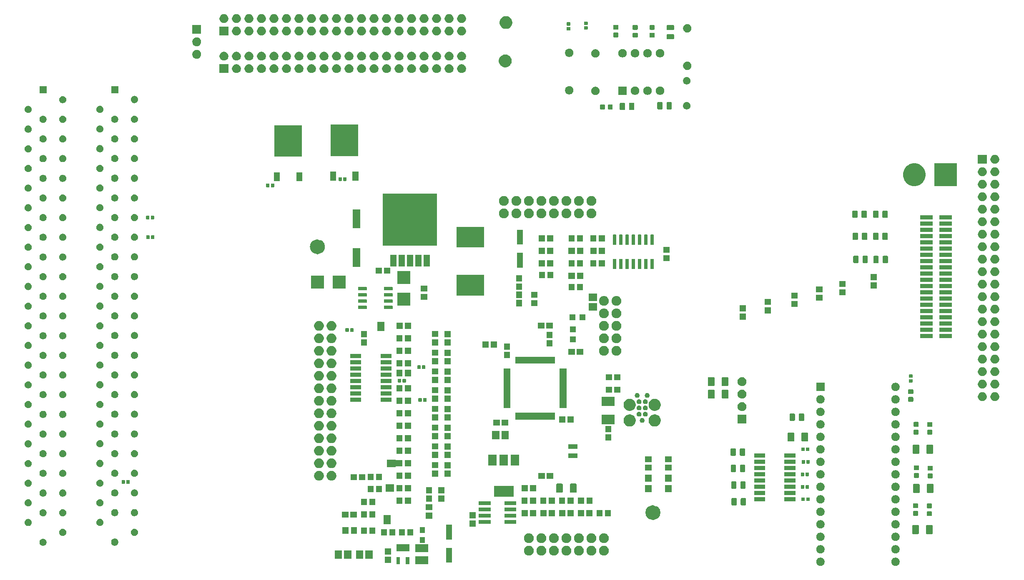
<source format=gbr>
G04 #@! TF.GenerationSoftware,KiCad,Pcbnew,5.1.5+dfsg1-2build2*
G04 #@! TF.CreationDate,2021-04-11T10:29:20+02:00*
G04 #@! TF.ProjectId,mainboardv3.4,6d61696e-626f-4617-9264-76332e342e6b,rev?*
G04 #@! TF.SameCoordinates,Original*
G04 #@! TF.FileFunction,Soldermask,Top*
G04 #@! TF.FilePolarity,Negative*
%FSLAX46Y46*%
G04 Gerber Fmt 4.6, Leading zero omitted, Abs format (unit mm)*
G04 Created by KiCad (PCBNEW 5.1.5+dfsg1-2build2) date 2021-04-11 10:29:20*
%MOMM*%
%LPD*%
G04 APERTURE LIST*
%ADD10C,1.270000*%
%ADD11C,0.100000*%
G04 APERTURE END LIST*
D10*
X141261000Y-122983600D02*
G75*
G03X141261000Y-122983600I-900000J0D01*
G01*
X73136000Y-68921100D02*
G75*
G03X73136000Y-68921100I-900000J0D01*
G01*
D11*
G36*
X189859228Y-132163403D02*
G01*
X190014100Y-132227553D01*
X190153481Y-132320685D01*
X190272015Y-132439219D01*
X190365147Y-132578600D01*
X190429297Y-132733472D01*
X190462000Y-132897884D01*
X190462000Y-133065516D01*
X190429297Y-133229928D01*
X190365147Y-133384800D01*
X190272015Y-133524181D01*
X190153481Y-133642715D01*
X190014100Y-133735847D01*
X189859228Y-133799997D01*
X189694816Y-133832700D01*
X189527184Y-133832700D01*
X189362772Y-133799997D01*
X189207900Y-133735847D01*
X189068519Y-133642715D01*
X188949985Y-133524181D01*
X188856853Y-133384800D01*
X188792703Y-133229928D01*
X188760000Y-133065516D01*
X188760000Y-132897884D01*
X188792703Y-132733472D01*
X188856853Y-132578600D01*
X188949985Y-132439219D01*
X189068519Y-132320685D01*
X189207900Y-132227553D01*
X189362772Y-132163403D01*
X189527184Y-132130700D01*
X189694816Y-132130700D01*
X189859228Y-132163403D01*
G37*
G36*
X174619228Y-132163403D02*
G01*
X174774100Y-132227553D01*
X174913481Y-132320685D01*
X175032015Y-132439219D01*
X175125147Y-132578600D01*
X175189297Y-132733472D01*
X175222000Y-132897884D01*
X175222000Y-133065516D01*
X175189297Y-133229928D01*
X175125147Y-133384800D01*
X175032015Y-133524181D01*
X174913481Y-133642715D01*
X174774100Y-133735847D01*
X174619228Y-133799997D01*
X174454816Y-133832700D01*
X174287184Y-133832700D01*
X174122772Y-133799997D01*
X173967900Y-133735847D01*
X173828519Y-133642715D01*
X173709985Y-133524181D01*
X173616853Y-133384800D01*
X173552703Y-133229928D01*
X173520000Y-133065516D01*
X173520000Y-132897884D01*
X173552703Y-132733472D01*
X173616853Y-132578600D01*
X173709985Y-132439219D01*
X173828519Y-132320685D01*
X173967900Y-132227553D01*
X174122772Y-132163403D01*
X174287184Y-132130700D01*
X174454816Y-132130700D01*
X174619228Y-132163403D01*
G37*
G36*
X90902600Y-133445200D02*
G01*
X90149400Y-133445200D01*
X90149400Y-132042000D01*
X90902600Y-132042000D01*
X90902600Y-133445200D01*
G37*
G36*
X89002600Y-133445200D02*
G01*
X88249400Y-133445200D01*
X88249400Y-132042000D01*
X89002600Y-132042000D01*
X89002600Y-133445200D01*
G37*
G36*
X94687600Y-133445200D02*
G01*
X92084400Y-133445200D01*
X92084400Y-131842000D01*
X94687600Y-131842000D01*
X94687600Y-133445200D01*
G37*
G36*
X87162600Y-133245200D02*
G01*
X85959400Y-133245200D01*
X85959400Y-131942000D01*
X87162600Y-131942000D01*
X87162600Y-133245200D01*
G37*
G36*
X99560100Y-133155200D02*
G01*
X98356900Y-133155200D01*
X98356900Y-130152000D01*
X99560100Y-130152000D01*
X99560100Y-133155200D01*
G37*
G36*
X77236000Y-132360100D02*
G01*
X75732800Y-132360100D01*
X75732800Y-130656900D01*
X77236000Y-130656900D01*
X77236000Y-132360100D01*
G37*
G36*
X83449000Y-132360100D02*
G01*
X81945800Y-132360100D01*
X81945800Y-130656900D01*
X83449000Y-130656900D01*
X83449000Y-132360100D01*
G37*
G36*
X79136000Y-132360100D02*
G01*
X77632800Y-132360100D01*
X77632800Y-130656900D01*
X79136000Y-130656900D01*
X79136000Y-132360100D01*
G37*
G36*
X81549000Y-132360100D02*
G01*
X80045800Y-132360100D01*
X80045800Y-130656900D01*
X81549000Y-130656900D01*
X81549000Y-132360100D01*
G37*
G36*
X130692447Y-129763568D02*
G01*
X130872725Y-129838242D01*
X131034971Y-129946651D01*
X131172949Y-130084629D01*
X131281358Y-130246875D01*
X131356032Y-130427153D01*
X131394100Y-130618534D01*
X131394100Y-130813666D01*
X131356032Y-131005047D01*
X131281358Y-131185325D01*
X131172949Y-131347571D01*
X131034971Y-131485549D01*
X130872725Y-131593958D01*
X130692447Y-131668632D01*
X130596756Y-131687666D01*
X130501067Y-131706700D01*
X130305933Y-131706700D01*
X130210244Y-131687666D01*
X130114553Y-131668632D01*
X129934275Y-131593958D01*
X129772029Y-131485549D01*
X129634051Y-131347571D01*
X129525642Y-131185325D01*
X129450968Y-131005047D01*
X129412900Y-130813666D01*
X129412900Y-130618534D01*
X129450968Y-130427153D01*
X129525642Y-130246875D01*
X129634051Y-130084629D01*
X129772029Y-129946651D01*
X129934275Y-129838242D01*
X130114553Y-129763568D01*
X130305933Y-129725500D01*
X130501067Y-129725500D01*
X130692447Y-129763568D01*
G37*
G36*
X128152447Y-129763568D02*
G01*
X128332725Y-129838242D01*
X128494971Y-129946651D01*
X128632949Y-130084629D01*
X128741358Y-130246875D01*
X128816032Y-130427153D01*
X128854100Y-130618534D01*
X128854100Y-130813666D01*
X128816032Y-131005047D01*
X128741358Y-131185325D01*
X128632949Y-131347571D01*
X128494971Y-131485549D01*
X128332725Y-131593958D01*
X128152447Y-131668632D01*
X128056756Y-131687666D01*
X127961067Y-131706700D01*
X127765933Y-131706700D01*
X127670244Y-131687666D01*
X127574553Y-131668632D01*
X127394275Y-131593958D01*
X127232029Y-131485549D01*
X127094051Y-131347571D01*
X126985642Y-131185325D01*
X126910968Y-131005047D01*
X126872900Y-130813666D01*
X126872900Y-130618534D01*
X126910968Y-130427153D01*
X126985642Y-130246875D01*
X127094051Y-130084629D01*
X127232029Y-129946651D01*
X127394275Y-129838242D01*
X127574553Y-129763568D01*
X127765933Y-129725500D01*
X127961067Y-129725500D01*
X128152447Y-129763568D01*
G37*
G36*
X123072447Y-129763568D02*
G01*
X123252725Y-129838242D01*
X123414971Y-129946651D01*
X123552949Y-130084629D01*
X123661358Y-130246875D01*
X123736032Y-130427153D01*
X123774100Y-130618534D01*
X123774100Y-130813666D01*
X123736032Y-131005047D01*
X123661358Y-131185325D01*
X123552949Y-131347571D01*
X123414971Y-131485549D01*
X123252725Y-131593958D01*
X123072447Y-131668632D01*
X122976756Y-131687666D01*
X122881067Y-131706700D01*
X122685933Y-131706700D01*
X122590244Y-131687666D01*
X122494553Y-131668632D01*
X122314275Y-131593958D01*
X122152029Y-131485549D01*
X122014051Y-131347571D01*
X121905642Y-131185325D01*
X121830968Y-131005047D01*
X121792900Y-130813666D01*
X121792900Y-130618534D01*
X121830968Y-130427153D01*
X121905642Y-130246875D01*
X122014051Y-130084629D01*
X122152029Y-129946651D01*
X122314275Y-129838242D01*
X122494553Y-129763568D01*
X122685933Y-129725500D01*
X122881067Y-129725500D01*
X123072447Y-129763568D01*
G37*
G36*
X120532447Y-129763568D02*
G01*
X120712725Y-129838242D01*
X120874971Y-129946651D01*
X121012949Y-130084629D01*
X121121358Y-130246875D01*
X121196032Y-130427153D01*
X121234100Y-130618534D01*
X121234100Y-130813666D01*
X121196032Y-131005047D01*
X121121358Y-131185325D01*
X121012949Y-131347571D01*
X120874971Y-131485549D01*
X120712725Y-131593958D01*
X120532447Y-131668632D01*
X120436756Y-131687666D01*
X120341067Y-131706700D01*
X120145933Y-131706700D01*
X120050244Y-131687666D01*
X119954553Y-131668632D01*
X119774275Y-131593958D01*
X119612029Y-131485549D01*
X119474051Y-131347571D01*
X119365642Y-131185325D01*
X119290968Y-131005047D01*
X119252900Y-130813666D01*
X119252900Y-130618534D01*
X119290968Y-130427153D01*
X119365642Y-130246875D01*
X119474051Y-130084629D01*
X119612029Y-129946651D01*
X119774275Y-129838242D01*
X119954553Y-129763568D01*
X120145933Y-129725500D01*
X120341067Y-129725500D01*
X120532447Y-129763568D01*
G37*
G36*
X115452447Y-129763568D02*
G01*
X115632725Y-129838242D01*
X115794971Y-129946651D01*
X115932949Y-130084629D01*
X116041358Y-130246875D01*
X116116032Y-130427153D01*
X116154100Y-130618534D01*
X116154100Y-130813666D01*
X116116032Y-131005047D01*
X116041358Y-131185325D01*
X115932949Y-131347571D01*
X115794971Y-131485549D01*
X115632725Y-131593958D01*
X115452447Y-131668632D01*
X115356756Y-131687666D01*
X115261067Y-131706700D01*
X115065933Y-131706700D01*
X114970244Y-131687666D01*
X114874553Y-131668632D01*
X114694275Y-131593958D01*
X114532029Y-131485549D01*
X114394051Y-131347571D01*
X114285642Y-131185325D01*
X114210968Y-131005047D01*
X114172900Y-130813666D01*
X114172900Y-130618534D01*
X114210968Y-130427153D01*
X114285642Y-130246875D01*
X114394051Y-130084629D01*
X114532029Y-129946651D01*
X114694275Y-129838242D01*
X114874553Y-129763568D01*
X115065933Y-129725500D01*
X115261067Y-129725500D01*
X115452447Y-129763568D01*
G37*
G36*
X117992447Y-129763568D02*
G01*
X118172725Y-129838242D01*
X118334971Y-129946651D01*
X118472949Y-130084629D01*
X118581358Y-130246875D01*
X118656032Y-130427153D01*
X118694100Y-130618534D01*
X118694100Y-130813666D01*
X118656032Y-131005047D01*
X118581358Y-131185325D01*
X118472949Y-131347571D01*
X118334971Y-131485549D01*
X118172725Y-131593958D01*
X117992447Y-131668632D01*
X117896756Y-131687666D01*
X117801067Y-131706700D01*
X117605933Y-131706700D01*
X117510244Y-131687666D01*
X117414553Y-131668632D01*
X117234275Y-131593958D01*
X117072029Y-131485549D01*
X116934051Y-131347571D01*
X116825642Y-131185325D01*
X116750968Y-131005047D01*
X116712900Y-130813666D01*
X116712900Y-130618534D01*
X116750968Y-130427153D01*
X116825642Y-130246875D01*
X116934051Y-130084629D01*
X117072029Y-129946651D01*
X117234275Y-129838242D01*
X117414553Y-129763568D01*
X117605933Y-129725500D01*
X117801067Y-129725500D01*
X117992447Y-129763568D01*
G37*
G36*
X125612447Y-129763568D02*
G01*
X125792725Y-129838242D01*
X125954971Y-129946651D01*
X126092949Y-130084629D01*
X126201358Y-130246875D01*
X126276032Y-130427153D01*
X126314100Y-130618534D01*
X126314100Y-130813666D01*
X126276032Y-131005047D01*
X126201358Y-131185325D01*
X126092949Y-131347571D01*
X125954971Y-131485549D01*
X125792725Y-131593958D01*
X125612447Y-131668632D01*
X125516756Y-131687666D01*
X125421067Y-131706700D01*
X125225933Y-131706700D01*
X125130244Y-131687666D01*
X125034553Y-131668632D01*
X124854275Y-131593958D01*
X124692029Y-131485549D01*
X124554051Y-131347571D01*
X124445642Y-131185325D01*
X124370968Y-131005047D01*
X124332900Y-130813666D01*
X124332900Y-130618534D01*
X124370968Y-130427153D01*
X124445642Y-130246875D01*
X124554051Y-130084629D01*
X124692029Y-129946651D01*
X124854275Y-129838242D01*
X125034553Y-129763568D01*
X125225933Y-129725500D01*
X125421067Y-129725500D01*
X125612447Y-129763568D01*
G37*
G36*
X87162600Y-131545200D02*
G01*
X85959400Y-131545200D01*
X85959400Y-130242000D01*
X87162600Y-130242000D01*
X87162600Y-131545200D01*
G37*
G36*
X174619228Y-129623403D02*
G01*
X174774100Y-129687553D01*
X174913481Y-129780685D01*
X175032015Y-129899219D01*
X175125147Y-130038600D01*
X175189297Y-130193472D01*
X175222000Y-130357884D01*
X175222000Y-130525516D01*
X175189297Y-130689928D01*
X175125147Y-130844800D01*
X175032015Y-130984181D01*
X174913481Y-131102715D01*
X174774100Y-131195847D01*
X174619228Y-131259997D01*
X174454816Y-131292700D01*
X174287184Y-131292700D01*
X174122772Y-131259997D01*
X173967900Y-131195847D01*
X173828519Y-131102715D01*
X173709985Y-130984181D01*
X173616853Y-130844800D01*
X173552703Y-130689928D01*
X173520000Y-130525516D01*
X173520000Y-130357884D01*
X173552703Y-130193472D01*
X173616853Y-130038600D01*
X173709985Y-129899219D01*
X173828519Y-129780685D01*
X173967900Y-129687553D01*
X174122772Y-129623403D01*
X174287184Y-129590700D01*
X174454816Y-129590700D01*
X174619228Y-129623403D01*
G37*
G36*
X189859228Y-129623403D02*
G01*
X190014100Y-129687553D01*
X190153481Y-129780685D01*
X190272015Y-129899219D01*
X190365147Y-130038600D01*
X190429297Y-130193472D01*
X190462000Y-130357884D01*
X190462000Y-130525516D01*
X190429297Y-130689928D01*
X190365147Y-130844800D01*
X190272015Y-130984181D01*
X190153481Y-131102715D01*
X190014100Y-131195847D01*
X189859228Y-131259997D01*
X189694816Y-131292700D01*
X189527184Y-131292700D01*
X189362772Y-131259997D01*
X189207900Y-131195847D01*
X189068519Y-131102715D01*
X188949985Y-130984181D01*
X188856853Y-130844800D01*
X188792703Y-130689928D01*
X188760000Y-130525516D01*
X188760000Y-130357884D01*
X188792703Y-130193472D01*
X188856853Y-130038600D01*
X188949985Y-129899219D01*
X189068519Y-129780685D01*
X189207900Y-129687553D01*
X189362772Y-129623403D01*
X189527184Y-129590700D01*
X189694816Y-129590700D01*
X189859228Y-129623403D01*
G37*
G36*
X94687600Y-131045200D02*
G01*
X92084400Y-131045200D01*
X92084400Y-129442000D01*
X94687600Y-129442000D01*
X94687600Y-131045200D01*
G37*
G36*
X90902600Y-130845200D02*
G01*
X88249400Y-130845200D01*
X88249400Y-129442000D01*
X90902600Y-129442000D01*
X90902600Y-130845200D01*
G37*
G36*
X16711766Y-128301899D02*
G01*
X16843888Y-128356626D01*
X16843890Y-128356627D01*
X16962798Y-128436079D01*
X17063921Y-128537202D01*
X17143197Y-128655847D01*
X17143374Y-128656112D01*
X17198101Y-128788234D01*
X17226000Y-128928494D01*
X17226000Y-129071506D01*
X17198101Y-129211766D01*
X17150664Y-129326288D01*
X17143373Y-129343890D01*
X17063921Y-129462798D01*
X16962798Y-129563921D01*
X16843890Y-129643373D01*
X16843889Y-129643374D01*
X16843888Y-129643374D01*
X16711766Y-129698101D01*
X16571506Y-129726000D01*
X16428494Y-129726000D01*
X16288234Y-129698101D01*
X16156112Y-129643374D01*
X16156111Y-129643374D01*
X16156110Y-129643373D01*
X16037202Y-129563921D01*
X15936079Y-129462798D01*
X15856627Y-129343890D01*
X15849336Y-129326288D01*
X15801899Y-129211766D01*
X15774000Y-129071506D01*
X15774000Y-128928494D01*
X15801899Y-128788234D01*
X15856626Y-128656112D01*
X15856803Y-128655847D01*
X15936079Y-128537202D01*
X16037202Y-128436079D01*
X16156110Y-128356627D01*
X16156112Y-128356626D01*
X16288234Y-128301899D01*
X16428494Y-128274000D01*
X16571506Y-128274000D01*
X16711766Y-128301899D01*
G37*
G36*
X31275966Y-128284299D02*
G01*
X31408088Y-128339026D01*
X31408090Y-128339027D01*
X31526998Y-128418479D01*
X31628121Y-128519602D01*
X31628122Y-128519604D01*
X31707574Y-128638512D01*
X31762301Y-128770634D01*
X31790200Y-128910894D01*
X31790200Y-129053906D01*
X31762301Y-129194166D01*
X31707574Y-129326288D01*
X31707573Y-129326290D01*
X31628121Y-129445198D01*
X31526998Y-129546321D01*
X31408090Y-129625773D01*
X31408089Y-129625774D01*
X31408088Y-129625774D01*
X31275966Y-129680501D01*
X31135706Y-129708400D01*
X30992694Y-129708400D01*
X30852434Y-129680501D01*
X30720312Y-129625774D01*
X30720311Y-129625774D01*
X30720310Y-129625773D01*
X30601402Y-129546321D01*
X30500279Y-129445198D01*
X30420827Y-129326290D01*
X30420826Y-129326288D01*
X30366099Y-129194166D01*
X30338200Y-129053906D01*
X30338200Y-128910894D01*
X30366099Y-128770634D01*
X30420826Y-128638512D01*
X30500278Y-128519604D01*
X30500279Y-128519602D01*
X30601402Y-128418479D01*
X30720310Y-128339027D01*
X30720312Y-128339026D01*
X30852434Y-128284299D01*
X30992694Y-128256400D01*
X31135706Y-128256400D01*
X31275966Y-128284299D01*
G37*
G36*
X123072447Y-127223568D02*
G01*
X123199922Y-127276370D01*
X123247866Y-127296229D01*
X123252725Y-127298242D01*
X123414971Y-127406651D01*
X123552949Y-127544629D01*
X123661358Y-127706875D01*
X123736032Y-127887153D01*
X123774100Y-128078534D01*
X123774100Y-128273666D01*
X123736032Y-128465047D01*
X123661358Y-128645325D01*
X123552949Y-128807571D01*
X123414971Y-128945549D01*
X123252725Y-129053958D01*
X123072447Y-129128632D01*
X123001722Y-129142700D01*
X122881067Y-129166700D01*
X122685933Y-129166700D01*
X122565278Y-129142700D01*
X122494553Y-129128632D01*
X122314275Y-129053958D01*
X122152029Y-128945549D01*
X122014051Y-128807571D01*
X121905642Y-128645325D01*
X121830968Y-128465047D01*
X121792900Y-128273666D01*
X121792900Y-128078534D01*
X121830968Y-127887153D01*
X121905642Y-127706875D01*
X122014051Y-127544629D01*
X122152029Y-127406651D01*
X122314275Y-127298242D01*
X122319135Y-127296229D01*
X122367078Y-127276370D01*
X122494553Y-127223568D01*
X122685933Y-127185500D01*
X122881067Y-127185500D01*
X123072447Y-127223568D01*
G37*
G36*
X120532447Y-127223568D02*
G01*
X120659922Y-127276370D01*
X120707866Y-127296229D01*
X120712725Y-127298242D01*
X120874971Y-127406651D01*
X121012949Y-127544629D01*
X121121358Y-127706875D01*
X121196032Y-127887153D01*
X121234100Y-128078534D01*
X121234100Y-128273666D01*
X121196032Y-128465047D01*
X121121358Y-128645325D01*
X121012949Y-128807571D01*
X120874971Y-128945549D01*
X120712725Y-129053958D01*
X120532447Y-129128632D01*
X120461722Y-129142700D01*
X120341067Y-129166700D01*
X120145933Y-129166700D01*
X120025278Y-129142700D01*
X119954553Y-129128632D01*
X119774275Y-129053958D01*
X119612029Y-128945549D01*
X119474051Y-128807571D01*
X119365642Y-128645325D01*
X119290968Y-128465047D01*
X119252900Y-128273666D01*
X119252900Y-128078534D01*
X119290968Y-127887153D01*
X119365642Y-127706875D01*
X119474051Y-127544629D01*
X119612029Y-127406651D01*
X119774275Y-127298242D01*
X119779135Y-127296229D01*
X119827078Y-127276370D01*
X119954553Y-127223568D01*
X120145933Y-127185500D01*
X120341067Y-127185500D01*
X120532447Y-127223568D01*
G37*
G36*
X125612447Y-127223568D02*
G01*
X125739922Y-127276370D01*
X125787866Y-127296229D01*
X125792725Y-127298242D01*
X125954971Y-127406651D01*
X126092949Y-127544629D01*
X126201358Y-127706875D01*
X126276032Y-127887153D01*
X126314100Y-128078534D01*
X126314100Y-128273666D01*
X126276032Y-128465047D01*
X126201358Y-128645325D01*
X126092949Y-128807571D01*
X125954971Y-128945549D01*
X125792725Y-129053958D01*
X125612447Y-129128632D01*
X125541722Y-129142700D01*
X125421067Y-129166700D01*
X125225933Y-129166700D01*
X125105278Y-129142700D01*
X125034553Y-129128632D01*
X124854275Y-129053958D01*
X124692029Y-128945549D01*
X124554051Y-128807571D01*
X124445642Y-128645325D01*
X124370968Y-128465047D01*
X124332900Y-128273666D01*
X124332900Y-128078534D01*
X124370968Y-127887153D01*
X124445642Y-127706875D01*
X124554051Y-127544629D01*
X124692029Y-127406651D01*
X124854275Y-127298242D01*
X124859135Y-127296229D01*
X124907078Y-127276370D01*
X125034553Y-127223568D01*
X125225933Y-127185500D01*
X125421067Y-127185500D01*
X125612447Y-127223568D01*
G37*
G36*
X117992447Y-127223568D02*
G01*
X118119922Y-127276370D01*
X118167866Y-127296229D01*
X118172725Y-127298242D01*
X118334971Y-127406651D01*
X118472949Y-127544629D01*
X118581358Y-127706875D01*
X118656032Y-127887153D01*
X118694100Y-128078534D01*
X118694100Y-128273666D01*
X118656032Y-128465047D01*
X118581358Y-128645325D01*
X118472949Y-128807571D01*
X118334971Y-128945549D01*
X118172725Y-129053958D01*
X117992447Y-129128632D01*
X117921722Y-129142700D01*
X117801067Y-129166700D01*
X117605933Y-129166700D01*
X117485278Y-129142700D01*
X117414553Y-129128632D01*
X117234275Y-129053958D01*
X117072029Y-128945549D01*
X116934051Y-128807571D01*
X116825642Y-128645325D01*
X116750968Y-128465047D01*
X116712900Y-128273666D01*
X116712900Y-128078534D01*
X116750968Y-127887153D01*
X116825642Y-127706875D01*
X116934051Y-127544629D01*
X117072029Y-127406651D01*
X117234275Y-127298242D01*
X117239135Y-127296229D01*
X117287078Y-127276370D01*
X117414553Y-127223568D01*
X117605933Y-127185500D01*
X117801067Y-127185500D01*
X117992447Y-127223568D01*
G37*
G36*
X128152447Y-127223568D02*
G01*
X128279922Y-127276370D01*
X128327866Y-127296229D01*
X128332725Y-127298242D01*
X128494971Y-127406651D01*
X128632949Y-127544629D01*
X128741358Y-127706875D01*
X128816032Y-127887153D01*
X128854100Y-128078534D01*
X128854100Y-128273666D01*
X128816032Y-128465047D01*
X128741358Y-128645325D01*
X128632949Y-128807571D01*
X128494971Y-128945549D01*
X128332725Y-129053958D01*
X128152447Y-129128632D01*
X128081722Y-129142700D01*
X127961067Y-129166700D01*
X127765933Y-129166700D01*
X127645278Y-129142700D01*
X127574553Y-129128632D01*
X127394275Y-129053958D01*
X127232029Y-128945549D01*
X127094051Y-128807571D01*
X126985642Y-128645325D01*
X126910968Y-128465047D01*
X126872900Y-128273666D01*
X126872900Y-128078534D01*
X126910968Y-127887153D01*
X126985642Y-127706875D01*
X127094051Y-127544629D01*
X127232029Y-127406651D01*
X127394275Y-127298242D01*
X127399135Y-127296229D01*
X127447078Y-127276370D01*
X127574553Y-127223568D01*
X127765933Y-127185500D01*
X127961067Y-127185500D01*
X128152447Y-127223568D01*
G37*
G36*
X130692447Y-127223568D02*
G01*
X130819922Y-127276370D01*
X130867866Y-127296229D01*
X130872725Y-127298242D01*
X131034971Y-127406651D01*
X131172949Y-127544629D01*
X131281358Y-127706875D01*
X131356032Y-127887153D01*
X131394100Y-128078534D01*
X131394100Y-128273666D01*
X131356032Y-128465047D01*
X131281358Y-128645325D01*
X131172949Y-128807571D01*
X131034971Y-128945549D01*
X130872725Y-129053958D01*
X130692447Y-129128632D01*
X130621722Y-129142700D01*
X130501067Y-129166700D01*
X130305933Y-129166700D01*
X130185278Y-129142700D01*
X130114553Y-129128632D01*
X129934275Y-129053958D01*
X129772029Y-128945549D01*
X129634051Y-128807571D01*
X129525642Y-128645325D01*
X129450968Y-128465047D01*
X129412900Y-128273666D01*
X129412900Y-128078534D01*
X129450968Y-127887153D01*
X129525642Y-127706875D01*
X129634051Y-127544629D01*
X129772029Y-127406651D01*
X129934275Y-127298242D01*
X129939135Y-127296229D01*
X129987078Y-127276370D01*
X130114553Y-127223568D01*
X130305933Y-127185500D01*
X130501067Y-127185500D01*
X130692447Y-127223568D01*
G37*
G36*
X115452447Y-127223568D02*
G01*
X115579922Y-127276370D01*
X115627866Y-127296229D01*
X115632725Y-127298242D01*
X115794971Y-127406651D01*
X115932949Y-127544629D01*
X116041358Y-127706875D01*
X116116032Y-127887153D01*
X116154100Y-128078534D01*
X116154100Y-128273666D01*
X116116032Y-128465047D01*
X116041358Y-128645325D01*
X115932949Y-128807571D01*
X115794971Y-128945549D01*
X115632725Y-129053958D01*
X115452447Y-129128632D01*
X115381722Y-129142700D01*
X115261067Y-129166700D01*
X115065933Y-129166700D01*
X114945278Y-129142700D01*
X114874553Y-129128632D01*
X114694275Y-129053958D01*
X114532029Y-128945549D01*
X114394051Y-128807571D01*
X114285642Y-128645325D01*
X114210968Y-128465047D01*
X114172900Y-128273666D01*
X114172900Y-128078534D01*
X114210968Y-127887153D01*
X114285642Y-127706875D01*
X114394051Y-127544629D01*
X114532029Y-127406651D01*
X114694275Y-127298242D01*
X114699135Y-127296229D01*
X114747078Y-127276370D01*
X114874553Y-127223568D01*
X115065933Y-127185500D01*
X115261067Y-127185500D01*
X115452447Y-127223568D01*
G37*
G36*
X94075100Y-129142700D02*
G01*
X93071900Y-129142700D01*
X93071900Y-127939500D01*
X94075100Y-127939500D01*
X94075100Y-129142700D01*
G37*
G36*
X174619228Y-127083403D02*
G01*
X174774100Y-127147553D01*
X174913481Y-127240685D01*
X175032015Y-127359219D01*
X175125147Y-127498600D01*
X175189297Y-127653472D01*
X175222000Y-127817884D01*
X175222000Y-127985516D01*
X175189297Y-128149928D01*
X175125147Y-128304800D01*
X175032015Y-128444181D01*
X174913481Y-128562715D01*
X174774100Y-128655847D01*
X174619228Y-128719997D01*
X174454816Y-128752700D01*
X174287184Y-128752700D01*
X174122772Y-128719997D01*
X173967900Y-128655847D01*
X173828519Y-128562715D01*
X173709985Y-128444181D01*
X173616853Y-128304800D01*
X173552703Y-128149928D01*
X173520000Y-127985516D01*
X173520000Y-127817884D01*
X173552703Y-127653472D01*
X173616853Y-127498600D01*
X173709985Y-127359219D01*
X173828519Y-127240685D01*
X173967900Y-127147553D01*
X174122772Y-127083403D01*
X174287184Y-127050700D01*
X174454816Y-127050700D01*
X174619228Y-127083403D01*
G37*
G36*
X189859228Y-127083403D02*
G01*
X190014100Y-127147553D01*
X190153481Y-127240685D01*
X190272015Y-127359219D01*
X190365147Y-127498600D01*
X190429297Y-127653472D01*
X190462000Y-127817884D01*
X190462000Y-127985516D01*
X190429297Y-128149928D01*
X190365147Y-128304800D01*
X190272015Y-128444181D01*
X190153481Y-128562715D01*
X190014100Y-128655847D01*
X189859228Y-128719997D01*
X189694816Y-128752700D01*
X189527184Y-128752700D01*
X189362772Y-128719997D01*
X189207900Y-128655847D01*
X189068519Y-128562715D01*
X188949985Y-128444181D01*
X188856853Y-128304800D01*
X188792703Y-128149928D01*
X188760000Y-127985516D01*
X188760000Y-127817884D01*
X188792703Y-127653472D01*
X188856853Y-127498600D01*
X188949985Y-127359219D01*
X189068519Y-127240685D01*
X189207900Y-127147553D01*
X189362772Y-127083403D01*
X189527184Y-127050700D01*
X189694816Y-127050700D01*
X189859228Y-127083403D01*
G37*
G36*
X99560100Y-128455200D02*
G01*
X98356900Y-128455200D01*
X98356900Y-125452000D01*
X99560100Y-125452000D01*
X99560100Y-128455200D01*
G37*
G36*
X20711766Y-126301899D02*
G01*
X20843888Y-126356626D01*
X20843890Y-126356627D01*
X20962798Y-126436079D01*
X21063921Y-126537202D01*
X21063922Y-126537204D01*
X21143374Y-126656112D01*
X21198101Y-126788234D01*
X21226000Y-126928494D01*
X21226000Y-127071506D01*
X21198101Y-127211766D01*
X21150664Y-127326288D01*
X21143373Y-127343890D01*
X21063921Y-127462798D01*
X20962798Y-127563921D01*
X20843890Y-127643373D01*
X20843889Y-127643374D01*
X20843888Y-127643374D01*
X20711766Y-127698101D01*
X20571506Y-127726000D01*
X20428494Y-127726000D01*
X20288234Y-127698101D01*
X20156112Y-127643374D01*
X20156111Y-127643374D01*
X20156110Y-127643373D01*
X20037202Y-127563921D01*
X19936079Y-127462798D01*
X19856627Y-127343890D01*
X19849336Y-127326288D01*
X19801899Y-127211766D01*
X19774000Y-127071506D01*
X19774000Y-126928494D01*
X19801899Y-126788234D01*
X19856626Y-126656112D01*
X19936078Y-126537204D01*
X19936079Y-126537202D01*
X20037202Y-126436079D01*
X20156110Y-126356627D01*
X20156112Y-126356626D01*
X20288234Y-126301899D01*
X20428494Y-126274000D01*
X20571506Y-126274000D01*
X20711766Y-126301899D01*
G37*
G36*
X35275966Y-126284299D02*
G01*
X35408088Y-126339026D01*
X35408090Y-126339027D01*
X35526998Y-126418479D01*
X35628121Y-126519602D01*
X35628122Y-126519604D01*
X35707574Y-126638512D01*
X35762301Y-126770634D01*
X35790200Y-126910894D01*
X35790200Y-127053906D01*
X35762301Y-127194166D01*
X35719191Y-127298242D01*
X35707573Y-127326290D01*
X35628121Y-127445198D01*
X35526998Y-127546321D01*
X35408090Y-127625773D01*
X35408089Y-127625774D01*
X35408088Y-127625774D01*
X35275966Y-127680501D01*
X35135706Y-127708400D01*
X34992694Y-127708400D01*
X34852434Y-127680501D01*
X34720312Y-127625774D01*
X34720311Y-127625774D01*
X34720310Y-127625773D01*
X34601402Y-127546321D01*
X34500279Y-127445198D01*
X34420827Y-127326290D01*
X34409209Y-127298242D01*
X34366099Y-127194166D01*
X34338200Y-127053906D01*
X34338200Y-126910894D01*
X34366099Y-126770634D01*
X34420826Y-126638512D01*
X34500278Y-126519604D01*
X34500279Y-126519602D01*
X34601402Y-126418479D01*
X34720310Y-126339027D01*
X34720312Y-126339026D01*
X34852434Y-126284299D01*
X34992694Y-126256400D01*
X35135706Y-126256400D01*
X35275966Y-126284299D01*
G37*
G36*
X88040100Y-127660200D02*
G01*
X86836900Y-127660200D01*
X86836900Y-126357000D01*
X88040100Y-126357000D01*
X88040100Y-127660200D01*
G37*
G36*
X89962600Y-127660200D02*
G01*
X88759400Y-127660200D01*
X88759400Y-126357000D01*
X89962600Y-126357000D01*
X89962600Y-127660200D01*
G37*
G36*
X91662600Y-127660200D02*
G01*
X90459400Y-127660200D01*
X90459400Y-126357000D01*
X91662600Y-126357000D01*
X91662600Y-127660200D01*
G37*
G36*
X86340100Y-127660200D02*
G01*
X85136900Y-127660200D01*
X85136900Y-126357000D01*
X86340100Y-126357000D01*
X86340100Y-127660200D01*
G37*
G36*
X194213004Y-125494147D02*
G01*
X194249544Y-125505232D01*
X194283221Y-125523233D01*
X194312741Y-125547459D01*
X194336967Y-125576979D01*
X194354968Y-125610656D01*
X194366053Y-125647196D01*
X194370400Y-125691338D01*
X194370400Y-127140262D01*
X194366053Y-127184404D01*
X194354968Y-127220944D01*
X194336967Y-127254621D01*
X194312741Y-127284141D01*
X194283221Y-127308367D01*
X194249544Y-127326368D01*
X194213004Y-127337453D01*
X194168862Y-127341800D01*
X193219938Y-127341800D01*
X193175796Y-127337453D01*
X193139256Y-127326368D01*
X193105579Y-127308367D01*
X193076059Y-127284141D01*
X193051833Y-127254621D01*
X193033832Y-127220944D01*
X193022747Y-127184404D01*
X193018400Y-127140262D01*
X193018400Y-125691338D01*
X193022747Y-125647196D01*
X193033832Y-125610656D01*
X193051833Y-125576979D01*
X193076059Y-125547459D01*
X193105579Y-125523233D01*
X193139256Y-125505232D01*
X193175796Y-125494147D01*
X193219938Y-125489800D01*
X194168862Y-125489800D01*
X194213004Y-125494147D01*
G37*
G36*
X197013004Y-125494147D02*
G01*
X197049544Y-125505232D01*
X197083221Y-125523233D01*
X197112741Y-125547459D01*
X197136967Y-125576979D01*
X197154968Y-125610656D01*
X197166053Y-125647196D01*
X197170400Y-125691338D01*
X197170400Y-127140262D01*
X197166053Y-127184404D01*
X197154968Y-127220944D01*
X197136967Y-127254621D01*
X197112741Y-127284141D01*
X197083221Y-127308367D01*
X197049544Y-127326368D01*
X197013004Y-127337453D01*
X196968862Y-127341800D01*
X196019938Y-127341800D01*
X195975796Y-127337453D01*
X195939256Y-127326368D01*
X195905579Y-127308367D01*
X195876059Y-127284141D01*
X195851833Y-127254621D01*
X195833832Y-127220944D01*
X195822747Y-127184404D01*
X195818400Y-127140262D01*
X195818400Y-125691338D01*
X195822747Y-125647196D01*
X195833832Y-125610656D01*
X195851833Y-125576979D01*
X195876059Y-125547459D01*
X195905579Y-125523233D01*
X195939256Y-125505232D01*
X195975796Y-125494147D01*
X196019938Y-125489800D01*
X196968862Y-125489800D01*
X197013004Y-125494147D01*
G37*
G36*
X83976100Y-127303700D02*
G01*
X82772900Y-127303700D01*
X82772900Y-126000500D01*
X83976100Y-126000500D01*
X83976100Y-127303700D01*
G37*
G36*
X82276100Y-127303700D02*
G01*
X81072900Y-127303700D01*
X81072900Y-126000500D01*
X82276100Y-126000500D01*
X82276100Y-127303700D01*
G37*
G36*
X78526100Y-127263700D02*
G01*
X77322900Y-127263700D01*
X77322900Y-125960500D01*
X78526100Y-125960500D01*
X78526100Y-127263700D01*
G37*
G36*
X80226100Y-127263700D02*
G01*
X79022900Y-127263700D01*
X79022900Y-125960500D01*
X80226100Y-125960500D01*
X80226100Y-127263700D01*
G37*
G36*
X94075100Y-127142700D02*
G01*
X93071900Y-127142700D01*
X93071900Y-125939500D01*
X94075100Y-125939500D01*
X94075100Y-127142700D01*
G37*
G36*
X174619228Y-124543403D02*
G01*
X174774100Y-124607553D01*
X174913481Y-124700685D01*
X175032015Y-124819219D01*
X175125147Y-124958600D01*
X175189297Y-125113472D01*
X175222000Y-125277884D01*
X175222000Y-125445516D01*
X175189297Y-125609928D01*
X175125147Y-125764800D01*
X175032015Y-125904181D01*
X174913481Y-126022715D01*
X174774100Y-126115847D01*
X174619228Y-126179997D01*
X174454816Y-126212700D01*
X174287184Y-126212700D01*
X174122772Y-126179997D01*
X173967900Y-126115847D01*
X173828519Y-126022715D01*
X173709985Y-125904181D01*
X173616853Y-125764800D01*
X173552703Y-125609928D01*
X173520000Y-125445516D01*
X173520000Y-125277884D01*
X173552703Y-125113472D01*
X173616853Y-124958600D01*
X173709985Y-124819219D01*
X173828519Y-124700685D01*
X173967900Y-124607553D01*
X174122772Y-124543403D01*
X174287184Y-124510700D01*
X174454816Y-124510700D01*
X174619228Y-124543403D01*
G37*
G36*
X189859228Y-124543403D02*
G01*
X190014100Y-124607553D01*
X190153481Y-124700685D01*
X190272015Y-124819219D01*
X190365147Y-124958600D01*
X190429297Y-125113472D01*
X190462000Y-125277884D01*
X190462000Y-125445516D01*
X190429297Y-125609928D01*
X190365147Y-125764800D01*
X190272015Y-125904181D01*
X190153481Y-126022715D01*
X190014100Y-126115847D01*
X189859228Y-126179997D01*
X189694816Y-126212700D01*
X189527184Y-126212700D01*
X189362772Y-126179997D01*
X189207900Y-126115847D01*
X189068519Y-126022715D01*
X188949985Y-125904181D01*
X188856853Y-125764800D01*
X188792703Y-125609928D01*
X188760000Y-125445516D01*
X188760000Y-125277884D01*
X188792703Y-125113472D01*
X188856853Y-124958600D01*
X188949985Y-124819219D01*
X189068519Y-124700685D01*
X189207900Y-124607553D01*
X189362772Y-124543403D01*
X189527184Y-124510700D01*
X189694816Y-124510700D01*
X189859228Y-124543403D01*
G37*
G36*
X104335100Y-125867700D02*
G01*
X103131900Y-125867700D01*
X103131900Y-124564500D01*
X104335100Y-124564500D01*
X104335100Y-125867700D01*
G37*
G36*
X13711766Y-124301899D02*
G01*
X13843888Y-124356626D01*
X13843890Y-124356627D01*
X13962798Y-124436079D01*
X14063921Y-124537202D01*
X14082161Y-124564500D01*
X14143374Y-124656112D01*
X14198101Y-124788234D01*
X14226000Y-124928494D01*
X14226000Y-125071506D01*
X14198101Y-125211766D01*
X14150664Y-125326288D01*
X14143373Y-125343890D01*
X14063921Y-125462798D01*
X13962798Y-125563921D01*
X13843890Y-125643373D01*
X13843889Y-125643374D01*
X13843888Y-125643374D01*
X13711766Y-125698101D01*
X13571506Y-125726000D01*
X13428494Y-125726000D01*
X13288234Y-125698101D01*
X13156112Y-125643374D01*
X13156111Y-125643374D01*
X13156110Y-125643373D01*
X13037202Y-125563921D01*
X12936079Y-125462798D01*
X12856627Y-125343890D01*
X12849336Y-125326288D01*
X12801899Y-125211766D01*
X12774000Y-125071506D01*
X12774000Y-124928494D01*
X12801899Y-124788234D01*
X12856626Y-124656112D01*
X12917839Y-124564500D01*
X12936079Y-124537202D01*
X13037202Y-124436079D01*
X13156110Y-124356627D01*
X13156112Y-124356626D01*
X13288234Y-124301899D01*
X13428494Y-124274000D01*
X13571506Y-124274000D01*
X13711766Y-124301899D01*
G37*
G36*
X28275966Y-124284299D02*
G01*
X28408088Y-124339026D01*
X28408090Y-124339027D01*
X28526998Y-124418479D01*
X28628121Y-124519602D01*
X28658121Y-124564500D01*
X28707574Y-124638512D01*
X28762301Y-124770634D01*
X28790200Y-124910894D01*
X28790200Y-125053906D01*
X28762301Y-125194166D01*
X28727623Y-125277885D01*
X28707573Y-125326290D01*
X28628121Y-125445198D01*
X28526998Y-125546321D01*
X28408090Y-125625773D01*
X28408089Y-125625774D01*
X28408088Y-125625774D01*
X28275966Y-125680501D01*
X28135706Y-125708400D01*
X27992694Y-125708400D01*
X27852434Y-125680501D01*
X27720312Y-125625774D01*
X27720311Y-125625774D01*
X27720310Y-125625773D01*
X27601402Y-125546321D01*
X27500279Y-125445198D01*
X27420827Y-125326290D01*
X27400777Y-125277885D01*
X27366099Y-125194166D01*
X27338200Y-125053906D01*
X27338200Y-124910894D01*
X27366099Y-124770634D01*
X27420826Y-124638512D01*
X27470279Y-124564500D01*
X27500279Y-124519602D01*
X27601402Y-124418479D01*
X27720310Y-124339027D01*
X27720312Y-124339026D01*
X27852434Y-124284299D01*
X27992694Y-124256400D01*
X28135706Y-124256400D01*
X28275966Y-124284299D01*
G37*
G36*
X87122000Y-125323600D02*
G01*
X85648800Y-125323600D01*
X85648800Y-123469400D01*
X87122000Y-123469400D01*
X87122000Y-125323600D01*
G37*
G36*
X112600100Y-125290200D02*
G01*
X110196900Y-125290200D01*
X110196900Y-124487000D01*
X112600100Y-124487000D01*
X112600100Y-125290200D01*
G37*
G36*
X107400100Y-125290200D02*
G01*
X104996900Y-125290200D01*
X104996900Y-124487000D01*
X107400100Y-124487000D01*
X107400100Y-125290200D01*
G37*
G36*
X95562600Y-124202700D02*
G01*
X94259400Y-124202700D01*
X94259400Y-122999500D01*
X95562600Y-122999500D01*
X95562600Y-124202700D01*
G37*
G36*
X104335100Y-124167700D02*
G01*
X103131900Y-124167700D01*
X103131900Y-122864500D01*
X104335100Y-122864500D01*
X104335100Y-124167700D01*
G37*
G36*
X107400100Y-124020200D02*
G01*
X104996900Y-124020200D01*
X104996900Y-123217000D01*
X107400100Y-123217000D01*
X107400100Y-124020200D01*
G37*
G36*
X112600100Y-124020200D02*
G01*
X110196900Y-124020200D01*
X110196900Y-123217000D01*
X112600100Y-123217000D01*
X112600100Y-124020200D01*
G37*
G36*
X82276100Y-124018700D02*
G01*
X81072900Y-124018700D01*
X81072900Y-122715500D01*
X82276100Y-122715500D01*
X82276100Y-124018700D01*
G37*
G36*
X83976100Y-124018700D02*
G01*
X82772900Y-124018700D01*
X82772900Y-122715500D01*
X83976100Y-122715500D01*
X83976100Y-124018700D01*
G37*
G36*
X78516100Y-123968700D02*
G01*
X77212900Y-123968700D01*
X77212900Y-122765500D01*
X78516100Y-122765500D01*
X78516100Y-123968700D01*
G37*
G36*
X80216100Y-123968700D02*
G01*
X78912900Y-123968700D01*
X78912900Y-122765500D01*
X80216100Y-122765500D01*
X80216100Y-123968700D01*
G37*
G36*
X130095100Y-123747700D02*
G01*
X128891900Y-123747700D01*
X128891900Y-122444500D01*
X130095100Y-122444500D01*
X130095100Y-123747700D01*
G37*
G36*
X131795100Y-123747700D02*
G01*
X130591900Y-123747700D01*
X130591900Y-122444500D01*
X131795100Y-122444500D01*
X131795100Y-123747700D01*
G37*
G36*
X16711766Y-122301899D02*
G01*
X16843888Y-122356626D01*
X16843890Y-122356627D01*
X16962798Y-122436079D01*
X17063921Y-122537202D01*
X17143373Y-122656110D01*
X17143374Y-122656112D01*
X17198101Y-122788234D01*
X17226000Y-122928494D01*
X17226000Y-123071506D01*
X17198101Y-123211766D01*
X17150664Y-123326288D01*
X17143373Y-123343890D01*
X17063921Y-123462798D01*
X16962798Y-123563921D01*
X16843890Y-123643373D01*
X16843889Y-123643374D01*
X16843888Y-123643374D01*
X16711766Y-123698101D01*
X16571506Y-123726000D01*
X16428494Y-123726000D01*
X16288234Y-123698101D01*
X16156112Y-123643374D01*
X16156111Y-123643374D01*
X16156110Y-123643373D01*
X16037202Y-123563921D01*
X15936079Y-123462798D01*
X15856627Y-123343890D01*
X15849336Y-123326288D01*
X15801899Y-123211766D01*
X15774000Y-123071506D01*
X15774000Y-122928494D01*
X15801899Y-122788234D01*
X15856626Y-122656112D01*
X15856627Y-122656110D01*
X15936079Y-122537202D01*
X16037202Y-122436079D01*
X16156110Y-122356627D01*
X16156112Y-122356626D01*
X16288234Y-122301899D01*
X16428494Y-122274000D01*
X16571506Y-122274000D01*
X16711766Y-122301899D01*
G37*
G36*
X20711766Y-122301899D02*
G01*
X20843888Y-122356626D01*
X20843890Y-122356627D01*
X20962798Y-122436079D01*
X21063921Y-122537202D01*
X21143373Y-122656110D01*
X21143374Y-122656112D01*
X21198101Y-122788234D01*
X21226000Y-122928494D01*
X21226000Y-123071506D01*
X21198101Y-123211766D01*
X21150664Y-123326288D01*
X21143373Y-123343890D01*
X21063921Y-123462798D01*
X20962798Y-123563921D01*
X20843890Y-123643373D01*
X20843889Y-123643374D01*
X20843888Y-123643374D01*
X20711766Y-123698101D01*
X20571506Y-123726000D01*
X20428494Y-123726000D01*
X20288234Y-123698101D01*
X20156112Y-123643374D01*
X20156111Y-123643374D01*
X20156110Y-123643373D01*
X20037202Y-123563921D01*
X19936079Y-123462798D01*
X19856627Y-123343890D01*
X19849336Y-123326288D01*
X19801899Y-123211766D01*
X19774000Y-123071506D01*
X19774000Y-122928494D01*
X19801899Y-122788234D01*
X19856626Y-122656112D01*
X19856627Y-122656110D01*
X19936079Y-122537202D01*
X20037202Y-122436079D01*
X20156110Y-122356627D01*
X20156112Y-122356626D01*
X20288234Y-122301899D01*
X20428494Y-122274000D01*
X20571506Y-122274000D01*
X20711766Y-122301899D01*
G37*
G36*
X35275966Y-122284299D02*
G01*
X35408088Y-122339026D01*
X35408090Y-122339027D01*
X35526998Y-122418479D01*
X35628121Y-122519602D01*
X35628122Y-122519604D01*
X35707574Y-122638512D01*
X35762301Y-122770634D01*
X35790200Y-122910894D01*
X35790200Y-123053906D01*
X35762301Y-123194166D01*
X35707574Y-123326288D01*
X35707573Y-123326290D01*
X35628121Y-123445198D01*
X35526998Y-123546321D01*
X35408090Y-123625773D01*
X35408089Y-123625774D01*
X35408088Y-123625774D01*
X35275966Y-123680501D01*
X35135706Y-123708400D01*
X34992694Y-123708400D01*
X34852434Y-123680501D01*
X34720312Y-123625774D01*
X34720311Y-123625774D01*
X34720310Y-123625773D01*
X34601402Y-123546321D01*
X34500279Y-123445198D01*
X34420827Y-123326290D01*
X34420826Y-123326288D01*
X34366099Y-123194166D01*
X34338200Y-123053906D01*
X34338200Y-122910894D01*
X34366099Y-122770634D01*
X34420826Y-122638512D01*
X34500278Y-122519604D01*
X34500279Y-122519602D01*
X34601402Y-122418479D01*
X34720310Y-122339027D01*
X34720312Y-122339026D01*
X34852434Y-122284299D01*
X34992694Y-122256400D01*
X35135706Y-122256400D01*
X35275966Y-122284299D01*
G37*
G36*
X31275966Y-122284299D02*
G01*
X31408088Y-122339026D01*
X31408090Y-122339027D01*
X31526998Y-122418479D01*
X31628121Y-122519602D01*
X31628122Y-122519604D01*
X31707574Y-122638512D01*
X31762301Y-122770634D01*
X31790200Y-122910894D01*
X31790200Y-123053906D01*
X31762301Y-123194166D01*
X31707574Y-123326288D01*
X31707573Y-123326290D01*
X31628121Y-123445198D01*
X31526998Y-123546321D01*
X31408090Y-123625773D01*
X31408089Y-123625774D01*
X31408088Y-123625774D01*
X31275966Y-123680501D01*
X31135706Y-123708400D01*
X30992694Y-123708400D01*
X30852434Y-123680501D01*
X30720312Y-123625774D01*
X30720311Y-123625774D01*
X30720310Y-123625773D01*
X30601402Y-123546321D01*
X30500279Y-123445198D01*
X30420827Y-123326290D01*
X30420826Y-123326288D01*
X30366099Y-123194166D01*
X30338200Y-123053906D01*
X30338200Y-122910894D01*
X30366099Y-122770634D01*
X30420826Y-122638512D01*
X30500278Y-122519604D01*
X30500279Y-122519602D01*
X30601402Y-122418479D01*
X30720310Y-122339027D01*
X30720312Y-122339026D01*
X30852434Y-122284299D01*
X30992694Y-122256400D01*
X31135706Y-122256400D01*
X31275966Y-122284299D01*
G37*
G36*
X114965100Y-123697700D02*
G01*
X113661900Y-123697700D01*
X113661900Y-122494500D01*
X114965100Y-122494500D01*
X114965100Y-123697700D01*
G37*
G36*
X124285100Y-123697700D02*
G01*
X122981900Y-123697700D01*
X122981900Y-122494500D01*
X124285100Y-122494500D01*
X124285100Y-123697700D01*
G37*
G36*
X122585100Y-123697700D02*
G01*
X121281900Y-123697700D01*
X121281900Y-122494500D01*
X122585100Y-122494500D01*
X122585100Y-123697700D01*
G37*
G36*
X120475100Y-123697700D02*
G01*
X119171900Y-123697700D01*
X119171900Y-122494500D01*
X120475100Y-122494500D01*
X120475100Y-123697700D01*
G37*
G36*
X128095100Y-123697700D02*
G01*
X126791900Y-123697700D01*
X126791900Y-122494500D01*
X128095100Y-122494500D01*
X128095100Y-123697700D01*
G37*
G36*
X118775100Y-123697700D02*
G01*
X117471900Y-123697700D01*
X117471900Y-122494500D01*
X118775100Y-122494500D01*
X118775100Y-123697700D01*
G37*
G36*
X116665100Y-123697700D02*
G01*
X115361900Y-123697700D01*
X115361900Y-122494500D01*
X116665100Y-122494500D01*
X116665100Y-123697700D01*
G37*
G36*
X126395100Y-123697700D02*
G01*
X125091900Y-123697700D01*
X125091900Y-122494500D01*
X126395100Y-122494500D01*
X126395100Y-123697700D01*
G37*
G36*
X196873991Y-122718285D02*
G01*
X196907969Y-122728593D01*
X196939290Y-122745334D01*
X196966739Y-122767861D01*
X196989266Y-122795310D01*
X197006007Y-122826631D01*
X197016315Y-122860609D01*
X197020400Y-122902090D01*
X197020400Y-123503310D01*
X197016315Y-123544791D01*
X197006007Y-123578769D01*
X196989266Y-123610090D01*
X196966739Y-123637539D01*
X196939290Y-123660066D01*
X196907969Y-123676807D01*
X196873991Y-123687115D01*
X196832510Y-123691200D01*
X196156290Y-123691200D01*
X196114809Y-123687115D01*
X196080831Y-123676807D01*
X196049510Y-123660066D01*
X196022061Y-123637539D01*
X195999534Y-123610090D01*
X195982793Y-123578769D01*
X195972485Y-123544791D01*
X195968400Y-123503310D01*
X195968400Y-122902090D01*
X195972485Y-122860609D01*
X195982793Y-122826631D01*
X195999534Y-122795310D01*
X196022061Y-122767861D01*
X196049510Y-122745334D01*
X196080831Y-122728593D01*
X196114809Y-122718285D01*
X196156290Y-122714200D01*
X196832510Y-122714200D01*
X196873991Y-122718285D01*
G37*
G36*
X189859228Y-122003403D02*
G01*
X190014100Y-122067553D01*
X190153481Y-122160685D01*
X190272015Y-122279219D01*
X190365147Y-122418600D01*
X190429297Y-122573472D01*
X190462000Y-122737884D01*
X190462000Y-122905516D01*
X190429297Y-123069928D01*
X190365147Y-123224800D01*
X190272015Y-123364181D01*
X190153481Y-123482715D01*
X190014100Y-123575847D01*
X189859228Y-123639997D01*
X189694816Y-123672700D01*
X189527184Y-123672700D01*
X189362772Y-123639997D01*
X189207900Y-123575847D01*
X189068519Y-123482715D01*
X188949985Y-123364181D01*
X188856853Y-123224800D01*
X188792703Y-123069928D01*
X188760000Y-122905516D01*
X188760000Y-122737884D01*
X188792703Y-122573472D01*
X188856853Y-122418600D01*
X188949985Y-122279219D01*
X189068519Y-122160685D01*
X189207900Y-122067553D01*
X189362772Y-122003403D01*
X189527184Y-121970700D01*
X189694816Y-121970700D01*
X189859228Y-122003403D01*
G37*
G36*
X174619228Y-122003403D02*
G01*
X174774100Y-122067553D01*
X174913481Y-122160685D01*
X175032015Y-122279219D01*
X175125147Y-122418600D01*
X175189297Y-122573472D01*
X175222000Y-122737884D01*
X175222000Y-122905516D01*
X175189297Y-123069928D01*
X175125147Y-123224800D01*
X175032015Y-123364181D01*
X174913481Y-123482715D01*
X174774100Y-123575847D01*
X174619228Y-123639997D01*
X174454816Y-123672700D01*
X174287184Y-123672700D01*
X174122772Y-123639997D01*
X173967900Y-123575847D01*
X173828519Y-123482715D01*
X173709985Y-123364181D01*
X173616853Y-123224800D01*
X173552703Y-123069928D01*
X173520000Y-122905516D01*
X173520000Y-122737884D01*
X173552703Y-122573472D01*
X173616853Y-122418600D01*
X173709985Y-122279219D01*
X173828519Y-122160685D01*
X173967900Y-122067553D01*
X174122772Y-122003403D01*
X174287184Y-121970700D01*
X174454816Y-121970700D01*
X174619228Y-122003403D01*
G37*
G36*
X194067291Y-122667485D02*
G01*
X194101269Y-122677793D01*
X194132590Y-122694534D01*
X194160039Y-122717061D01*
X194182566Y-122744510D01*
X194199307Y-122775831D01*
X194209615Y-122809809D01*
X194213700Y-122851290D01*
X194213700Y-123452510D01*
X194209615Y-123493991D01*
X194199307Y-123527969D01*
X194182566Y-123559290D01*
X194160039Y-123586739D01*
X194132590Y-123609266D01*
X194101269Y-123626007D01*
X194067291Y-123636315D01*
X194025810Y-123640400D01*
X193349590Y-123640400D01*
X193308109Y-123636315D01*
X193274131Y-123626007D01*
X193242810Y-123609266D01*
X193215361Y-123586739D01*
X193192834Y-123559290D01*
X193176093Y-123527969D01*
X193165785Y-123493991D01*
X193161700Y-123452510D01*
X193161700Y-122851290D01*
X193165785Y-122809809D01*
X193176093Y-122775831D01*
X193192834Y-122744510D01*
X193215361Y-122717061D01*
X193242810Y-122694534D01*
X193274131Y-122677793D01*
X193308109Y-122667485D01*
X193349590Y-122663400D01*
X194025810Y-122663400D01*
X194067291Y-122667485D01*
G37*
G36*
X140478367Y-122393559D02*
G01*
X140591223Y-122427793D01*
X140695232Y-122483387D01*
X140786396Y-122558204D01*
X140861213Y-122649368D01*
X140916807Y-122753377D01*
X140951041Y-122866233D01*
X140962601Y-122983599D01*
X140962601Y-122983601D01*
X140951041Y-123100967D01*
X140916807Y-123213823D01*
X140861213Y-123317832D01*
X140786396Y-123408996D01*
X140695232Y-123483813D01*
X140591223Y-123539407D01*
X140478367Y-123573641D01*
X140361001Y-123585201D01*
X140360999Y-123585201D01*
X140243633Y-123573641D01*
X140130777Y-123539407D01*
X140026768Y-123483813D01*
X139935604Y-123408996D01*
X139860787Y-123317832D01*
X139805193Y-123213823D01*
X139770959Y-123100967D01*
X139759399Y-122983601D01*
X139759399Y-122983599D01*
X139770959Y-122866233D01*
X139805193Y-122753377D01*
X139860787Y-122649368D01*
X139935604Y-122558204D01*
X140026768Y-122483387D01*
X140130777Y-122427793D01*
X140243633Y-122393559D01*
X140360999Y-122381999D01*
X140361001Y-122381999D01*
X140478367Y-122393559D01*
G37*
G36*
X107400100Y-122750200D02*
G01*
X104996900Y-122750200D01*
X104996900Y-121947000D01*
X107400100Y-121947000D01*
X107400100Y-122750200D01*
G37*
G36*
X112600100Y-122750200D02*
G01*
X110196900Y-122750200D01*
X110196900Y-121947000D01*
X112600100Y-121947000D01*
X112600100Y-122750200D01*
G37*
G36*
X95562600Y-122502700D02*
G01*
X94259400Y-122502700D01*
X94259400Y-121299500D01*
X95562600Y-121299500D01*
X95562600Y-122502700D01*
G37*
G36*
X196873991Y-121143285D02*
G01*
X196907969Y-121153593D01*
X196939290Y-121170334D01*
X196966739Y-121192861D01*
X196989266Y-121220310D01*
X197006007Y-121251631D01*
X197016315Y-121285609D01*
X197020400Y-121327090D01*
X197020400Y-121928310D01*
X197016315Y-121969791D01*
X197006007Y-122003769D01*
X196989266Y-122035090D01*
X196966739Y-122062539D01*
X196939290Y-122085066D01*
X196907969Y-122101807D01*
X196873991Y-122112115D01*
X196832510Y-122116200D01*
X196156290Y-122116200D01*
X196114809Y-122112115D01*
X196080831Y-122101807D01*
X196049510Y-122085066D01*
X196022061Y-122062539D01*
X195999534Y-122035090D01*
X195982793Y-122003769D01*
X195972485Y-121969791D01*
X195968400Y-121928310D01*
X195968400Y-121327090D01*
X195972485Y-121285609D01*
X195982793Y-121251631D01*
X195999534Y-121220310D01*
X196022061Y-121192861D01*
X196049510Y-121170334D01*
X196080831Y-121153593D01*
X196114809Y-121143285D01*
X196156290Y-121139200D01*
X196832510Y-121139200D01*
X196873991Y-121143285D01*
G37*
G36*
X194067291Y-121092485D02*
G01*
X194101269Y-121102793D01*
X194132590Y-121119534D01*
X194160039Y-121142061D01*
X194182566Y-121169510D01*
X194199307Y-121200831D01*
X194209615Y-121234809D01*
X194213700Y-121276290D01*
X194213700Y-121877510D01*
X194209615Y-121918991D01*
X194199307Y-121952969D01*
X194182566Y-121984290D01*
X194160039Y-122011739D01*
X194132590Y-122034266D01*
X194101269Y-122051007D01*
X194067291Y-122061315D01*
X194025810Y-122065400D01*
X193349590Y-122065400D01*
X193308109Y-122061315D01*
X193274131Y-122051007D01*
X193242810Y-122034266D01*
X193215361Y-122011739D01*
X193192834Y-121984290D01*
X193176093Y-121952969D01*
X193165785Y-121918991D01*
X193161700Y-121877510D01*
X193161700Y-121276290D01*
X193165785Y-121234809D01*
X193176093Y-121200831D01*
X193192834Y-121169510D01*
X193215361Y-121142061D01*
X193242810Y-121119534D01*
X193274131Y-121102793D01*
X193308109Y-121092485D01*
X193349590Y-121088400D01*
X194025810Y-121088400D01*
X194067291Y-121092485D01*
G37*
G36*
X13711766Y-120301899D02*
G01*
X13843888Y-120356626D01*
X13843890Y-120356627D01*
X13962798Y-120436079D01*
X14063921Y-120537202D01*
X14131613Y-120638510D01*
X14143374Y-120656112D01*
X14198101Y-120788234D01*
X14226000Y-120928494D01*
X14226000Y-121071506D01*
X14198101Y-121211766D01*
X14143374Y-121343888D01*
X14143373Y-121343890D01*
X14063921Y-121462798D01*
X13962798Y-121563921D01*
X13843890Y-121643373D01*
X13843889Y-121643374D01*
X13843888Y-121643374D01*
X13711766Y-121698101D01*
X13571506Y-121726000D01*
X13428494Y-121726000D01*
X13288234Y-121698101D01*
X13156112Y-121643374D01*
X13156111Y-121643374D01*
X13156110Y-121643373D01*
X13037202Y-121563921D01*
X12936079Y-121462798D01*
X12856627Y-121343890D01*
X12856626Y-121343888D01*
X12801899Y-121211766D01*
X12774000Y-121071506D01*
X12774000Y-120928494D01*
X12801899Y-120788234D01*
X12856626Y-120656112D01*
X12868387Y-120638510D01*
X12936079Y-120537202D01*
X13037202Y-120436079D01*
X13156110Y-120356627D01*
X13156112Y-120356626D01*
X13288234Y-120301899D01*
X13428494Y-120274000D01*
X13571506Y-120274000D01*
X13711766Y-120301899D01*
G37*
G36*
X28275966Y-120284299D02*
G01*
X28408088Y-120339026D01*
X28408090Y-120339027D01*
X28526998Y-120418479D01*
X28628121Y-120519602D01*
X28707573Y-120638510D01*
X28707574Y-120638512D01*
X28762301Y-120770634D01*
X28790200Y-120910894D01*
X28790200Y-121053906D01*
X28762301Y-121194166D01*
X28707574Y-121326288D01*
X28707573Y-121326290D01*
X28628121Y-121445198D01*
X28526998Y-121546321D01*
X28408090Y-121625773D01*
X28408089Y-121625774D01*
X28408088Y-121625774D01*
X28275966Y-121680501D01*
X28135706Y-121708400D01*
X27992694Y-121708400D01*
X27852434Y-121680501D01*
X27720312Y-121625774D01*
X27720311Y-121625774D01*
X27720310Y-121625773D01*
X27601402Y-121546321D01*
X27500279Y-121445198D01*
X27420827Y-121326290D01*
X27420826Y-121326288D01*
X27366099Y-121194166D01*
X27338200Y-121053906D01*
X27338200Y-120910894D01*
X27366099Y-120770634D01*
X27420826Y-120638512D01*
X27420827Y-120638510D01*
X27500279Y-120519602D01*
X27601402Y-120418479D01*
X27720310Y-120339027D01*
X27720312Y-120339026D01*
X27852434Y-120284299D01*
X27992694Y-120256400D01*
X28135706Y-120256400D01*
X28275966Y-120284299D01*
G37*
G36*
X157216968Y-120017865D02*
G01*
X157255638Y-120029596D01*
X157291277Y-120048646D01*
X157322517Y-120074283D01*
X157348154Y-120105523D01*
X157367204Y-120141162D01*
X157378935Y-120179832D01*
X157383500Y-120226188D01*
X157383500Y-121302412D01*
X157378935Y-121348768D01*
X157367204Y-121387438D01*
X157348154Y-121423077D01*
X157322517Y-121454317D01*
X157291277Y-121479954D01*
X157255638Y-121499004D01*
X157216968Y-121510735D01*
X157170612Y-121515300D01*
X156519388Y-121515300D01*
X156473032Y-121510735D01*
X156434362Y-121499004D01*
X156398723Y-121479954D01*
X156367483Y-121454317D01*
X156341846Y-121423077D01*
X156322796Y-121387438D01*
X156311065Y-121348768D01*
X156306500Y-121302412D01*
X156306500Y-120226188D01*
X156311065Y-120179832D01*
X156322796Y-120141162D01*
X156341846Y-120105523D01*
X156367483Y-120074283D01*
X156398723Y-120048646D01*
X156434362Y-120029596D01*
X156473032Y-120017865D01*
X156519388Y-120013300D01*
X157170612Y-120013300D01*
X157216968Y-120017865D01*
G37*
G36*
X159091968Y-120017865D02*
G01*
X159130638Y-120029596D01*
X159166277Y-120048646D01*
X159197517Y-120074283D01*
X159223154Y-120105523D01*
X159242204Y-120141162D01*
X159253935Y-120179832D01*
X159258500Y-120226188D01*
X159258500Y-121302412D01*
X159253935Y-121348768D01*
X159242204Y-121387438D01*
X159223154Y-121423077D01*
X159197517Y-121454317D01*
X159166277Y-121479954D01*
X159130638Y-121499004D01*
X159091968Y-121510735D01*
X159045612Y-121515300D01*
X158394388Y-121515300D01*
X158348032Y-121510735D01*
X158309362Y-121499004D01*
X158273723Y-121479954D01*
X158242483Y-121454317D01*
X158216846Y-121423077D01*
X158197796Y-121387438D01*
X158186065Y-121348768D01*
X158181500Y-121302412D01*
X158181500Y-120226188D01*
X158186065Y-120179832D01*
X158197796Y-120141162D01*
X158216846Y-120105523D01*
X158242483Y-120074283D01*
X158273723Y-120048646D01*
X158309362Y-120029596D01*
X158348032Y-120017865D01*
X158394388Y-120013300D01*
X159045612Y-120013300D01*
X159091968Y-120017865D01*
G37*
G36*
X112600100Y-121480200D02*
G01*
X110196900Y-121480200D01*
X110196900Y-120677000D01*
X112600100Y-120677000D01*
X112600100Y-121480200D01*
G37*
G36*
X107400100Y-121480200D02*
G01*
X104996900Y-121480200D01*
X104996900Y-120677000D01*
X107400100Y-120677000D01*
X107400100Y-121480200D01*
G37*
G36*
X82276100Y-121478700D02*
G01*
X81072900Y-121478700D01*
X81072900Y-120175500D01*
X82276100Y-120175500D01*
X82276100Y-121478700D01*
G37*
G36*
X83976100Y-121478700D02*
G01*
X82772900Y-121478700D01*
X82772900Y-120175500D01*
X83976100Y-120175500D01*
X83976100Y-121478700D01*
G37*
G36*
X116615100Y-121207700D02*
G01*
X115411900Y-121207700D01*
X115411900Y-119904500D01*
X116615100Y-119904500D01*
X116615100Y-121207700D01*
G37*
G36*
X91215100Y-121207700D02*
G01*
X90011900Y-121207700D01*
X90011900Y-119904500D01*
X91215100Y-119904500D01*
X91215100Y-121207700D01*
G37*
G36*
X89515100Y-121207700D02*
G01*
X88311900Y-121207700D01*
X88311900Y-119904500D01*
X89515100Y-119904500D01*
X89515100Y-121207700D01*
G37*
G36*
X124235100Y-121207700D02*
G01*
X123031900Y-121207700D01*
X123031900Y-119904500D01*
X124235100Y-119904500D01*
X124235100Y-121207700D01*
G37*
G36*
X114915100Y-121207700D02*
G01*
X113711900Y-121207700D01*
X113711900Y-119904500D01*
X114915100Y-119904500D01*
X114915100Y-121207700D01*
G37*
G36*
X126362600Y-121207700D02*
G01*
X125159400Y-121207700D01*
X125159400Y-119904500D01*
X126362600Y-119904500D01*
X126362600Y-121207700D01*
G37*
G36*
X128062600Y-121207700D02*
G01*
X126859400Y-121207700D01*
X126859400Y-119904500D01*
X128062600Y-119904500D01*
X128062600Y-121207700D01*
G37*
G36*
X122535100Y-121207700D02*
G01*
X121331900Y-121207700D01*
X121331900Y-119904500D01*
X122535100Y-119904500D01*
X122535100Y-121207700D01*
G37*
G36*
X120425100Y-121207700D02*
G01*
X119221900Y-121207700D01*
X119221900Y-119904500D01*
X120425100Y-119904500D01*
X120425100Y-121207700D01*
G37*
G36*
X118725100Y-121207700D02*
G01*
X117521900Y-121207700D01*
X117521900Y-119904500D01*
X118725100Y-119904500D01*
X118725100Y-121207700D01*
G37*
G36*
X189859228Y-119463403D02*
G01*
X190014100Y-119527553D01*
X190153481Y-119620685D01*
X190272015Y-119739219D01*
X190365147Y-119878600D01*
X190429297Y-120033472D01*
X190462000Y-120197884D01*
X190462000Y-120365516D01*
X190429297Y-120529928D01*
X190365147Y-120684800D01*
X190272015Y-120824181D01*
X190153481Y-120942715D01*
X190014100Y-121035847D01*
X189859228Y-121099997D01*
X189694816Y-121132700D01*
X189527184Y-121132700D01*
X189362772Y-121099997D01*
X189207900Y-121035847D01*
X189068519Y-120942715D01*
X188949985Y-120824181D01*
X188856853Y-120684800D01*
X188792703Y-120529928D01*
X188760000Y-120365516D01*
X188760000Y-120197884D01*
X188792703Y-120033472D01*
X188856853Y-119878600D01*
X188949985Y-119739219D01*
X189068519Y-119620685D01*
X189207900Y-119527553D01*
X189362772Y-119463403D01*
X189527184Y-119430700D01*
X189694816Y-119430700D01*
X189859228Y-119463403D01*
G37*
G36*
X174619228Y-119463403D02*
G01*
X174774100Y-119527553D01*
X174913481Y-119620685D01*
X175032015Y-119739219D01*
X175125147Y-119878600D01*
X175189297Y-120033472D01*
X175222000Y-120197884D01*
X175222000Y-120365516D01*
X175189297Y-120529928D01*
X175125147Y-120684800D01*
X175032015Y-120824181D01*
X174913481Y-120942715D01*
X174774100Y-121035847D01*
X174619228Y-121099997D01*
X174454816Y-121132700D01*
X174287184Y-121132700D01*
X174122772Y-121099997D01*
X173967900Y-121035847D01*
X173828519Y-120942715D01*
X173709985Y-120824181D01*
X173616853Y-120684800D01*
X173552703Y-120529928D01*
X173520000Y-120365516D01*
X173520000Y-120197884D01*
X173552703Y-120033472D01*
X173616853Y-119878600D01*
X173709985Y-119739219D01*
X173828519Y-119620685D01*
X173967900Y-119527553D01*
X174122772Y-119463403D01*
X174287184Y-119430700D01*
X174454816Y-119430700D01*
X174619228Y-119463403D01*
G37*
G36*
X97985100Y-120797700D02*
G01*
X96781900Y-120797700D01*
X96781900Y-119494500D01*
X97985100Y-119494500D01*
X97985100Y-120797700D01*
G37*
G36*
X95485100Y-120797700D02*
G01*
X94281900Y-120797700D01*
X94281900Y-119494500D01*
X95485100Y-119494500D01*
X95485100Y-120797700D01*
G37*
G36*
X169303700Y-120726200D02*
G01*
X167068500Y-120726200D01*
X167068500Y-119862600D01*
X169303700Y-119862600D01*
X169303700Y-120726200D01*
G37*
G36*
X163156900Y-120726200D02*
G01*
X160921700Y-120726200D01*
X160921700Y-119862600D01*
X163156900Y-119862600D01*
X163156900Y-120726200D01*
G37*
G36*
X171122738Y-119888016D02*
G01*
X171143357Y-119894271D01*
X171162353Y-119904424D01*
X171179008Y-119918092D01*
X171192676Y-119934747D01*
X171202829Y-119953743D01*
X171209084Y-119974362D01*
X171211800Y-120001940D01*
X171211800Y-120510660D01*
X171209084Y-120538238D01*
X171202829Y-120558857D01*
X171192676Y-120577853D01*
X171179008Y-120594508D01*
X171162353Y-120608176D01*
X171143357Y-120618329D01*
X171122738Y-120624584D01*
X171095160Y-120627300D01*
X170636440Y-120627300D01*
X170608862Y-120624584D01*
X170588243Y-120618329D01*
X170569247Y-120608176D01*
X170552592Y-120594508D01*
X170538924Y-120577853D01*
X170528771Y-120558857D01*
X170522516Y-120538238D01*
X170519800Y-120510660D01*
X170519800Y-120001940D01*
X170522516Y-119974362D01*
X170528771Y-119953743D01*
X170538924Y-119934747D01*
X170552592Y-119918092D01*
X170569247Y-119904424D01*
X170588243Y-119894271D01*
X170608862Y-119888016D01*
X170636440Y-119885300D01*
X171095160Y-119885300D01*
X171122738Y-119888016D01*
G37*
G36*
X172092738Y-119888016D02*
G01*
X172113357Y-119894271D01*
X172132353Y-119904424D01*
X172149008Y-119918092D01*
X172162676Y-119934747D01*
X172172829Y-119953743D01*
X172179084Y-119974362D01*
X172181800Y-120001940D01*
X172181800Y-120510660D01*
X172179084Y-120538238D01*
X172172829Y-120558857D01*
X172162676Y-120577853D01*
X172149008Y-120594508D01*
X172132353Y-120608176D01*
X172113357Y-120618329D01*
X172092738Y-120624584D01*
X172065160Y-120627300D01*
X171606440Y-120627300D01*
X171578862Y-120624584D01*
X171558243Y-120618329D01*
X171539247Y-120608176D01*
X171522592Y-120594508D01*
X171508924Y-120577853D01*
X171498771Y-120558857D01*
X171492516Y-120538238D01*
X171489800Y-120510660D01*
X171489800Y-120001940D01*
X171492516Y-119974362D01*
X171498771Y-119953743D01*
X171508924Y-119934747D01*
X171522592Y-119918092D01*
X171539247Y-119904424D01*
X171558243Y-119894271D01*
X171578862Y-119888016D01*
X171606440Y-119885300D01*
X172065160Y-119885300D01*
X172092738Y-119888016D01*
G37*
G36*
X112090100Y-119730600D02*
G01*
X108076900Y-119730600D01*
X108076900Y-117520800D01*
X112090100Y-117520800D01*
X112090100Y-119730600D01*
G37*
G36*
X16711766Y-118301899D02*
G01*
X16843888Y-118356626D01*
X16843890Y-118356627D01*
X16962798Y-118436079D01*
X17063921Y-118537202D01*
X17117708Y-118617700D01*
X17143374Y-118656112D01*
X17198101Y-118788234D01*
X17226000Y-118928494D01*
X17226000Y-119071506D01*
X17198101Y-119211766D01*
X17150664Y-119326288D01*
X17143373Y-119343890D01*
X17063921Y-119462798D01*
X16962798Y-119563921D01*
X16843890Y-119643373D01*
X16843889Y-119643374D01*
X16843888Y-119643374D01*
X16711766Y-119698101D01*
X16571506Y-119726000D01*
X16428494Y-119726000D01*
X16288234Y-119698101D01*
X16156112Y-119643374D01*
X16156111Y-119643374D01*
X16156110Y-119643373D01*
X16037202Y-119563921D01*
X15936079Y-119462798D01*
X15856627Y-119343890D01*
X15849336Y-119326288D01*
X15801899Y-119211766D01*
X15774000Y-119071506D01*
X15774000Y-118928494D01*
X15801899Y-118788234D01*
X15856626Y-118656112D01*
X15882292Y-118617700D01*
X15936079Y-118537202D01*
X16037202Y-118436079D01*
X16156110Y-118356627D01*
X16156112Y-118356626D01*
X16288234Y-118301899D01*
X16428494Y-118274000D01*
X16571506Y-118274000D01*
X16711766Y-118301899D01*
G37*
G36*
X20711766Y-118301899D02*
G01*
X20843888Y-118356626D01*
X20843890Y-118356627D01*
X20962798Y-118436079D01*
X21063921Y-118537202D01*
X21117708Y-118617700D01*
X21143374Y-118656112D01*
X21198101Y-118788234D01*
X21226000Y-118928494D01*
X21226000Y-119071506D01*
X21198101Y-119211766D01*
X21150664Y-119326288D01*
X21143373Y-119343890D01*
X21063921Y-119462798D01*
X20962798Y-119563921D01*
X20843890Y-119643373D01*
X20843889Y-119643374D01*
X20843888Y-119643374D01*
X20711766Y-119698101D01*
X20571506Y-119726000D01*
X20428494Y-119726000D01*
X20288234Y-119698101D01*
X20156112Y-119643374D01*
X20156111Y-119643374D01*
X20156110Y-119643373D01*
X20037202Y-119563921D01*
X19936079Y-119462798D01*
X19856627Y-119343890D01*
X19849336Y-119326288D01*
X19801899Y-119211766D01*
X19774000Y-119071506D01*
X19774000Y-118928494D01*
X19801899Y-118788234D01*
X19856626Y-118656112D01*
X19882292Y-118617700D01*
X19936079Y-118537202D01*
X20037202Y-118436079D01*
X20156110Y-118356627D01*
X20156112Y-118356626D01*
X20288234Y-118301899D01*
X20428494Y-118274000D01*
X20571506Y-118274000D01*
X20711766Y-118301899D01*
G37*
G36*
X35275966Y-118284299D02*
G01*
X35408088Y-118339026D01*
X35408090Y-118339027D01*
X35526998Y-118418479D01*
X35628121Y-118519602D01*
X35693668Y-118617700D01*
X35707574Y-118638512D01*
X35762301Y-118770634D01*
X35790200Y-118910894D01*
X35790200Y-119053906D01*
X35762301Y-119194166D01*
X35707574Y-119326288D01*
X35707573Y-119326290D01*
X35628121Y-119445198D01*
X35526998Y-119546321D01*
X35408090Y-119625773D01*
X35408089Y-119625774D01*
X35408088Y-119625774D01*
X35275966Y-119680501D01*
X35135706Y-119708400D01*
X34992694Y-119708400D01*
X34852434Y-119680501D01*
X34720312Y-119625774D01*
X34720311Y-119625774D01*
X34720310Y-119625773D01*
X34601402Y-119546321D01*
X34500279Y-119445198D01*
X34420827Y-119326290D01*
X34420826Y-119326288D01*
X34366099Y-119194166D01*
X34338200Y-119053906D01*
X34338200Y-118910894D01*
X34366099Y-118770634D01*
X34420826Y-118638512D01*
X34434732Y-118617700D01*
X34500279Y-118519602D01*
X34601402Y-118418479D01*
X34720310Y-118339027D01*
X34720312Y-118339026D01*
X34852434Y-118284299D01*
X34992694Y-118256400D01*
X35135706Y-118256400D01*
X35275966Y-118284299D01*
G37*
G36*
X31275966Y-118284299D02*
G01*
X31408088Y-118339026D01*
X31408090Y-118339027D01*
X31526998Y-118418479D01*
X31628121Y-118519602D01*
X31693668Y-118617700D01*
X31707574Y-118638512D01*
X31762301Y-118770634D01*
X31790200Y-118910894D01*
X31790200Y-119053906D01*
X31762301Y-119194166D01*
X31707574Y-119326288D01*
X31707573Y-119326290D01*
X31628121Y-119445198D01*
X31526998Y-119546321D01*
X31408090Y-119625773D01*
X31408089Y-119625774D01*
X31408088Y-119625774D01*
X31275966Y-119680501D01*
X31135706Y-119708400D01*
X30992694Y-119708400D01*
X30852434Y-119680501D01*
X30720312Y-119625774D01*
X30720311Y-119625774D01*
X30720310Y-119625773D01*
X30601402Y-119546321D01*
X30500279Y-119445198D01*
X30420827Y-119326290D01*
X30420826Y-119326288D01*
X30366099Y-119194166D01*
X30338200Y-119053906D01*
X30338200Y-118910894D01*
X30366099Y-118770634D01*
X30420826Y-118638512D01*
X30434732Y-118617700D01*
X30500279Y-118519602D01*
X30601402Y-118418479D01*
X30720310Y-118339027D01*
X30720312Y-118339026D01*
X30852434Y-118284299D01*
X30992694Y-118256400D01*
X31135706Y-118256400D01*
X31275966Y-118284299D01*
G37*
G36*
X163156900Y-119456200D02*
G01*
X160921700Y-119456200D01*
X160921700Y-118592600D01*
X163156900Y-118592600D01*
X163156900Y-119456200D01*
G37*
G36*
X169303700Y-119456200D02*
G01*
X167068500Y-119456200D01*
X167068500Y-118592600D01*
X169303700Y-118592600D01*
X169303700Y-119456200D01*
G37*
G36*
X97985100Y-119097700D02*
G01*
X96781900Y-119097700D01*
X96781900Y-117794500D01*
X97985100Y-117794500D01*
X97985100Y-119097700D01*
G37*
G36*
X95485100Y-119097700D02*
G01*
X94281900Y-119097700D01*
X94281900Y-117794500D01*
X95485100Y-117794500D01*
X95485100Y-119097700D01*
G37*
G36*
X197178104Y-117150247D02*
G01*
X197214644Y-117161332D01*
X197248321Y-117179333D01*
X197277841Y-117203559D01*
X197302067Y-117233079D01*
X197320068Y-117266756D01*
X197331153Y-117303296D01*
X197335500Y-117347438D01*
X197335500Y-118796362D01*
X197331153Y-118840504D01*
X197320068Y-118877044D01*
X197302067Y-118910721D01*
X197277841Y-118940241D01*
X197248321Y-118964467D01*
X197214644Y-118982468D01*
X197178104Y-118993553D01*
X197133962Y-118997900D01*
X196185038Y-118997900D01*
X196140896Y-118993553D01*
X196104356Y-118982468D01*
X196070679Y-118964467D01*
X196041159Y-118940241D01*
X196016933Y-118910721D01*
X195998932Y-118877044D01*
X195987847Y-118840504D01*
X195983500Y-118796362D01*
X195983500Y-117347438D01*
X195987847Y-117303296D01*
X195998932Y-117266756D01*
X196016933Y-117233079D01*
X196041159Y-117203559D01*
X196070679Y-117179333D01*
X196104356Y-117161332D01*
X196140896Y-117150247D01*
X196185038Y-117145900D01*
X197133962Y-117145900D01*
X197178104Y-117150247D01*
G37*
G36*
X194378104Y-117150247D02*
G01*
X194414644Y-117161332D01*
X194448321Y-117179333D01*
X194477841Y-117203559D01*
X194502067Y-117233079D01*
X194520068Y-117266756D01*
X194531153Y-117303296D01*
X194535500Y-117347438D01*
X194535500Y-118796362D01*
X194531153Y-118840504D01*
X194520068Y-118877044D01*
X194502067Y-118910721D01*
X194477841Y-118940241D01*
X194448321Y-118964467D01*
X194414644Y-118982468D01*
X194378104Y-118993553D01*
X194333962Y-118997900D01*
X193385038Y-118997900D01*
X193340896Y-118993553D01*
X193304356Y-118982468D01*
X193270679Y-118964467D01*
X193241159Y-118940241D01*
X193216933Y-118910721D01*
X193198932Y-118877044D01*
X193187847Y-118840504D01*
X193183500Y-118796362D01*
X193183500Y-117347438D01*
X193187847Y-117303296D01*
X193198932Y-117266756D01*
X193216933Y-117233079D01*
X193241159Y-117203559D01*
X193270679Y-117179333D01*
X193304356Y-117161332D01*
X193340896Y-117150247D01*
X193385038Y-117145900D01*
X194333962Y-117145900D01*
X194378104Y-117150247D01*
G37*
G36*
X124702104Y-117094447D02*
G01*
X124738644Y-117105532D01*
X124772321Y-117123533D01*
X124801841Y-117147759D01*
X124826067Y-117177279D01*
X124844068Y-117210956D01*
X124855153Y-117247496D01*
X124859500Y-117291638D01*
X124859500Y-118740562D01*
X124855153Y-118784704D01*
X124844068Y-118821244D01*
X124826067Y-118854921D01*
X124801841Y-118884441D01*
X124772321Y-118908667D01*
X124738644Y-118926668D01*
X124702104Y-118937753D01*
X124657962Y-118942100D01*
X123709038Y-118942100D01*
X123664896Y-118937753D01*
X123628356Y-118926668D01*
X123594679Y-118908667D01*
X123565159Y-118884441D01*
X123540933Y-118854921D01*
X123522932Y-118821244D01*
X123511847Y-118784704D01*
X123507500Y-118740562D01*
X123507500Y-117291638D01*
X123511847Y-117247496D01*
X123522932Y-117210956D01*
X123540933Y-117177279D01*
X123565159Y-117147759D01*
X123594679Y-117123533D01*
X123628356Y-117105532D01*
X123664896Y-117094447D01*
X123709038Y-117090100D01*
X124657962Y-117090100D01*
X124702104Y-117094447D01*
G37*
G36*
X121902104Y-117094447D02*
G01*
X121938644Y-117105532D01*
X121972321Y-117123533D01*
X122001841Y-117147759D01*
X122026067Y-117177279D01*
X122044068Y-117210956D01*
X122055153Y-117247496D01*
X122059500Y-117291638D01*
X122059500Y-118740562D01*
X122055153Y-118784704D01*
X122044068Y-118821244D01*
X122026067Y-118854921D01*
X122001841Y-118884441D01*
X121972321Y-118908667D01*
X121938644Y-118926668D01*
X121902104Y-118937753D01*
X121857962Y-118942100D01*
X120909038Y-118942100D01*
X120864896Y-118937753D01*
X120828356Y-118926668D01*
X120794679Y-118908667D01*
X120765159Y-118884441D01*
X120740933Y-118854921D01*
X120722932Y-118821244D01*
X120711847Y-118784704D01*
X120707500Y-118740562D01*
X120707500Y-117291638D01*
X120711847Y-117247496D01*
X120722932Y-117210956D01*
X120740933Y-117177279D01*
X120765159Y-117147759D01*
X120794679Y-117123533D01*
X120828356Y-117105532D01*
X120864896Y-117094447D01*
X120909038Y-117090100D01*
X121857962Y-117090100D01*
X121902104Y-117094447D01*
G37*
G36*
X83636000Y-118825100D02*
G01*
X82432800Y-118825100D01*
X82432800Y-117521900D01*
X83636000Y-117521900D01*
X83636000Y-118825100D01*
G37*
G36*
X85336000Y-118825100D02*
G01*
X84132800Y-118825100D01*
X84132800Y-117521900D01*
X85336000Y-117521900D01*
X85336000Y-118825100D01*
G37*
G36*
X140125100Y-118797700D02*
G01*
X138721900Y-118797700D01*
X138721900Y-117394500D01*
X140125100Y-117394500D01*
X140125100Y-118797700D01*
G37*
G36*
X144187600Y-118797700D02*
G01*
X142784400Y-118797700D01*
X142784400Y-117394500D01*
X144187600Y-117394500D01*
X144187600Y-118797700D01*
G37*
G36*
X87792600Y-118720200D02*
G01*
X86054400Y-118720200D01*
X86054400Y-117247000D01*
X87792600Y-117247000D01*
X87792600Y-118720200D01*
G37*
G36*
X91215100Y-118667700D02*
G01*
X90011900Y-118667700D01*
X90011900Y-117364500D01*
X91215100Y-117364500D01*
X91215100Y-118667700D01*
G37*
G36*
X89515100Y-118667700D02*
G01*
X88311900Y-118667700D01*
X88311900Y-117364500D01*
X89515100Y-117364500D01*
X89515100Y-118667700D01*
G37*
G36*
X116665100Y-118617700D02*
G01*
X115361900Y-118617700D01*
X115361900Y-117414500D01*
X116665100Y-117414500D01*
X116665100Y-118617700D01*
G37*
G36*
X114965100Y-118617700D02*
G01*
X113661900Y-118617700D01*
X113661900Y-117414500D01*
X114965100Y-117414500D01*
X114965100Y-118617700D01*
G37*
G36*
X174619228Y-116923403D02*
G01*
X174774100Y-116987553D01*
X174913481Y-117080685D01*
X175032015Y-117199219D01*
X175125147Y-117338600D01*
X175189297Y-117493472D01*
X175222000Y-117657884D01*
X175222000Y-117825516D01*
X175189297Y-117989928D01*
X175125147Y-118144800D01*
X175032015Y-118284181D01*
X174913481Y-118402715D01*
X174774100Y-118495847D01*
X174619228Y-118559997D01*
X174454816Y-118592700D01*
X174287184Y-118592700D01*
X174122772Y-118559997D01*
X173967900Y-118495847D01*
X173828519Y-118402715D01*
X173709985Y-118284181D01*
X173616853Y-118144800D01*
X173552703Y-117989928D01*
X173520000Y-117825516D01*
X173520000Y-117657884D01*
X173552703Y-117493472D01*
X173616853Y-117338600D01*
X173709985Y-117199219D01*
X173828519Y-117080685D01*
X173967900Y-116987553D01*
X174122772Y-116923403D01*
X174287184Y-116890700D01*
X174454816Y-116890700D01*
X174619228Y-116923403D01*
G37*
G36*
X189859228Y-116923403D02*
G01*
X190014100Y-116987553D01*
X190153481Y-117080685D01*
X190272015Y-117199219D01*
X190365147Y-117338600D01*
X190429297Y-117493472D01*
X190462000Y-117657884D01*
X190462000Y-117825516D01*
X190429297Y-117989928D01*
X190365147Y-118144800D01*
X190272015Y-118284181D01*
X190153481Y-118402715D01*
X190014100Y-118495847D01*
X189859228Y-118559997D01*
X189694816Y-118592700D01*
X189527184Y-118592700D01*
X189362772Y-118559997D01*
X189207900Y-118495847D01*
X189068519Y-118402715D01*
X188949985Y-118284181D01*
X188856853Y-118144800D01*
X188792703Y-117989928D01*
X188760000Y-117825516D01*
X188760000Y-117657884D01*
X188792703Y-117493472D01*
X188856853Y-117338600D01*
X188949985Y-117199219D01*
X189068519Y-117080685D01*
X189207900Y-116987553D01*
X189362772Y-116923403D01*
X189527184Y-116890700D01*
X189694816Y-116890700D01*
X189859228Y-116923403D01*
G37*
G36*
X163156900Y-118186200D02*
G01*
X160921700Y-118186200D01*
X160921700Y-117322600D01*
X163156900Y-117322600D01*
X163156900Y-118186200D01*
G37*
G36*
X169303700Y-118186200D02*
G01*
X167068500Y-118186200D01*
X167068500Y-117322600D01*
X169303700Y-117322600D01*
X169303700Y-118186200D01*
G37*
G36*
X171003638Y-117386116D02*
G01*
X171024257Y-117392371D01*
X171043253Y-117402524D01*
X171059908Y-117416192D01*
X171073576Y-117432847D01*
X171083729Y-117451843D01*
X171089984Y-117472462D01*
X171092700Y-117500040D01*
X171092700Y-118008760D01*
X171089984Y-118036338D01*
X171083729Y-118056957D01*
X171073576Y-118075953D01*
X171059908Y-118092608D01*
X171043253Y-118106276D01*
X171024257Y-118116429D01*
X171003638Y-118122684D01*
X170976060Y-118125400D01*
X170517340Y-118125400D01*
X170489762Y-118122684D01*
X170469143Y-118116429D01*
X170450147Y-118106276D01*
X170433492Y-118092608D01*
X170419824Y-118075953D01*
X170409671Y-118056957D01*
X170403416Y-118036338D01*
X170400700Y-118008760D01*
X170400700Y-117500040D01*
X170403416Y-117472462D01*
X170409671Y-117451843D01*
X170419824Y-117432847D01*
X170433492Y-117416192D01*
X170450147Y-117402524D01*
X170469143Y-117392371D01*
X170489762Y-117386116D01*
X170517340Y-117383400D01*
X170976060Y-117383400D01*
X171003638Y-117386116D01*
G37*
G36*
X171973638Y-117386116D02*
G01*
X171994257Y-117392371D01*
X172013253Y-117402524D01*
X172029908Y-117416192D01*
X172043576Y-117432847D01*
X172053729Y-117451843D01*
X172059984Y-117472462D01*
X172062700Y-117500040D01*
X172062700Y-118008760D01*
X172059984Y-118036338D01*
X172053729Y-118056957D01*
X172043576Y-118075953D01*
X172029908Y-118092608D01*
X172013253Y-118106276D01*
X171994257Y-118116429D01*
X171973638Y-118122684D01*
X171946060Y-118125400D01*
X171487340Y-118125400D01*
X171459762Y-118122684D01*
X171439143Y-118116429D01*
X171420147Y-118106276D01*
X171403492Y-118092608D01*
X171389824Y-118075953D01*
X171379671Y-118056957D01*
X171373416Y-118036338D01*
X171370700Y-118008760D01*
X171370700Y-117500040D01*
X171373416Y-117472462D01*
X171379671Y-117451843D01*
X171389824Y-117432847D01*
X171403492Y-117416192D01*
X171420147Y-117402524D01*
X171439143Y-117392371D01*
X171459762Y-117386116D01*
X171487340Y-117383400D01*
X171946060Y-117383400D01*
X171973638Y-117386116D01*
G37*
G36*
X159028468Y-116614265D02*
G01*
X159067138Y-116625996D01*
X159102777Y-116645046D01*
X159134017Y-116670683D01*
X159159654Y-116701923D01*
X159178704Y-116737562D01*
X159190435Y-116776232D01*
X159195000Y-116822588D01*
X159195000Y-117898812D01*
X159190435Y-117945168D01*
X159178704Y-117983838D01*
X159159654Y-118019477D01*
X159134017Y-118050717D01*
X159102777Y-118076354D01*
X159067138Y-118095404D01*
X159028468Y-118107135D01*
X158982112Y-118111700D01*
X158330888Y-118111700D01*
X158284532Y-118107135D01*
X158245862Y-118095404D01*
X158210223Y-118076354D01*
X158178983Y-118050717D01*
X158153346Y-118019477D01*
X158134296Y-117983838D01*
X158122565Y-117945168D01*
X158118000Y-117898812D01*
X158118000Y-116822588D01*
X158122565Y-116776232D01*
X158134296Y-116737562D01*
X158153346Y-116701923D01*
X158178983Y-116670683D01*
X158210223Y-116645046D01*
X158245862Y-116625996D01*
X158284532Y-116614265D01*
X158330888Y-116609700D01*
X158982112Y-116609700D01*
X159028468Y-116614265D01*
G37*
G36*
X157153468Y-116614265D02*
G01*
X157192138Y-116625996D01*
X157227777Y-116645046D01*
X157259017Y-116670683D01*
X157284654Y-116701923D01*
X157303704Y-116737562D01*
X157315435Y-116776232D01*
X157320000Y-116822588D01*
X157320000Y-117898812D01*
X157315435Y-117945168D01*
X157303704Y-117983838D01*
X157284654Y-118019477D01*
X157259017Y-118050717D01*
X157227777Y-118076354D01*
X157192138Y-118095404D01*
X157153468Y-118107135D01*
X157107112Y-118111700D01*
X156455888Y-118111700D01*
X156409532Y-118107135D01*
X156370862Y-118095404D01*
X156335223Y-118076354D01*
X156303983Y-118050717D01*
X156278346Y-118019477D01*
X156259296Y-117983838D01*
X156247565Y-117945168D01*
X156243000Y-117898812D01*
X156243000Y-116822588D01*
X156247565Y-116776232D01*
X156259296Y-116737562D01*
X156278346Y-116701923D01*
X156303983Y-116670683D01*
X156335223Y-116645046D01*
X156370862Y-116625996D01*
X156409532Y-116614265D01*
X156455888Y-116609700D01*
X157107112Y-116609700D01*
X157153468Y-116614265D01*
G37*
G36*
X13711766Y-116301899D02*
G01*
X13837449Y-116353959D01*
X13843890Y-116356627D01*
X13962798Y-116436079D01*
X14063921Y-116537202D01*
X14143373Y-116656110D01*
X14143374Y-116656112D01*
X14198101Y-116788234D01*
X14226000Y-116928494D01*
X14226000Y-117071506D01*
X14198101Y-117211766D01*
X14156242Y-117312822D01*
X14143373Y-117343890D01*
X14063921Y-117462798D01*
X13962798Y-117563921D01*
X13843890Y-117643373D01*
X13843889Y-117643374D01*
X13843888Y-117643374D01*
X13711766Y-117698101D01*
X13571506Y-117726000D01*
X13428494Y-117726000D01*
X13288234Y-117698101D01*
X13156112Y-117643374D01*
X13156111Y-117643374D01*
X13156110Y-117643373D01*
X13037202Y-117563921D01*
X12936079Y-117462798D01*
X12856627Y-117343890D01*
X12843758Y-117312822D01*
X12801899Y-117211766D01*
X12774000Y-117071506D01*
X12774000Y-116928494D01*
X12801899Y-116788234D01*
X12856626Y-116656112D01*
X12856627Y-116656110D01*
X12936079Y-116537202D01*
X13037202Y-116436079D01*
X13156110Y-116356627D01*
X13162551Y-116353959D01*
X13288234Y-116301899D01*
X13428494Y-116274000D01*
X13571506Y-116274000D01*
X13711766Y-116301899D01*
G37*
G36*
X28275966Y-116284299D02*
G01*
X28408088Y-116339026D01*
X28408090Y-116339027D01*
X28526998Y-116418479D01*
X28628121Y-116519602D01*
X28691373Y-116614265D01*
X28707574Y-116638512D01*
X28762301Y-116770634D01*
X28790200Y-116910894D01*
X28790200Y-117053906D01*
X28762301Y-117194166D01*
X28707574Y-117326288D01*
X28707573Y-117326290D01*
X28628121Y-117445198D01*
X28526998Y-117546321D01*
X28408090Y-117625773D01*
X28408089Y-117625774D01*
X28408088Y-117625774D01*
X28275966Y-117680501D01*
X28135706Y-117708400D01*
X27992694Y-117708400D01*
X27852434Y-117680501D01*
X27720312Y-117625774D01*
X27720311Y-117625774D01*
X27720310Y-117625773D01*
X27601402Y-117546321D01*
X27500279Y-117445198D01*
X27420827Y-117326290D01*
X27420826Y-117326288D01*
X27366099Y-117194166D01*
X27338200Y-117053906D01*
X27338200Y-116910894D01*
X27366099Y-116770634D01*
X27420826Y-116638512D01*
X27437027Y-116614265D01*
X27500279Y-116519602D01*
X27601402Y-116418479D01*
X27720310Y-116339027D01*
X27720312Y-116339026D01*
X27852434Y-116284299D01*
X27992694Y-116256400D01*
X28135706Y-116256400D01*
X28275966Y-116284299D01*
G37*
G36*
X34031038Y-116382816D02*
G01*
X34051657Y-116389071D01*
X34070653Y-116399224D01*
X34087308Y-116412892D01*
X34100976Y-116429547D01*
X34111129Y-116448543D01*
X34117384Y-116469162D01*
X34120100Y-116496740D01*
X34120100Y-117005460D01*
X34117384Y-117033038D01*
X34111129Y-117053657D01*
X34100976Y-117072653D01*
X34087308Y-117089308D01*
X34070653Y-117102976D01*
X34051657Y-117113129D01*
X34031038Y-117119384D01*
X34003460Y-117122100D01*
X33544740Y-117122100D01*
X33517162Y-117119384D01*
X33496543Y-117113129D01*
X33477547Y-117102976D01*
X33460892Y-117089308D01*
X33447224Y-117072653D01*
X33437071Y-117053657D01*
X33430816Y-117033038D01*
X33428100Y-117005460D01*
X33428100Y-116496740D01*
X33430816Y-116469162D01*
X33437071Y-116448543D01*
X33447224Y-116429547D01*
X33460892Y-116412892D01*
X33477547Y-116399224D01*
X33496543Y-116389071D01*
X33517162Y-116382816D01*
X33544740Y-116380100D01*
X34003460Y-116380100D01*
X34031038Y-116382816D01*
G37*
G36*
X33061038Y-116382816D02*
G01*
X33081657Y-116389071D01*
X33100653Y-116399224D01*
X33117308Y-116412892D01*
X33130976Y-116429547D01*
X33141129Y-116448543D01*
X33147384Y-116469162D01*
X33150100Y-116496740D01*
X33150100Y-117005460D01*
X33147384Y-117033038D01*
X33141129Y-117053657D01*
X33130976Y-117072653D01*
X33117308Y-117089308D01*
X33100653Y-117102976D01*
X33081657Y-117113129D01*
X33061038Y-117119384D01*
X33033460Y-117122100D01*
X32574740Y-117122100D01*
X32547162Y-117119384D01*
X32526543Y-117113129D01*
X32507547Y-117102976D01*
X32490892Y-117089308D01*
X32477224Y-117072653D01*
X32467071Y-117053657D01*
X32460816Y-117033038D01*
X32458100Y-117005460D01*
X32458100Y-116496740D01*
X32460816Y-116469162D01*
X32467071Y-116448543D01*
X32477224Y-116429547D01*
X32490892Y-116412892D01*
X32507547Y-116399224D01*
X32526543Y-116389071D01*
X32547162Y-116382816D01*
X32574740Y-116380100D01*
X33033460Y-116380100D01*
X33061038Y-116382816D01*
G37*
G36*
X169303700Y-116916200D02*
G01*
X167068500Y-116916200D01*
X167068500Y-116052600D01*
X169303700Y-116052600D01*
X169303700Y-116916200D01*
G37*
G36*
X163156900Y-116916200D02*
G01*
X160921700Y-116916200D01*
X160921700Y-116052600D01*
X163156900Y-116052600D01*
X163156900Y-116916200D01*
G37*
G36*
X144187600Y-116697700D02*
G01*
X142784400Y-116697700D01*
X142784400Y-115294500D01*
X144187600Y-115294500D01*
X144187600Y-116697700D01*
G37*
G36*
X140125100Y-116697700D02*
G01*
X138721900Y-116697700D01*
X138721900Y-115294500D01*
X140125100Y-115294500D01*
X140125100Y-116697700D01*
G37*
G36*
X72831347Y-114523568D02*
G01*
X73011625Y-114598242D01*
X73173871Y-114706651D01*
X73311849Y-114844629D01*
X73420258Y-115006875D01*
X73420259Y-115006877D01*
X73436089Y-115045093D01*
X73494932Y-115187153D01*
X73512396Y-115274950D01*
X73526109Y-115343888D01*
X73533000Y-115378534D01*
X73533000Y-115573666D01*
X73494932Y-115765047D01*
X73456877Y-115856920D01*
X73427929Y-115926807D01*
X73420258Y-115945325D01*
X73311849Y-116107571D01*
X73173871Y-116245549D01*
X73011625Y-116353958D01*
X73011624Y-116353959D01*
X73011623Y-116353959D01*
X72991969Y-116362100D01*
X72831347Y-116428632D01*
X72793913Y-116436078D01*
X72639967Y-116466700D01*
X72444833Y-116466700D01*
X72290887Y-116436078D01*
X72253453Y-116428632D01*
X72092831Y-116362100D01*
X72073177Y-116353959D01*
X72073176Y-116353959D01*
X72073175Y-116353958D01*
X71910929Y-116245549D01*
X71772951Y-116107571D01*
X71664542Y-115945325D01*
X71656872Y-115926807D01*
X71627923Y-115856920D01*
X71589868Y-115765047D01*
X71551800Y-115573666D01*
X71551800Y-115378534D01*
X71558692Y-115343888D01*
X71572404Y-115274950D01*
X71589868Y-115187153D01*
X71648711Y-115045093D01*
X71664541Y-115006877D01*
X71664542Y-115006875D01*
X71772951Y-114844629D01*
X71910929Y-114706651D01*
X72073175Y-114598242D01*
X72253453Y-114523568D01*
X72444833Y-114485500D01*
X72639967Y-114485500D01*
X72831347Y-114523568D01*
G37*
G36*
X75371347Y-114523568D02*
G01*
X75551625Y-114598242D01*
X75713871Y-114706651D01*
X75851849Y-114844629D01*
X75960258Y-115006875D01*
X75960259Y-115006877D01*
X75976089Y-115045093D01*
X76034932Y-115187153D01*
X76052396Y-115274950D01*
X76066109Y-115343888D01*
X76073000Y-115378534D01*
X76073000Y-115573666D01*
X76034932Y-115765047D01*
X75996877Y-115856920D01*
X75967929Y-115926807D01*
X75960258Y-115945325D01*
X75851849Y-116107571D01*
X75713871Y-116245549D01*
X75551625Y-116353958D01*
X75551624Y-116353959D01*
X75551623Y-116353959D01*
X75531969Y-116362100D01*
X75371347Y-116428632D01*
X75333913Y-116436078D01*
X75179967Y-116466700D01*
X74984833Y-116466700D01*
X74830887Y-116436078D01*
X74793453Y-116428632D01*
X74632831Y-116362100D01*
X74613177Y-116353959D01*
X74613176Y-116353959D01*
X74613175Y-116353958D01*
X74450929Y-116245549D01*
X74312951Y-116107571D01*
X74204542Y-115945325D01*
X74196872Y-115926807D01*
X74167923Y-115856920D01*
X74129868Y-115765047D01*
X74091800Y-115573666D01*
X74091800Y-115378534D01*
X74098692Y-115343888D01*
X74112404Y-115274950D01*
X74129868Y-115187153D01*
X74188711Y-115045093D01*
X74204541Y-115006877D01*
X74204542Y-115006875D01*
X74312951Y-114844629D01*
X74450929Y-114706651D01*
X74613175Y-114598242D01*
X74793453Y-114523568D01*
X74984833Y-114485500D01*
X75179967Y-114485500D01*
X75371347Y-114523568D01*
G37*
G36*
X85336000Y-116412100D02*
G01*
X84132800Y-116412100D01*
X84132800Y-115108900D01*
X85336000Y-115108900D01*
X85336000Y-116412100D01*
G37*
G36*
X83636000Y-116412100D02*
G01*
X82432800Y-116412100D01*
X82432800Y-115108900D01*
X83636000Y-115108900D01*
X83636000Y-116412100D01*
G37*
G36*
X80257000Y-116362100D02*
G01*
X78953800Y-116362100D01*
X78953800Y-115158900D01*
X80257000Y-115158900D01*
X80257000Y-116362100D01*
G37*
G36*
X81957000Y-116362100D02*
G01*
X80653800Y-116362100D01*
X80653800Y-115158900D01*
X81957000Y-115158900D01*
X81957000Y-116362100D01*
G37*
G36*
X89515100Y-116127700D02*
G01*
X88311900Y-116127700D01*
X88311900Y-114824500D01*
X89515100Y-114824500D01*
X89515100Y-116127700D01*
G37*
G36*
X91215100Y-116127700D02*
G01*
X90011900Y-116127700D01*
X90011900Y-114824500D01*
X91215100Y-114824500D01*
X91215100Y-116127700D01*
G37*
G36*
X120102600Y-116117700D02*
G01*
X118799400Y-116117700D01*
X118799400Y-114914500D01*
X120102600Y-114914500D01*
X120102600Y-116117700D01*
G37*
G36*
X118402600Y-116117700D02*
G01*
X117099400Y-116117700D01*
X117099400Y-114914500D01*
X118402600Y-114914500D01*
X118402600Y-116117700D01*
G37*
G36*
X174619228Y-114383403D02*
G01*
X174774100Y-114447553D01*
X174913481Y-114540685D01*
X175032015Y-114659219D01*
X175125147Y-114798600D01*
X175189297Y-114953472D01*
X175222000Y-115117884D01*
X175222000Y-115285516D01*
X175189297Y-115449928D01*
X175125147Y-115604800D01*
X175032015Y-115744181D01*
X174913481Y-115862715D01*
X174774100Y-115955847D01*
X174619228Y-116019997D01*
X174454816Y-116052700D01*
X174287184Y-116052700D01*
X174122772Y-116019997D01*
X173967900Y-115955847D01*
X173828519Y-115862715D01*
X173709985Y-115744181D01*
X173616853Y-115604800D01*
X173552703Y-115449928D01*
X173520000Y-115285516D01*
X173520000Y-115117884D01*
X173552703Y-114953472D01*
X173616853Y-114798600D01*
X173709985Y-114659219D01*
X173828519Y-114540685D01*
X173967900Y-114447553D01*
X174122772Y-114383403D01*
X174287184Y-114350700D01*
X174454816Y-114350700D01*
X174619228Y-114383403D01*
G37*
G36*
X189859228Y-114383403D02*
G01*
X190014100Y-114447553D01*
X190153481Y-114540685D01*
X190272015Y-114659219D01*
X190365147Y-114798600D01*
X190429297Y-114953472D01*
X190462000Y-115117884D01*
X190462000Y-115285516D01*
X190429297Y-115449928D01*
X190365147Y-115604800D01*
X190272015Y-115744181D01*
X190153481Y-115862715D01*
X190014100Y-115955847D01*
X189859228Y-116019997D01*
X189694816Y-116052700D01*
X189527184Y-116052700D01*
X189362772Y-116019997D01*
X189207900Y-115955847D01*
X189068519Y-115862715D01*
X188949985Y-115744181D01*
X188856853Y-115604800D01*
X188792703Y-115449928D01*
X188760000Y-115285516D01*
X188760000Y-115117884D01*
X188792703Y-114953472D01*
X188856853Y-114798600D01*
X188949985Y-114659219D01*
X189068519Y-114540685D01*
X189207900Y-114447553D01*
X189362772Y-114383403D01*
X189527184Y-114350700D01*
X189694816Y-114350700D01*
X189859228Y-114383403D01*
G37*
G36*
X197039091Y-115034785D02*
G01*
X197073069Y-115045093D01*
X197104390Y-115061834D01*
X197131839Y-115084361D01*
X197154366Y-115111810D01*
X197171107Y-115143131D01*
X197181415Y-115177109D01*
X197185500Y-115218590D01*
X197185500Y-115819810D01*
X197181415Y-115861291D01*
X197171107Y-115895269D01*
X197154366Y-115926590D01*
X197131839Y-115954039D01*
X197104390Y-115976566D01*
X197073069Y-115993307D01*
X197039091Y-116003615D01*
X196997610Y-116007700D01*
X196321390Y-116007700D01*
X196279909Y-116003615D01*
X196245931Y-115993307D01*
X196214610Y-115976566D01*
X196187161Y-115954039D01*
X196164634Y-115926590D01*
X196147893Y-115895269D01*
X196137585Y-115861291D01*
X196133500Y-115819810D01*
X196133500Y-115218590D01*
X196137585Y-115177109D01*
X196147893Y-115143131D01*
X196164634Y-115111810D01*
X196187161Y-115084361D01*
X196214610Y-115061834D01*
X196245931Y-115045093D01*
X196279909Y-115034785D01*
X196321390Y-115030700D01*
X196997610Y-115030700D01*
X197039091Y-115034785D01*
G37*
G36*
X194245091Y-114958585D02*
G01*
X194279069Y-114968893D01*
X194310390Y-114985634D01*
X194337839Y-115008161D01*
X194360366Y-115035610D01*
X194377107Y-115066931D01*
X194387415Y-115100909D01*
X194391500Y-115142390D01*
X194391500Y-115743610D01*
X194387415Y-115785091D01*
X194377107Y-115819069D01*
X194360366Y-115850390D01*
X194337839Y-115877839D01*
X194310390Y-115900366D01*
X194279069Y-115917107D01*
X194245091Y-115927415D01*
X194203610Y-115931500D01*
X193527390Y-115931500D01*
X193485909Y-115927415D01*
X193451931Y-115917107D01*
X193420610Y-115900366D01*
X193393161Y-115877839D01*
X193370634Y-115850390D01*
X193353893Y-115819069D01*
X193343585Y-115785091D01*
X193339500Y-115743610D01*
X193339500Y-115142390D01*
X193343585Y-115100909D01*
X193353893Y-115066931D01*
X193370634Y-115035610D01*
X193393161Y-115008161D01*
X193420610Y-114985634D01*
X193451931Y-114968893D01*
X193485909Y-114958585D01*
X193527390Y-114954500D01*
X194203610Y-114954500D01*
X194245091Y-114958585D01*
G37*
G36*
X20711766Y-114301899D02*
G01*
X20843888Y-114356626D01*
X20843890Y-114356627D01*
X20962798Y-114436079D01*
X21063921Y-114537202D01*
X21143373Y-114656110D01*
X21143374Y-114656112D01*
X21198101Y-114788234D01*
X21226000Y-114928494D01*
X21226000Y-115071506D01*
X21198101Y-115211766D01*
X21163831Y-115294500D01*
X21143373Y-115343890D01*
X21063921Y-115462798D01*
X20962798Y-115563921D01*
X20843890Y-115643373D01*
X20843889Y-115643374D01*
X20843888Y-115643374D01*
X20711766Y-115698101D01*
X20571506Y-115726000D01*
X20428494Y-115726000D01*
X20288234Y-115698101D01*
X20156112Y-115643374D01*
X20156111Y-115643374D01*
X20156110Y-115643373D01*
X20037202Y-115563921D01*
X19936079Y-115462798D01*
X19856627Y-115343890D01*
X19836169Y-115294500D01*
X19801899Y-115211766D01*
X19774000Y-115071506D01*
X19774000Y-114928494D01*
X19801899Y-114788234D01*
X19856626Y-114656112D01*
X19856627Y-114656110D01*
X19936079Y-114537202D01*
X20037202Y-114436079D01*
X20156110Y-114356627D01*
X20156112Y-114356626D01*
X20288234Y-114301899D01*
X20428494Y-114274000D01*
X20571506Y-114274000D01*
X20711766Y-114301899D01*
G37*
G36*
X16711766Y-114301899D02*
G01*
X16843888Y-114356626D01*
X16843890Y-114356627D01*
X16962798Y-114436079D01*
X17063921Y-114537202D01*
X17143373Y-114656110D01*
X17143374Y-114656112D01*
X17198101Y-114788234D01*
X17226000Y-114928494D01*
X17226000Y-115071506D01*
X17198101Y-115211766D01*
X17163831Y-115294500D01*
X17143373Y-115343890D01*
X17063921Y-115462798D01*
X16962798Y-115563921D01*
X16843890Y-115643373D01*
X16843889Y-115643374D01*
X16843888Y-115643374D01*
X16711766Y-115698101D01*
X16571506Y-115726000D01*
X16428494Y-115726000D01*
X16288234Y-115698101D01*
X16156112Y-115643374D01*
X16156111Y-115643374D01*
X16156110Y-115643373D01*
X16037202Y-115563921D01*
X15936079Y-115462798D01*
X15856627Y-115343890D01*
X15836169Y-115294500D01*
X15801899Y-115211766D01*
X15774000Y-115071506D01*
X15774000Y-114928494D01*
X15801899Y-114788234D01*
X15856626Y-114656112D01*
X15856627Y-114656110D01*
X15936079Y-114537202D01*
X16037202Y-114436079D01*
X16156110Y-114356627D01*
X16156112Y-114356626D01*
X16288234Y-114301899D01*
X16428494Y-114274000D01*
X16571506Y-114274000D01*
X16711766Y-114301899D01*
G37*
G36*
X35275966Y-114284299D02*
G01*
X35408088Y-114339026D01*
X35408090Y-114339027D01*
X35526998Y-114418479D01*
X35628121Y-114519602D01*
X35694094Y-114618338D01*
X35707574Y-114638512D01*
X35762301Y-114770634D01*
X35790200Y-114910894D01*
X35790200Y-115053906D01*
X35762301Y-115194166D01*
X35724462Y-115285516D01*
X35707573Y-115326290D01*
X35628121Y-115445198D01*
X35526998Y-115546321D01*
X35408090Y-115625773D01*
X35408089Y-115625774D01*
X35408088Y-115625774D01*
X35275966Y-115680501D01*
X35135706Y-115708400D01*
X34992694Y-115708400D01*
X34852434Y-115680501D01*
X34720312Y-115625774D01*
X34720311Y-115625774D01*
X34720310Y-115625773D01*
X34601402Y-115546321D01*
X34500279Y-115445198D01*
X34420827Y-115326290D01*
X34403938Y-115285516D01*
X34366099Y-115194166D01*
X34338200Y-115053906D01*
X34338200Y-114910894D01*
X34366099Y-114770634D01*
X34420826Y-114638512D01*
X34434306Y-114618338D01*
X34500279Y-114519602D01*
X34601402Y-114418479D01*
X34720310Y-114339027D01*
X34720312Y-114339026D01*
X34852434Y-114284299D01*
X34992694Y-114256400D01*
X35135706Y-114256400D01*
X35275966Y-114284299D01*
G37*
G36*
X31275966Y-114284299D02*
G01*
X31408088Y-114339026D01*
X31408090Y-114339027D01*
X31526998Y-114418479D01*
X31628121Y-114519602D01*
X31694094Y-114618338D01*
X31707574Y-114638512D01*
X31762301Y-114770634D01*
X31790200Y-114910894D01*
X31790200Y-115053906D01*
X31762301Y-115194166D01*
X31724462Y-115285516D01*
X31707573Y-115326290D01*
X31628121Y-115445198D01*
X31526998Y-115546321D01*
X31408090Y-115625773D01*
X31408089Y-115625774D01*
X31408088Y-115625774D01*
X31275966Y-115680501D01*
X31135706Y-115708400D01*
X30992694Y-115708400D01*
X30852434Y-115680501D01*
X30720312Y-115625774D01*
X30720311Y-115625774D01*
X30720310Y-115625773D01*
X30601402Y-115546321D01*
X30500279Y-115445198D01*
X30420827Y-115326290D01*
X30403938Y-115285516D01*
X30366099Y-115194166D01*
X30338200Y-115053906D01*
X30338200Y-114910894D01*
X30366099Y-114770634D01*
X30420826Y-114638512D01*
X30434306Y-114618338D01*
X30500279Y-114519602D01*
X30601402Y-114418479D01*
X30720310Y-114339027D01*
X30720312Y-114339026D01*
X30852434Y-114284299D01*
X30992694Y-114256400D01*
X31135706Y-114256400D01*
X31275966Y-114284299D01*
G37*
G36*
X99255100Y-115707700D02*
G01*
X98051900Y-115707700D01*
X98051900Y-114404500D01*
X99255100Y-114404500D01*
X99255100Y-115707700D01*
G37*
G36*
X96765100Y-115657700D02*
G01*
X95461900Y-115657700D01*
X95461900Y-114454500D01*
X96765100Y-114454500D01*
X96765100Y-115657700D01*
G37*
G36*
X163156900Y-115646200D02*
G01*
X160921700Y-115646200D01*
X160921700Y-114782600D01*
X163156900Y-114782600D01*
X163156900Y-115646200D01*
G37*
G36*
X169303700Y-115646200D02*
G01*
X167068500Y-115646200D01*
X167068500Y-114782600D01*
X169303700Y-114782600D01*
X169303700Y-115646200D01*
G37*
G36*
X170978238Y-114833416D02*
G01*
X170998857Y-114839671D01*
X171017853Y-114849824D01*
X171034508Y-114863492D01*
X171048176Y-114880147D01*
X171058329Y-114899143D01*
X171064584Y-114919762D01*
X171067300Y-114947340D01*
X171067300Y-115456060D01*
X171064584Y-115483638D01*
X171058329Y-115504257D01*
X171048176Y-115523253D01*
X171034508Y-115539908D01*
X171017853Y-115553576D01*
X170998857Y-115563729D01*
X170978238Y-115569984D01*
X170950660Y-115572700D01*
X170491940Y-115572700D01*
X170464362Y-115569984D01*
X170443743Y-115563729D01*
X170424747Y-115553576D01*
X170408092Y-115539908D01*
X170394424Y-115523253D01*
X170384271Y-115504257D01*
X170378016Y-115483638D01*
X170375300Y-115456060D01*
X170375300Y-114947340D01*
X170378016Y-114919762D01*
X170384271Y-114899143D01*
X170394424Y-114880147D01*
X170408092Y-114863492D01*
X170424747Y-114849824D01*
X170443743Y-114839671D01*
X170464362Y-114833416D01*
X170491940Y-114830700D01*
X170950660Y-114830700D01*
X170978238Y-114833416D01*
G37*
G36*
X171948238Y-114833416D02*
G01*
X171968857Y-114839671D01*
X171987853Y-114849824D01*
X172004508Y-114863492D01*
X172018176Y-114880147D01*
X172028329Y-114899143D01*
X172034584Y-114919762D01*
X172037300Y-114947340D01*
X172037300Y-115456060D01*
X172034584Y-115483638D01*
X172028329Y-115504257D01*
X172018176Y-115523253D01*
X172004508Y-115539908D01*
X171987853Y-115553576D01*
X171968857Y-115563729D01*
X171948238Y-115569984D01*
X171920660Y-115572700D01*
X171461940Y-115572700D01*
X171434362Y-115569984D01*
X171413743Y-115563729D01*
X171394747Y-115553576D01*
X171378092Y-115539908D01*
X171364424Y-115523253D01*
X171354271Y-115504257D01*
X171348016Y-115483638D01*
X171345300Y-115456060D01*
X171345300Y-114947340D01*
X171348016Y-114919762D01*
X171354271Y-114899143D01*
X171364424Y-114880147D01*
X171378092Y-114863492D01*
X171394747Y-114849824D01*
X171413743Y-114839671D01*
X171434362Y-114833416D01*
X171461940Y-114830700D01*
X171920660Y-114830700D01*
X171948238Y-114833416D01*
G37*
G36*
X157064568Y-113248765D02*
G01*
X157103238Y-113260496D01*
X157138877Y-113279546D01*
X157170117Y-113305183D01*
X157195754Y-113336423D01*
X157214804Y-113372062D01*
X157226535Y-113410732D01*
X157231100Y-113457088D01*
X157231100Y-114533312D01*
X157226535Y-114579668D01*
X157214804Y-114618338D01*
X157195754Y-114653977D01*
X157170117Y-114685217D01*
X157138877Y-114710854D01*
X157103238Y-114729904D01*
X157064568Y-114741635D01*
X157018212Y-114746200D01*
X156366988Y-114746200D01*
X156320632Y-114741635D01*
X156281962Y-114729904D01*
X156246323Y-114710854D01*
X156215083Y-114685217D01*
X156189446Y-114653977D01*
X156170396Y-114618338D01*
X156158665Y-114579668D01*
X156154100Y-114533312D01*
X156154100Y-113457088D01*
X156158665Y-113410732D01*
X156170396Y-113372062D01*
X156189446Y-113336423D01*
X156215083Y-113305183D01*
X156246323Y-113279546D01*
X156281962Y-113260496D01*
X156320632Y-113248765D01*
X156366988Y-113244200D01*
X157018212Y-113244200D01*
X157064568Y-113248765D01*
G37*
G36*
X158939568Y-113248765D02*
G01*
X158978238Y-113260496D01*
X159013877Y-113279546D01*
X159045117Y-113305183D01*
X159070754Y-113336423D01*
X159089804Y-113372062D01*
X159101535Y-113410732D01*
X159106100Y-113457088D01*
X159106100Y-114533312D01*
X159101535Y-114579668D01*
X159089804Y-114618338D01*
X159070754Y-114653977D01*
X159045117Y-114685217D01*
X159013877Y-114710854D01*
X158978238Y-114729904D01*
X158939568Y-114741635D01*
X158893212Y-114746200D01*
X158241988Y-114746200D01*
X158195632Y-114741635D01*
X158156962Y-114729904D01*
X158121323Y-114710854D01*
X158090083Y-114685217D01*
X158064446Y-114653977D01*
X158045396Y-114618338D01*
X158033665Y-114579668D01*
X158029100Y-114533312D01*
X158029100Y-113457088D01*
X158033665Y-113410732D01*
X158045396Y-113372062D01*
X158064446Y-113336423D01*
X158090083Y-113305183D01*
X158121323Y-113279546D01*
X158156962Y-113260496D01*
X158195632Y-113248765D01*
X158241988Y-113244200D01*
X158893212Y-113244200D01*
X158939568Y-113248765D01*
G37*
G36*
X144137600Y-114435200D02*
G01*
X142834400Y-114435200D01*
X142834400Y-113232000D01*
X144137600Y-113232000D01*
X144137600Y-114435200D01*
G37*
G36*
X140075100Y-114435200D02*
G01*
X138771900Y-114435200D01*
X138771900Y-113232000D01*
X140075100Y-113232000D01*
X140075100Y-114435200D01*
G37*
G36*
X197039091Y-113459785D02*
G01*
X197073069Y-113470093D01*
X197104390Y-113486834D01*
X197131839Y-113509361D01*
X197154366Y-113536810D01*
X197171107Y-113568131D01*
X197181415Y-113602109D01*
X197185500Y-113643590D01*
X197185500Y-114244810D01*
X197181415Y-114286291D01*
X197171107Y-114320269D01*
X197154366Y-114351590D01*
X197131839Y-114379039D01*
X197104390Y-114401566D01*
X197073069Y-114418307D01*
X197039091Y-114428615D01*
X196997610Y-114432700D01*
X196321390Y-114432700D01*
X196279909Y-114428615D01*
X196245931Y-114418307D01*
X196214610Y-114401566D01*
X196187161Y-114379039D01*
X196164634Y-114351590D01*
X196147893Y-114320269D01*
X196137585Y-114286291D01*
X196133500Y-114244810D01*
X196133500Y-113643590D01*
X196137585Y-113602109D01*
X196147893Y-113568131D01*
X196164634Y-113536810D01*
X196187161Y-113509361D01*
X196214610Y-113486834D01*
X196245931Y-113470093D01*
X196279909Y-113459785D01*
X196321390Y-113455700D01*
X196997610Y-113455700D01*
X197039091Y-113459785D01*
G37*
G36*
X169303700Y-114376200D02*
G01*
X167068500Y-114376200D01*
X167068500Y-113512600D01*
X169303700Y-113512600D01*
X169303700Y-114376200D01*
G37*
G36*
X163156900Y-114376200D02*
G01*
X160921700Y-114376200D01*
X160921700Y-113512600D01*
X163156900Y-113512600D01*
X163156900Y-114376200D01*
G37*
G36*
X194245091Y-113383585D02*
G01*
X194279069Y-113393893D01*
X194310390Y-113410634D01*
X194337839Y-113433161D01*
X194360366Y-113460610D01*
X194377107Y-113491931D01*
X194387415Y-113525909D01*
X194391500Y-113567390D01*
X194391500Y-114168610D01*
X194387415Y-114210091D01*
X194377107Y-114244069D01*
X194360366Y-114275390D01*
X194337839Y-114302839D01*
X194310390Y-114325366D01*
X194279069Y-114342107D01*
X194245091Y-114352415D01*
X194203610Y-114356500D01*
X193527390Y-114356500D01*
X193485909Y-114352415D01*
X193451931Y-114342107D01*
X193420610Y-114325366D01*
X193393161Y-114302839D01*
X193370634Y-114275390D01*
X193353893Y-114244069D01*
X193343585Y-114210091D01*
X193339500Y-114168610D01*
X193339500Y-113567390D01*
X193343585Y-113525909D01*
X193353893Y-113491931D01*
X193370634Y-113460610D01*
X193393161Y-113433161D01*
X193420610Y-113410634D01*
X193451931Y-113393893D01*
X193485909Y-113383585D01*
X193527390Y-113379500D01*
X194203610Y-113379500D01*
X194245091Y-113383585D01*
G37*
G36*
X99255100Y-114007700D02*
G01*
X98051900Y-114007700D01*
X98051900Y-112704500D01*
X99255100Y-112704500D01*
X99255100Y-114007700D01*
G37*
G36*
X96765100Y-113957700D02*
G01*
X95461900Y-113957700D01*
X95461900Y-112754500D01*
X96765100Y-112754500D01*
X96765100Y-113957700D01*
G37*
G36*
X72735656Y-111964534D02*
G01*
X72831347Y-111983568D01*
X73011625Y-112058242D01*
X73173871Y-112166651D01*
X73311849Y-112304629D01*
X73420258Y-112466875D01*
X73494932Y-112647153D01*
X73533000Y-112838534D01*
X73533000Y-113033666D01*
X73494932Y-113225047D01*
X73420258Y-113405325D01*
X73311849Y-113567571D01*
X73173871Y-113705549D01*
X73011625Y-113813958D01*
X72831347Y-113888632D01*
X72735656Y-113907666D01*
X72639967Y-113926700D01*
X72444833Y-113926700D01*
X72349144Y-113907666D01*
X72253453Y-113888632D01*
X72073175Y-113813958D01*
X71910929Y-113705549D01*
X71772951Y-113567571D01*
X71664542Y-113405325D01*
X71589868Y-113225047D01*
X71551800Y-113033666D01*
X71551800Y-112838534D01*
X71589868Y-112647153D01*
X71664542Y-112466875D01*
X71772951Y-112304629D01*
X71910929Y-112166651D01*
X72073175Y-112058242D01*
X72253453Y-111983568D01*
X72349144Y-111964534D01*
X72444833Y-111945500D01*
X72639967Y-111945500D01*
X72735656Y-111964534D01*
G37*
G36*
X75275656Y-111964534D02*
G01*
X75371347Y-111983568D01*
X75551625Y-112058242D01*
X75713871Y-112166651D01*
X75851849Y-112304629D01*
X75960258Y-112466875D01*
X76034932Y-112647153D01*
X76073000Y-112838534D01*
X76073000Y-113033666D01*
X76034932Y-113225047D01*
X75960258Y-113405325D01*
X75851849Y-113567571D01*
X75713871Y-113705549D01*
X75551625Y-113813958D01*
X75371347Y-113888632D01*
X75275656Y-113907666D01*
X75179967Y-113926700D01*
X74984833Y-113926700D01*
X74889144Y-113907666D01*
X74793453Y-113888632D01*
X74613175Y-113813958D01*
X74450929Y-113705549D01*
X74312951Y-113567571D01*
X74204542Y-113405325D01*
X74129868Y-113225047D01*
X74091800Y-113033666D01*
X74091800Y-112838534D01*
X74129868Y-112647153D01*
X74204542Y-112466875D01*
X74312951Y-112304629D01*
X74450929Y-112166651D01*
X74613175Y-112058242D01*
X74793453Y-111983568D01*
X74889144Y-111964534D01*
X74984833Y-111945500D01*
X75179967Y-111945500D01*
X75275656Y-111964534D01*
G37*
G36*
X13711766Y-112301899D02*
G01*
X13843888Y-112356626D01*
X13843890Y-112356627D01*
X13962798Y-112436079D01*
X14063921Y-112537202D01*
X14143373Y-112656110D01*
X14143374Y-112656112D01*
X14198101Y-112788234D01*
X14226000Y-112928494D01*
X14226000Y-113071506D01*
X14198101Y-113211766D01*
X14170025Y-113279546D01*
X14143373Y-113343890D01*
X14063921Y-113462798D01*
X13962798Y-113563921D01*
X13843890Y-113643373D01*
X13843889Y-113643374D01*
X13843888Y-113643374D01*
X13711766Y-113698101D01*
X13571506Y-113726000D01*
X13428494Y-113726000D01*
X13288234Y-113698101D01*
X13156112Y-113643374D01*
X13156111Y-113643374D01*
X13156110Y-113643373D01*
X13037202Y-113563921D01*
X12936079Y-113462798D01*
X12856627Y-113343890D01*
X12829975Y-113279546D01*
X12801899Y-113211766D01*
X12774000Y-113071506D01*
X12774000Y-112928494D01*
X12801899Y-112788234D01*
X12856626Y-112656112D01*
X12856627Y-112656110D01*
X12936079Y-112537202D01*
X13037202Y-112436079D01*
X13156110Y-112356627D01*
X13156112Y-112356626D01*
X13288234Y-112301899D01*
X13428494Y-112274000D01*
X13571506Y-112274000D01*
X13711766Y-112301899D01*
G37*
G36*
X88141711Y-112247889D02*
G01*
X88160653Y-112263434D01*
X88182264Y-112274985D01*
X88205713Y-112282098D01*
X88230099Y-112284500D01*
X89515100Y-112284500D01*
X89515100Y-113587700D01*
X88230099Y-113587700D01*
X88205713Y-113590102D01*
X88182264Y-113597215D01*
X88160653Y-113608766D01*
X88141711Y-113624311D01*
X88126166Y-113643253D01*
X88114615Y-113664864D01*
X88107502Y-113688313D01*
X88105100Y-113712699D01*
X88105100Y-113720200D01*
X86366900Y-113720200D01*
X86366900Y-112247000D01*
X88140981Y-112247000D01*
X88141711Y-112247889D01*
G37*
G36*
X28275966Y-112284299D02*
G01*
X28408088Y-112339026D01*
X28408090Y-112339027D01*
X28526998Y-112418479D01*
X28628121Y-112519602D01*
X28707573Y-112638510D01*
X28707574Y-112638512D01*
X28762301Y-112770634D01*
X28790200Y-112910894D01*
X28790200Y-113053906D01*
X28762301Y-113194166D01*
X28707574Y-113326288D01*
X28707573Y-113326290D01*
X28628121Y-113445198D01*
X28526998Y-113546321D01*
X28408090Y-113625773D01*
X28408089Y-113625774D01*
X28408088Y-113625774D01*
X28275966Y-113680501D01*
X28135706Y-113708400D01*
X27992694Y-113708400D01*
X27852434Y-113680501D01*
X27720312Y-113625774D01*
X27720311Y-113625774D01*
X27720310Y-113625773D01*
X27601402Y-113546321D01*
X27500279Y-113445198D01*
X27420827Y-113326290D01*
X27420826Y-113326288D01*
X27366099Y-113194166D01*
X27338200Y-113053906D01*
X27338200Y-112910894D01*
X27366099Y-112770634D01*
X27420826Y-112638512D01*
X27420827Y-112638510D01*
X27500279Y-112519602D01*
X27601402Y-112418479D01*
X27720310Y-112339027D01*
X27720312Y-112339026D01*
X27852434Y-112284299D01*
X27992694Y-112256400D01*
X28135706Y-112256400D01*
X28275966Y-112284299D01*
G37*
G36*
X91215100Y-113587700D02*
G01*
X90011900Y-113587700D01*
X90011900Y-112284500D01*
X91215100Y-112284500D01*
X91215100Y-113587700D01*
G37*
G36*
X189859228Y-111843403D02*
G01*
X190014100Y-111907553D01*
X190153481Y-112000685D01*
X190272015Y-112119219D01*
X190365147Y-112258600D01*
X190429297Y-112413472D01*
X190462000Y-112577884D01*
X190462000Y-112745516D01*
X190429297Y-112909928D01*
X190365147Y-113064800D01*
X190272015Y-113204181D01*
X190153481Y-113322715D01*
X190014100Y-113415847D01*
X189859228Y-113479997D01*
X189694816Y-113512700D01*
X189527184Y-113512700D01*
X189362772Y-113479997D01*
X189207900Y-113415847D01*
X189068519Y-113322715D01*
X188949985Y-113204181D01*
X188856853Y-113064800D01*
X188792703Y-112909928D01*
X188760000Y-112745516D01*
X188760000Y-112577884D01*
X188792703Y-112413472D01*
X188856853Y-112258600D01*
X188949985Y-112119219D01*
X189068519Y-112000685D01*
X189207900Y-111907553D01*
X189362772Y-111843403D01*
X189527184Y-111810700D01*
X189694816Y-111810700D01*
X189859228Y-111843403D01*
G37*
G36*
X174619228Y-111843403D02*
G01*
X174774100Y-111907553D01*
X174913481Y-112000685D01*
X175032015Y-112119219D01*
X175125147Y-112258600D01*
X175189297Y-112413472D01*
X175222000Y-112577884D01*
X175222000Y-112745516D01*
X175189297Y-112909928D01*
X175125147Y-113064800D01*
X175032015Y-113204181D01*
X174913481Y-113322715D01*
X174774100Y-113415847D01*
X174619228Y-113479997D01*
X174454816Y-113512700D01*
X174287184Y-113512700D01*
X174122772Y-113479997D01*
X173967900Y-113415847D01*
X173828519Y-113322715D01*
X173709985Y-113204181D01*
X173616853Y-113064800D01*
X173552703Y-112909928D01*
X173520000Y-112745516D01*
X173520000Y-112577884D01*
X173552703Y-112413472D01*
X173616853Y-112258600D01*
X173709985Y-112119219D01*
X173828519Y-112000685D01*
X173967900Y-111907553D01*
X174122772Y-111843403D01*
X174287184Y-111810700D01*
X174454816Y-111810700D01*
X174619228Y-111843403D01*
G37*
G36*
X110909000Y-113431400D02*
G01*
X109207200Y-113431400D01*
X109207200Y-111221600D01*
X110909000Y-111221600D01*
X110909000Y-113431400D01*
G37*
G36*
X108623000Y-113431400D02*
G01*
X106921200Y-113431400D01*
X106921200Y-111221600D01*
X108623000Y-111221600D01*
X108623000Y-113431400D01*
G37*
G36*
X113195000Y-113431400D02*
G01*
X111493200Y-113431400D01*
X111493200Y-111221600D01*
X113195000Y-111221600D01*
X113195000Y-113431400D01*
G37*
G36*
X169303700Y-113106200D02*
G01*
X167068500Y-113106200D01*
X167068500Y-112242600D01*
X169303700Y-112242600D01*
X169303700Y-113106200D01*
G37*
G36*
X163156900Y-113106200D02*
G01*
X160921700Y-113106200D01*
X160921700Y-112242600D01*
X163156900Y-112242600D01*
X163156900Y-113106200D01*
G37*
G36*
X171156038Y-112293416D02*
G01*
X171176657Y-112299671D01*
X171195653Y-112309824D01*
X171212308Y-112323492D01*
X171225976Y-112340147D01*
X171236129Y-112359143D01*
X171242384Y-112379762D01*
X171245100Y-112407340D01*
X171245100Y-112916060D01*
X171242384Y-112943638D01*
X171236129Y-112964257D01*
X171225976Y-112983253D01*
X171212308Y-112999908D01*
X171195653Y-113013576D01*
X171176657Y-113023729D01*
X171156038Y-113029984D01*
X171128460Y-113032700D01*
X170669740Y-113032700D01*
X170642162Y-113029984D01*
X170621543Y-113023729D01*
X170602547Y-113013576D01*
X170585892Y-112999908D01*
X170572224Y-112983253D01*
X170562071Y-112964257D01*
X170555816Y-112943638D01*
X170553100Y-112916060D01*
X170553100Y-112407340D01*
X170555816Y-112379762D01*
X170562071Y-112359143D01*
X170572224Y-112340147D01*
X170585892Y-112323492D01*
X170602547Y-112309824D01*
X170621543Y-112299671D01*
X170642162Y-112293416D01*
X170669740Y-112290700D01*
X171128460Y-112290700D01*
X171156038Y-112293416D01*
G37*
G36*
X172126038Y-112293416D02*
G01*
X172146657Y-112299671D01*
X172165653Y-112309824D01*
X172182308Y-112323492D01*
X172195976Y-112340147D01*
X172206129Y-112359143D01*
X172212384Y-112379762D01*
X172215100Y-112407340D01*
X172215100Y-112916060D01*
X172212384Y-112943638D01*
X172206129Y-112964257D01*
X172195976Y-112983253D01*
X172182308Y-112999908D01*
X172165653Y-113013576D01*
X172146657Y-113023729D01*
X172126038Y-113029984D01*
X172098460Y-113032700D01*
X171639740Y-113032700D01*
X171612162Y-113029984D01*
X171591543Y-113023729D01*
X171572547Y-113013576D01*
X171555892Y-112999908D01*
X171542224Y-112983253D01*
X171532071Y-112964257D01*
X171525816Y-112943638D01*
X171523100Y-112916060D01*
X171523100Y-112407340D01*
X171525816Y-112379762D01*
X171532071Y-112359143D01*
X171542224Y-112340147D01*
X171555892Y-112323492D01*
X171572547Y-112309824D01*
X171591543Y-112299671D01*
X171612162Y-112293416D01*
X171639740Y-112290700D01*
X172098460Y-112290700D01*
X172126038Y-112293416D01*
G37*
G36*
X140075100Y-112735200D02*
G01*
X138771900Y-112735200D01*
X138771900Y-111532000D01*
X140075100Y-111532000D01*
X140075100Y-112735200D01*
G37*
G36*
X144137600Y-112735200D02*
G01*
X142834400Y-112735200D01*
X142834400Y-111532000D01*
X144137600Y-111532000D01*
X144137600Y-112735200D01*
G37*
G36*
X99255100Y-111897700D02*
G01*
X98051900Y-111897700D01*
X98051900Y-110594500D01*
X99255100Y-110594500D01*
X99255100Y-111897700D01*
G37*
G36*
X125062600Y-111885200D02*
G01*
X123159400Y-111885200D01*
X123159400Y-110932000D01*
X125062600Y-110932000D01*
X125062600Y-111885200D01*
G37*
G36*
X96765100Y-111847700D02*
G01*
X95461900Y-111847700D01*
X95461900Y-110644500D01*
X96765100Y-110644500D01*
X96765100Y-111847700D01*
G37*
G36*
X169303700Y-111836200D02*
G01*
X167068500Y-111836200D01*
X167068500Y-110972600D01*
X169303700Y-110972600D01*
X169303700Y-111836200D01*
G37*
G36*
X163156900Y-111836200D02*
G01*
X160921700Y-111836200D01*
X160921700Y-110972600D01*
X163156900Y-110972600D01*
X163156900Y-111836200D01*
G37*
G36*
X16711766Y-110301899D02*
G01*
X16843888Y-110356626D01*
X16843890Y-110356627D01*
X16962798Y-110436079D01*
X17063921Y-110537202D01*
X17063922Y-110537204D01*
X17143374Y-110656112D01*
X17198101Y-110788234D01*
X17226000Y-110928494D01*
X17226000Y-111071506D01*
X17198101Y-111211766D01*
X17160046Y-111303638D01*
X17143373Y-111343890D01*
X17063921Y-111462798D01*
X16962798Y-111563921D01*
X16843890Y-111643373D01*
X16843889Y-111643374D01*
X16843888Y-111643374D01*
X16711766Y-111698101D01*
X16571506Y-111726000D01*
X16428494Y-111726000D01*
X16288234Y-111698101D01*
X16156112Y-111643374D01*
X16156111Y-111643374D01*
X16156110Y-111643373D01*
X16037202Y-111563921D01*
X15936079Y-111462798D01*
X15856627Y-111343890D01*
X15839954Y-111303638D01*
X15801899Y-111211766D01*
X15774000Y-111071506D01*
X15774000Y-110928494D01*
X15801899Y-110788234D01*
X15856626Y-110656112D01*
X15936078Y-110537204D01*
X15936079Y-110537202D01*
X16037202Y-110436079D01*
X16156110Y-110356627D01*
X16156112Y-110356626D01*
X16288234Y-110301899D01*
X16428494Y-110274000D01*
X16571506Y-110274000D01*
X16711766Y-110301899D01*
G37*
G36*
X20711766Y-110301899D02*
G01*
X20843888Y-110356626D01*
X20843890Y-110356627D01*
X20962798Y-110436079D01*
X21063921Y-110537202D01*
X21063922Y-110537204D01*
X21143374Y-110656112D01*
X21198101Y-110788234D01*
X21226000Y-110928494D01*
X21226000Y-111071506D01*
X21198101Y-111211766D01*
X21160046Y-111303638D01*
X21143373Y-111343890D01*
X21063921Y-111462798D01*
X20962798Y-111563921D01*
X20843890Y-111643373D01*
X20843889Y-111643374D01*
X20843888Y-111643374D01*
X20711766Y-111698101D01*
X20571506Y-111726000D01*
X20428494Y-111726000D01*
X20288234Y-111698101D01*
X20156112Y-111643374D01*
X20156111Y-111643374D01*
X20156110Y-111643373D01*
X20037202Y-111563921D01*
X19936079Y-111462798D01*
X19856627Y-111343890D01*
X19839954Y-111303638D01*
X19801899Y-111211766D01*
X19774000Y-111071506D01*
X19774000Y-110928494D01*
X19801899Y-110788234D01*
X19856626Y-110656112D01*
X19936078Y-110537204D01*
X19936079Y-110537202D01*
X20037202Y-110436079D01*
X20156110Y-110356627D01*
X20156112Y-110356626D01*
X20288234Y-110301899D01*
X20428494Y-110274000D01*
X20571506Y-110274000D01*
X20711766Y-110301899D01*
G37*
G36*
X31275966Y-110284299D02*
G01*
X31408088Y-110339026D01*
X31408090Y-110339027D01*
X31526998Y-110418479D01*
X31628121Y-110519602D01*
X31628122Y-110519604D01*
X31707574Y-110638512D01*
X31762301Y-110770634D01*
X31790200Y-110910894D01*
X31790200Y-111053906D01*
X31762301Y-111194166D01*
X31729249Y-111273959D01*
X31707573Y-111326290D01*
X31628121Y-111445198D01*
X31526998Y-111546321D01*
X31408090Y-111625773D01*
X31408089Y-111625774D01*
X31408088Y-111625774D01*
X31275966Y-111680501D01*
X31135706Y-111708400D01*
X30992694Y-111708400D01*
X30852434Y-111680501D01*
X30720312Y-111625774D01*
X30720311Y-111625774D01*
X30720310Y-111625773D01*
X30601402Y-111546321D01*
X30500279Y-111445198D01*
X30420827Y-111326290D01*
X30399151Y-111273959D01*
X30366099Y-111194166D01*
X30338200Y-111053906D01*
X30338200Y-110910894D01*
X30366099Y-110770634D01*
X30420826Y-110638512D01*
X30500278Y-110519604D01*
X30500279Y-110519602D01*
X30601402Y-110418479D01*
X30720310Y-110339027D01*
X30720312Y-110339026D01*
X30852434Y-110284299D01*
X30992694Y-110256400D01*
X31135706Y-110256400D01*
X31275966Y-110284299D01*
G37*
G36*
X35275966Y-110284299D02*
G01*
X35408088Y-110339026D01*
X35408090Y-110339027D01*
X35526998Y-110418479D01*
X35628121Y-110519602D01*
X35628122Y-110519604D01*
X35707574Y-110638512D01*
X35762301Y-110770634D01*
X35790200Y-110910894D01*
X35790200Y-111053906D01*
X35762301Y-111194166D01*
X35729249Y-111273959D01*
X35707573Y-111326290D01*
X35628121Y-111445198D01*
X35526998Y-111546321D01*
X35408090Y-111625773D01*
X35408089Y-111625774D01*
X35408088Y-111625774D01*
X35275966Y-111680501D01*
X35135706Y-111708400D01*
X34992694Y-111708400D01*
X34852434Y-111680501D01*
X34720312Y-111625774D01*
X34720311Y-111625774D01*
X34720310Y-111625773D01*
X34601402Y-111546321D01*
X34500279Y-111445198D01*
X34420827Y-111326290D01*
X34399151Y-111273959D01*
X34366099Y-111194166D01*
X34338200Y-111053906D01*
X34338200Y-110910894D01*
X34366099Y-110770634D01*
X34420826Y-110638512D01*
X34500278Y-110519604D01*
X34500279Y-110519602D01*
X34601402Y-110418479D01*
X34720310Y-110339027D01*
X34720312Y-110339026D01*
X34852434Y-110284299D01*
X34992694Y-110256400D01*
X35135706Y-110256400D01*
X35275966Y-110284299D01*
G37*
G36*
X157039168Y-109934065D02*
G01*
X157077838Y-109945796D01*
X157113477Y-109964846D01*
X157144717Y-109990483D01*
X157170354Y-110021723D01*
X157189404Y-110057362D01*
X157201135Y-110096032D01*
X157205700Y-110142388D01*
X157205700Y-111218612D01*
X157201135Y-111264968D01*
X157189404Y-111303638D01*
X157170354Y-111339277D01*
X157144717Y-111370517D01*
X157113477Y-111396154D01*
X157077838Y-111415204D01*
X157039168Y-111426935D01*
X156992812Y-111431500D01*
X156341588Y-111431500D01*
X156295232Y-111426935D01*
X156256562Y-111415204D01*
X156220923Y-111396154D01*
X156189683Y-111370517D01*
X156164046Y-111339277D01*
X156144996Y-111303638D01*
X156133265Y-111264968D01*
X156128700Y-111218612D01*
X156128700Y-110142388D01*
X156133265Y-110096032D01*
X156144996Y-110057362D01*
X156164046Y-110021723D01*
X156189683Y-109990483D01*
X156220923Y-109964846D01*
X156256562Y-109945796D01*
X156295232Y-109934065D01*
X156341588Y-109929500D01*
X156992812Y-109929500D01*
X157039168Y-109934065D01*
G37*
G36*
X158914168Y-109934065D02*
G01*
X158952838Y-109945796D01*
X158988477Y-109964846D01*
X159019717Y-109990483D01*
X159045354Y-110021723D01*
X159064404Y-110057362D01*
X159076135Y-110096032D01*
X159080700Y-110142388D01*
X159080700Y-111218612D01*
X159076135Y-111264968D01*
X159064404Y-111303638D01*
X159045354Y-111339277D01*
X159019717Y-111370517D01*
X158988477Y-111396154D01*
X158952838Y-111415204D01*
X158914168Y-111426935D01*
X158867812Y-111431500D01*
X158216588Y-111431500D01*
X158170232Y-111426935D01*
X158131562Y-111415204D01*
X158095923Y-111396154D01*
X158064683Y-111370517D01*
X158039046Y-111339277D01*
X158019996Y-111303638D01*
X158008265Y-111264968D01*
X158003700Y-111218612D01*
X158003700Y-110142388D01*
X158008265Y-110096032D01*
X158019996Y-110057362D01*
X158039046Y-110021723D01*
X158064683Y-109990483D01*
X158095923Y-109964846D01*
X158131562Y-109945796D01*
X158170232Y-109934065D01*
X158216588Y-109929500D01*
X158867812Y-109929500D01*
X158914168Y-109934065D01*
G37*
G36*
X72735656Y-109424534D02*
G01*
X72831347Y-109443568D01*
X73011625Y-109518242D01*
X73173871Y-109626651D01*
X73311849Y-109764629D01*
X73420258Y-109926875D01*
X73420259Y-109926877D01*
X73428095Y-109945796D01*
X73490326Y-110096032D01*
X73494932Y-110107154D01*
X73530169Y-110284299D01*
X73533000Y-110298534D01*
X73533000Y-110493666D01*
X73494932Y-110685047D01*
X73454476Y-110782715D01*
X73420433Y-110864904D01*
X73420258Y-110865325D01*
X73311849Y-111027571D01*
X73173871Y-111165549D01*
X73011625Y-111273958D01*
X72831347Y-111348632D01*
X72811202Y-111352639D01*
X72639967Y-111386700D01*
X72444833Y-111386700D01*
X72273598Y-111352639D01*
X72253453Y-111348632D01*
X72073175Y-111273958D01*
X71910929Y-111165549D01*
X71772951Y-111027571D01*
X71664542Y-110865325D01*
X71664368Y-110864904D01*
X71630324Y-110782715D01*
X71589868Y-110685047D01*
X71551800Y-110493666D01*
X71551800Y-110298534D01*
X71554632Y-110284299D01*
X71589868Y-110107154D01*
X71594475Y-110096032D01*
X71656705Y-109945796D01*
X71664541Y-109926877D01*
X71664542Y-109926875D01*
X71772951Y-109764629D01*
X71910929Y-109626651D01*
X72073175Y-109518242D01*
X72253453Y-109443568D01*
X72349144Y-109424534D01*
X72444833Y-109405500D01*
X72639967Y-109405500D01*
X72735656Y-109424534D01*
G37*
G36*
X75275656Y-109424534D02*
G01*
X75371347Y-109443568D01*
X75551625Y-109518242D01*
X75713871Y-109626651D01*
X75851849Y-109764629D01*
X75960258Y-109926875D01*
X75960259Y-109926877D01*
X75968095Y-109945796D01*
X76030326Y-110096032D01*
X76034932Y-110107154D01*
X76070169Y-110284299D01*
X76073000Y-110298534D01*
X76073000Y-110493666D01*
X76034932Y-110685047D01*
X75994476Y-110782715D01*
X75960433Y-110864904D01*
X75960258Y-110865325D01*
X75851849Y-111027571D01*
X75713871Y-111165549D01*
X75551625Y-111273958D01*
X75371347Y-111348632D01*
X75351202Y-111352639D01*
X75179967Y-111386700D01*
X74984833Y-111386700D01*
X74813598Y-111352639D01*
X74793453Y-111348632D01*
X74613175Y-111273958D01*
X74450929Y-111165549D01*
X74312951Y-111027571D01*
X74204542Y-110865325D01*
X74204368Y-110864904D01*
X74170324Y-110782715D01*
X74129868Y-110685047D01*
X74091800Y-110493666D01*
X74091800Y-110298534D01*
X74094632Y-110284299D01*
X74129868Y-110107154D01*
X74134475Y-110096032D01*
X74196705Y-109945796D01*
X74204541Y-109926877D01*
X74204542Y-109926875D01*
X74312951Y-109764629D01*
X74450929Y-109626651D01*
X74613175Y-109518242D01*
X74793453Y-109443568D01*
X74889144Y-109424534D01*
X74984833Y-109405500D01*
X75179967Y-109405500D01*
X75275656Y-109424534D01*
G37*
G36*
X91215100Y-111047700D02*
G01*
X90011900Y-111047700D01*
X90011900Y-109744500D01*
X91215100Y-109744500D01*
X91215100Y-111047700D01*
G37*
G36*
X89515100Y-111047700D02*
G01*
X88311900Y-111047700D01*
X88311900Y-109744500D01*
X89515100Y-109744500D01*
X89515100Y-111047700D01*
G37*
G36*
X197120604Y-109174647D02*
G01*
X197157144Y-109185732D01*
X197190821Y-109203733D01*
X197220341Y-109227959D01*
X197244567Y-109257479D01*
X197262568Y-109291156D01*
X197273653Y-109327696D01*
X197278000Y-109371838D01*
X197278000Y-110820762D01*
X197273653Y-110864904D01*
X197262568Y-110901444D01*
X197244567Y-110935121D01*
X197220341Y-110964641D01*
X197190821Y-110988867D01*
X197157144Y-111006868D01*
X197120604Y-111017953D01*
X197076462Y-111022300D01*
X196127538Y-111022300D01*
X196083396Y-111017953D01*
X196046856Y-111006868D01*
X196013179Y-110988867D01*
X195983659Y-110964641D01*
X195959433Y-110935121D01*
X195941432Y-110901444D01*
X195930347Y-110864904D01*
X195926000Y-110820762D01*
X195926000Y-109371838D01*
X195930347Y-109327696D01*
X195941432Y-109291156D01*
X195959433Y-109257479D01*
X195983659Y-109227959D01*
X196013179Y-109203733D01*
X196046856Y-109185732D01*
X196083396Y-109174647D01*
X196127538Y-109170300D01*
X197076462Y-109170300D01*
X197120604Y-109174647D01*
G37*
G36*
X194320604Y-109174647D02*
G01*
X194357144Y-109185732D01*
X194390821Y-109203733D01*
X194420341Y-109227959D01*
X194444567Y-109257479D01*
X194462568Y-109291156D01*
X194473653Y-109327696D01*
X194478000Y-109371838D01*
X194478000Y-110820762D01*
X194473653Y-110864904D01*
X194462568Y-110901444D01*
X194444567Y-110935121D01*
X194420341Y-110964641D01*
X194390821Y-110988867D01*
X194357144Y-111006868D01*
X194320604Y-111017953D01*
X194276462Y-111022300D01*
X193327538Y-111022300D01*
X193283396Y-111017953D01*
X193246856Y-111006868D01*
X193213179Y-110988867D01*
X193183659Y-110964641D01*
X193159433Y-110935121D01*
X193141432Y-110901444D01*
X193130347Y-110864904D01*
X193126000Y-110820762D01*
X193126000Y-109371838D01*
X193130347Y-109327696D01*
X193141432Y-109291156D01*
X193159433Y-109257479D01*
X193183659Y-109227959D01*
X193213179Y-109203733D01*
X193246856Y-109185732D01*
X193283396Y-109174647D01*
X193327538Y-109170300D01*
X194276462Y-109170300D01*
X194320604Y-109174647D01*
G37*
G36*
X189859228Y-109303403D02*
G01*
X190014100Y-109367553D01*
X190153481Y-109460685D01*
X190272015Y-109579219D01*
X190365147Y-109718600D01*
X190429297Y-109873472D01*
X190462000Y-110037884D01*
X190462000Y-110205516D01*
X190429297Y-110369928D01*
X190365147Y-110524800D01*
X190272015Y-110664181D01*
X190153481Y-110782715D01*
X190014100Y-110875847D01*
X189859228Y-110939997D01*
X189694816Y-110972700D01*
X189527184Y-110972700D01*
X189362772Y-110939997D01*
X189207900Y-110875847D01*
X189068519Y-110782715D01*
X188949985Y-110664181D01*
X188856853Y-110524800D01*
X188792703Y-110369928D01*
X188760000Y-110205516D01*
X188760000Y-110037884D01*
X188792703Y-109873472D01*
X188856853Y-109718600D01*
X188949985Y-109579219D01*
X189068519Y-109460685D01*
X189207900Y-109367553D01*
X189362772Y-109303403D01*
X189527184Y-109270700D01*
X189694816Y-109270700D01*
X189859228Y-109303403D01*
G37*
G36*
X174619228Y-109303403D02*
G01*
X174774100Y-109367553D01*
X174913481Y-109460685D01*
X175032015Y-109579219D01*
X175125147Y-109718600D01*
X175189297Y-109873472D01*
X175222000Y-110037884D01*
X175222000Y-110205516D01*
X175189297Y-110369928D01*
X175125147Y-110524800D01*
X175032015Y-110664181D01*
X174913481Y-110782715D01*
X174774100Y-110875847D01*
X174619228Y-110939997D01*
X174454816Y-110972700D01*
X174287184Y-110972700D01*
X174122772Y-110939997D01*
X173967900Y-110875847D01*
X173828519Y-110782715D01*
X173709985Y-110664181D01*
X173616853Y-110524800D01*
X173552703Y-110369928D01*
X173520000Y-110205516D01*
X173520000Y-110037884D01*
X173552703Y-109873472D01*
X173616853Y-109718600D01*
X173709985Y-109579219D01*
X173828519Y-109460685D01*
X173967900Y-109367553D01*
X174122772Y-109303403D01*
X174287184Y-109270700D01*
X174454816Y-109270700D01*
X174619228Y-109303403D01*
G37*
G36*
X172062538Y-109740716D02*
G01*
X172083157Y-109746971D01*
X172102153Y-109757124D01*
X172118808Y-109770792D01*
X172132476Y-109787447D01*
X172142629Y-109806443D01*
X172148884Y-109827062D01*
X172151600Y-109854640D01*
X172151600Y-110363360D01*
X172148884Y-110390938D01*
X172142629Y-110411557D01*
X172132476Y-110430553D01*
X172118808Y-110447208D01*
X172102153Y-110460876D01*
X172083157Y-110471029D01*
X172062538Y-110477284D01*
X172034960Y-110480000D01*
X171576240Y-110480000D01*
X171548662Y-110477284D01*
X171528043Y-110471029D01*
X171509047Y-110460876D01*
X171492392Y-110447208D01*
X171478724Y-110430553D01*
X171468571Y-110411557D01*
X171462316Y-110390938D01*
X171459600Y-110363360D01*
X171459600Y-109854640D01*
X171462316Y-109827062D01*
X171468571Y-109806443D01*
X171478724Y-109787447D01*
X171492392Y-109770792D01*
X171509047Y-109757124D01*
X171528043Y-109746971D01*
X171548662Y-109740716D01*
X171576240Y-109738000D01*
X172034960Y-109738000D01*
X172062538Y-109740716D01*
G37*
G36*
X171092538Y-109740716D02*
G01*
X171113157Y-109746971D01*
X171132153Y-109757124D01*
X171148808Y-109770792D01*
X171162476Y-109787447D01*
X171172629Y-109806443D01*
X171178884Y-109827062D01*
X171181600Y-109854640D01*
X171181600Y-110363360D01*
X171178884Y-110390938D01*
X171172629Y-110411557D01*
X171162476Y-110430553D01*
X171148808Y-110447208D01*
X171132153Y-110460876D01*
X171113157Y-110471029D01*
X171092538Y-110477284D01*
X171064960Y-110480000D01*
X170606240Y-110480000D01*
X170578662Y-110477284D01*
X170558043Y-110471029D01*
X170539047Y-110460876D01*
X170522392Y-110447208D01*
X170508724Y-110430553D01*
X170498571Y-110411557D01*
X170492316Y-110390938D01*
X170489600Y-110363360D01*
X170489600Y-109854640D01*
X170492316Y-109827062D01*
X170498571Y-109806443D01*
X170508724Y-109787447D01*
X170522392Y-109770792D01*
X170539047Y-109757124D01*
X170558043Y-109746971D01*
X170578662Y-109740716D01*
X170606240Y-109738000D01*
X171064960Y-109738000D01*
X171092538Y-109740716D01*
G37*
G36*
X99255100Y-110197700D02*
G01*
X98051900Y-110197700D01*
X98051900Y-108894500D01*
X99255100Y-108894500D01*
X99255100Y-110197700D01*
G37*
G36*
X96765100Y-110147700D02*
G01*
X95461900Y-110147700D01*
X95461900Y-108944500D01*
X96765100Y-108944500D01*
X96765100Y-110147700D01*
G37*
G36*
X125062600Y-110035200D02*
G01*
X123159400Y-110035200D01*
X123159400Y-109082000D01*
X125062600Y-109082000D01*
X125062600Y-110035200D01*
G37*
G36*
X13711766Y-108301899D02*
G01*
X13843888Y-108356626D01*
X13843890Y-108356627D01*
X13962798Y-108436079D01*
X14063921Y-108537202D01*
X14131613Y-108638510D01*
X14143374Y-108656112D01*
X14198101Y-108788234D01*
X14226000Y-108928494D01*
X14226000Y-109071506D01*
X14198101Y-109211766D01*
X14150664Y-109326288D01*
X14143373Y-109343890D01*
X14063921Y-109462798D01*
X13962798Y-109563921D01*
X13843890Y-109643373D01*
X13843889Y-109643374D01*
X13843888Y-109643374D01*
X13711766Y-109698101D01*
X13571506Y-109726000D01*
X13428494Y-109726000D01*
X13288234Y-109698101D01*
X13156112Y-109643374D01*
X13156111Y-109643374D01*
X13156110Y-109643373D01*
X13037202Y-109563921D01*
X12936079Y-109462798D01*
X12856627Y-109343890D01*
X12849336Y-109326288D01*
X12801899Y-109211766D01*
X12774000Y-109071506D01*
X12774000Y-108928494D01*
X12801899Y-108788234D01*
X12856626Y-108656112D01*
X12868387Y-108638510D01*
X12936079Y-108537202D01*
X13037202Y-108436079D01*
X13156110Y-108356627D01*
X13156112Y-108356626D01*
X13288234Y-108301899D01*
X13428494Y-108274000D01*
X13571506Y-108274000D01*
X13711766Y-108301899D01*
G37*
G36*
X28275966Y-108284299D02*
G01*
X28408088Y-108339026D01*
X28408090Y-108339027D01*
X28526998Y-108418479D01*
X28628121Y-108519602D01*
X28707573Y-108638510D01*
X28707574Y-108638512D01*
X28762301Y-108770634D01*
X28790200Y-108910894D01*
X28790200Y-109053906D01*
X28762301Y-109194166D01*
X28722126Y-109291156D01*
X28707573Y-109326290D01*
X28628121Y-109445198D01*
X28526998Y-109546321D01*
X28408090Y-109625773D01*
X28408089Y-109625774D01*
X28408088Y-109625774D01*
X28275966Y-109680501D01*
X28135706Y-109708400D01*
X27992694Y-109708400D01*
X27852434Y-109680501D01*
X27720312Y-109625774D01*
X27720311Y-109625774D01*
X27720310Y-109625773D01*
X27601402Y-109546321D01*
X27500279Y-109445198D01*
X27420827Y-109326290D01*
X27406274Y-109291156D01*
X27366099Y-109194166D01*
X27338200Y-109053906D01*
X27338200Y-108910894D01*
X27366099Y-108770634D01*
X27420826Y-108638512D01*
X27420827Y-108638510D01*
X27500279Y-108519602D01*
X27601402Y-108418479D01*
X27720310Y-108339027D01*
X27720312Y-108339026D01*
X27852434Y-108284299D01*
X27992694Y-108256400D01*
X28135706Y-108256400D01*
X28275966Y-108284299D01*
G37*
G36*
X72726125Y-106882638D02*
G01*
X72831347Y-106903568D01*
X73011625Y-106978242D01*
X73173871Y-107086651D01*
X73311849Y-107224629D01*
X73420258Y-107386875D01*
X73494932Y-107567153D01*
X73533000Y-107758534D01*
X73533000Y-107953666D01*
X73499083Y-108124181D01*
X73494932Y-108145046D01*
X73429962Y-108301899D01*
X73420258Y-108325325D01*
X73311849Y-108487571D01*
X73173871Y-108625549D01*
X73011625Y-108733958D01*
X72831347Y-108808632D01*
X72735656Y-108827666D01*
X72639967Y-108846700D01*
X72444833Y-108846700D01*
X72349144Y-108827666D01*
X72253453Y-108808632D01*
X72073175Y-108733958D01*
X71910929Y-108625549D01*
X71772951Y-108487571D01*
X71664542Y-108325325D01*
X71654839Y-108301899D01*
X71589868Y-108145046D01*
X71585718Y-108124181D01*
X71551800Y-107953666D01*
X71551800Y-107758534D01*
X71589868Y-107567153D01*
X71664542Y-107386875D01*
X71772951Y-107224629D01*
X71910929Y-107086651D01*
X72073175Y-106978242D01*
X72253453Y-106903568D01*
X72358675Y-106882638D01*
X72444833Y-106865500D01*
X72639967Y-106865500D01*
X72726125Y-106882638D01*
G37*
G36*
X75266125Y-106882638D02*
G01*
X75371347Y-106903568D01*
X75551625Y-106978242D01*
X75713871Y-107086651D01*
X75851849Y-107224629D01*
X75960258Y-107386875D01*
X76034932Y-107567153D01*
X76073000Y-107758534D01*
X76073000Y-107953666D01*
X76039083Y-108124181D01*
X76034932Y-108145046D01*
X75969962Y-108301899D01*
X75960258Y-108325325D01*
X75851849Y-108487571D01*
X75713871Y-108625549D01*
X75551625Y-108733958D01*
X75371347Y-108808632D01*
X75275656Y-108827666D01*
X75179967Y-108846700D01*
X74984833Y-108846700D01*
X74889144Y-108827666D01*
X74793453Y-108808632D01*
X74613175Y-108733958D01*
X74450929Y-108625549D01*
X74312951Y-108487571D01*
X74204542Y-108325325D01*
X74194839Y-108301899D01*
X74129868Y-108145046D01*
X74125718Y-108124181D01*
X74091800Y-107953666D01*
X74091800Y-107758534D01*
X74129868Y-107567153D01*
X74204542Y-107386875D01*
X74312951Y-107224629D01*
X74450929Y-107086651D01*
X74613175Y-106978242D01*
X74793453Y-106903568D01*
X74898675Y-106882638D01*
X74984833Y-106865500D01*
X75179967Y-106865500D01*
X75266125Y-106882638D01*
G37*
G36*
X168907904Y-106685447D02*
G01*
X168944444Y-106696532D01*
X168978121Y-106714533D01*
X169007641Y-106738759D01*
X169031867Y-106768279D01*
X169049868Y-106801956D01*
X169060953Y-106838496D01*
X169065300Y-106882638D01*
X169065300Y-108331562D01*
X169060953Y-108375704D01*
X169049868Y-108412244D01*
X169031867Y-108445921D01*
X169007641Y-108475441D01*
X168978121Y-108499667D01*
X168944444Y-108517668D01*
X168907904Y-108528753D01*
X168863762Y-108533100D01*
X167914838Y-108533100D01*
X167870696Y-108528753D01*
X167834156Y-108517668D01*
X167800479Y-108499667D01*
X167770959Y-108475441D01*
X167746733Y-108445921D01*
X167728732Y-108412244D01*
X167717647Y-108375704D01*
X167713300Y-108331562D01*
X167713300Y-106882638D01*
X167717647Y-106838496D01*
X167728732Y-106801956D01*
X167746733Y-106768279D01*
X167770959Y-106738759D01*
X167800479Y-106714533D01*
X167834156Y-106696532D01*
X167870696Y-106685447D01*
X167914838Y-106681100D01*
X168863762Y-106681100D01*
X168907904Y-106685447D01*
G37*
G36*
X171707904Y-106685447D02*
G01*
X171744444Y-106696532D01*
X171778121Y-106714533D01*
X171807641Y-106738759D01*
X171831867Y-106768279D01*
X171849868Y-106801956D01*
X171860953Y-106838496D01*
X171865300Y-106882638D01*
X171865300Y-108331562D01*
X171860953Y-108375704D01*
X171849868Y-108412244D01*
X171831867Y-108445921D01*
X171807641Y-108475441D01*
X171778121Y-108499667D01*
X171744444Y-108517668D01*
X171707904Y-108528753D01*
X171663762Y-108533100D01*
X170714838Y-108533100D01*
X170670696Y-108528753D01*
X170634156Y-108517668D01*
X170600479Y-108499667D01*
X170570959Y-108475441D01*
X170546733Y-108445921D01*
X170528732Y-108412244D01*
X170517647Y-108375704D01*
X170513300Y-108331562D01*
X170513300Y-106882638D01*
X170517647Y-106838496D01*
X170528732Y-106801956D01*
X170546733Y-106768279D01*
X170570959Y-106738759D01*
X170600479Y-106714533D01*
X170634156Y-106696532D01*
X170670696Y-106685447D01*
X170714838Y-106681100D01*
X171663762Y-106681100D01*
X171707904Y-106685447D01*
G37*
G36*
X91215100Y-108507700D02*
G01*
X90011900Y-108507700D01*
X90011900Y-107204500D01*
X91215100Y-107204500D01*
X91215100Y-108507700D01*
G37*
G36*
X89515100Y-108507700D02*
G01*
X88311900Y-108507700D01*
X88311900Y-107204500D01*
X89515100Y-107204500D01*
X89515100Y-108507700D01*
G37*
G36*
X174619228Y-106763403D02*
G01*
X174774100Y-106827553D01*
X174913481Y-106920685D01*
X175032015Y-107039219D01*
X175125147Y-107178600D01*
X175189297Y-107333472D01*
X175222000Y-107497884D01*
X175222000Y-107665516D01*
X175189297Y-107829928D01*
X175125147Y-107984800D01*
X175032015Y-108124181D01*
X174913481Y-108242715D01*
X174774100Y-108335847D01*
X174619228Y-108399997D01*
X174454816Y-108432700D01*
X174287184Y-108432700D01*
X174122772Y-108399997D01*
X173967900Y-108335847D01*
X173828519Y-108242715D01*
X173709985Y-108124181D01*
X173616853Y-107984800D01*
X173552703Y-107829928D01*
X173520000Y-107665516D01*
X173520000Y-107497884D01*
X173552703Y-107333472D01*
X173616853Y-107178600D01*
X173709985Y-107039219D01*
X173828519Y-106920685D01*
X173967900Y-106827553D01*
X174122772Y-106763403D01*
X174287184Y-106730700D01*
X174454816Y-106730700D01*
X174619228Y-106763403D01*
G37*
G36*
X189859228Y-106763403D02*
G01*
X190014100Y-106827553D01*
X190153481Y-106920685D01*
X190272015Y-107039219D01*
X190365147Y-107178600D01*
X190429297Y-107333472D01*
X190462000Y-107497884D01*
X190462000Y-107665516D01*
X190429297Y-107829928D01*
X190365147Y-107984800D01*
X190272015Y-108124181D01*
X190153481Y-108242715D01*
X190014100Y-108335847D01*
X189859228Y-108399997D01*
X189694816Y-108432700D01*
X189527184Y-108432700D01*
X189362772Y-108399997D01*
X189207900Y-108335847D01*
X189068519Y-108242715D01*
X188949985Y-108124181D01*
X188856853Y-107984800D01*
X188792703Y-107829928D01*
X188760000Y-107665516D01*
X188760000Y-107497884D01*
X188792703Y-107333472D01*
X188856853Y-107178600D01*
X188949985Y-107039219D01*
X189068519Y-106920685D01*
X189207900Y-106827553D01*
X189362772Y-106763403D01*
X189527184Y-106730700D01*
X189694816Y-106730700D01*
X189859228Y-106763403D01*
G37*
G36*
X131907600Y-108337700D02*
G01*
X130704400Y-108337700D01*
X130704400Y-107034500D01*
X131907600Y-107034500D01*
X131907600Y-108337700D01*
G37*
G36*
X99255100Y-108087700D02*
G01*
X98051900Y-108087700D01*
X98051900Y-106784500D01*
X99255100Y-106784500D01*
X99255100Y-108087700D01*
G37*
G36*
X111090100Y-108072700D02*
G01*
X109586900Y-108072700D01*
X109586900Y-106369500D01*
X111090100Y-106369500D01*
X111090100Y-108072700D01*
G37*
G36*
X109190100Y-108072700D02*
G01*
X107686900Y-108072700D01*
X107686900Y-106369500D01*
X109190100Y-106369500D01*
X109190100Y-108072700D01*
G37*
G36*
X96765100Y-108037700D02*
G01*
X95461900Y-108037700D01*
X95461900Y-106834500D01*
X96765100Y-106834500D01*
X96765100Y-108037700D01*
G37*
G36*
X20711766Y-106301899D02*
G01*
X20843888Y-106356626D01*
X20843890Y-106356627D01*
X20962798Y-106436079D01*
X21063921Y-106537202D01*
X21131613Y-106638510D01*
X21143374Y-106656112D01*
X21198101Y-106788234D01*
X21226000Y-106928494D01*
X21226000Y-107071506D01*
X21198101Y-107211766D01*
X21150664Y-107326288D01*
X21143373Y-107343890D01*
X21063921Y-107462798D01*
X20962798Y-107563921D01*
X20843890Y-107643373D01*
X20843889Y-107643374D01*
X20843888Y-107643374D01*
X20711766Y-107698101D01*
X20571506Y-107726000D01*
X20428494Y-107726000D01*
X20288234Y-107698101D01*
X20156112Y-107643374D01*
X20156111Y-107643374D01*
X20156110Y-107643373D01*
X20037202Y-107563921D01*
X19936079Y-107462798D01*
X19856627Y-107343890D01*
X19849336Y-107326288D01*
X19801899Y-107211766D01*
X19774000Y-107071506D01*
X19774000Y-106928494D01*
X19801899Y-106788234D01*
X19856626Y-106656112D01*
X19868387Y-106638510D01*
X19936079Y-106537202D01*
X20037202Y-106436079D01*
X20156110Y-106356627D01*
X20156112Y-106356626D01*
X20288234Y-106301899D01*
X20428494Y-106274000D01*
X20571506Y-106274000D01*
X20711766Y-106301899D01*
G37*
G36*
X16711766Y-106301899D02*
G01*
X16843888Y-106356626D01*
X16843890Y-106356627D01*
X16962798Y-106436079D01*
X17063921Y-106537202D01*
X17131613Y-106638510D01*
X17143374Y-106656112D01*
X17198101Y-106788234D01*
X17226000Y-106928494D01*
X17226000Y-107071506D01*
X17198101Y-107211766D01*
X17150664Y-107326288D01*
X17143373Y-107343890D01*
X17063921Y-107462798D01*
X16962798Y-107563921D01*
X16843890Y-107643373D01*
X16843889Y-107643374D01*
X16843888Y-107643374D01*
X16711766Y-107698101D01*
X16571506Y-107726000D01*
X16428494Y-107726000D01*
X16288234Y-107698101D01*
X16156112Y-107643374D01*
X16156111Y-107643374D01*
X16156110Y-107643373D01*
X16037202Y-107563921D01*
X15936079Y-107462798D01*
X15856627Y-107343890D01*
X15849336Y-107326288D01*
X15801899Y-107211766D01*
X15774000Y-107071506D01*
X15774000Y-106928494D01*
X15801899Y-106788234D01*
X15856626Y-106656112D01*
X15868387Y-106638510D01*
X15936079Y-106537202D01*
X16037202Y-106436079D01*
X16156110Y-106356627D01*
X16156112Y-106356626D01*
X16288234Y-106301899D01*
X16428494Y-106274000D01*
X16571506Y-106274000D01*
X16711766Y-106301899D01*
G37*
G36*
X31275966Y-106284299D02*
G01*
X31408088Y-106339026D01*
X31408090Y-106339027D01*
X31526998Y-106418479D01*
X31628121Y-106519602D01*
X31707573Y-106638510D01*
X31707574Y-106638512D01*
X31762301Y-106770634D01*
X31790200Y-106910894D01*
X31790200Y-107053906D01*
X31762301Y-107194166D01*
X31749682Y-107224630D01*
X31707573Y-107326290D01*
X31628121Y-107445198D01*
X31526998Y-107546321D01*
X31408090Y-107625773D01*
X31408089Y-107625774D01*
X31408088Y-107625774D01*
X31275966Y-107680501D01*
X31135706Y-107708400D01*
X30992694Y-107708400D01*
X30852434Y-107680501D01*
X30720312Y-107625774D01*
X30720311Y-107625774D01*
X30720310Y-107625773D01*
X30601402Y-107546321D01*
X30500279Y-107445198D01*
X30420827Y-107326290D01*
X30378718Y-107224630D01*
X30366099Y-107194166D01*
X30338200Y-107053906D01*
X30338200Y-106910894D01*
X30366099Y-106770634D01*
X30420826Y-106638512D01*
X30420827Y-106638510D01*
X30500279Y-106519602D01*
X30601402Y-106418479D01*
X30720310Y-106339027D01*
X30720312Y-106339026D01*
X30852434Y-106284299D01*
X30992694Y-106256400D01*
X31135706Y-106256400D01*
X31275966Y-106284299D01*
G37*
G36*
X35275966Y-106284299D02*
G01*
X35408088Y-106339026D01*
X35408090Y-106339027D01*
X35526998Y-106418479D01*
X35628121Y-106519602D01*
X35707573Y-106638510D01*
X35707574Y-106638512D01*
X35762301Y-106770634D01*
X35790200Y-106910894D01*
X35790200Y-107053906D01*
X35762301Y-107194166D01*
X35749682Y-107224630D01*
X35707573Y-107326290D01*
X35628121Y-107445198D01*
X35526998Y-107546321D01*
X35408090Y-107625773D01*
X35408089Y-107625774D01*
X35408088Y-107625774D01*
X35275966Y-107680501D01*
X35135706Y-107708400D01*
X34992694Y-107708400D01*
X34852434Y-107680501D01*
X34720312Y-107625774D01*
X34720311Y-107625774D01*
X34720310Y-107625773D01*
X34601402Y-107546321D01*
X34500279Y-107445198D01*
X34420827Y-107326290D01*
X34378718Y-107224630D01*
X34366099Y-107194166D01*
X34338200Y-107053906D01*
X34338200Y-106910894D01*
X34366099Y-106770634D01*
X34420826Y-106638512D01*
X34420827Y-106638510D01*
X34500279Y-106519602D01*
X34601402Y-106418479D01*
X34720310Y-106339027D01*
X34720312Y-106339026D01*
X34852434Y-106284299D01*
X34992694Y-106256400D01*
X35135706Y-106256400D01*
X35275966Y-106284299D01*
G37*
G36*
X196962891Y-106157485D02*
G01*
X196996869Y-106167793D01*
X197028190Y-106184534D01*
X197055639Y-106207061D01*
X197078166Y-106234510D01*
X197094907Y-106265831D01*
X197105215Y-106299809D01*
X197109300Y-106341290D01*
X197109300Y-106942510D01*
X197105215Y-106983991D01*
X197094907Y-107017969D01*
X197078166Y-107049290D01*
X197055639Y-107076739D01*
X197028190Y-107099266D01*
X196996869Y-107116007D01*
X196962891Y-107126315D01*
X196921410Y-107130400D01*
X196245190Y-107130400D01*
X196203709Y-107126315D01*
X196169731Y-107116007D01*
X196138410Y-107099266D01*
X196110961Y-107076739D01*
X196088434Y-107049290D01*
X196071693Y-107017969D01*
X196061385Y-106983991D01*
X196057300Y-106942510D01*
X196057300Y-106341290D01*
X196061385Y-106299809D01*
X196071693Y-106265831D01*
X196088434Y-106234510D01*
X196110961Y-106207061D01*
X196138410Y-106184534D01*
X196169731Y-106167793D01*
X196203709Y-106157485D01*
X196245190Y-106153400D01*
X196921410Y-106153400D01*
X196962891Y-106157485D01*
G37*
G36*
X194181591Y-106132185D02*
G01*
X194215569Y-106142493D01*
X194246890Y-106159234D01*
X194274339Y-106181761D01*
X194296866Y-106209210D01*
X194313607Y-106240531D01*
X194323915Y-106274509D01*
X194328000Y-106315990D01*
X194328000Y-106917210D01*
X194323915Y-106958691D01*
X194313607Y-106992669D01*
X194296866Y-107023990D01*
X194274339Y-107051439D01*
X194246890Y-107073966D01*
X194215569Y-107090707D01*
X194181591Y-107101015D01*
X194140110Y-107105100D01*
X193463890Y-107105100D01*
X193422409Y-107101015D01*
X193388431Y-107090707D01*
X193357110Y-107073966D01*
X193329661Y-107051439D01*
X193307134Y-107023990D01*
X193290393Y-106992669D01*
X193280085Y-106958691D01*
X193276000Y-106917210D01*
X193276000Y-106315990D01*
X193280085Y-106274509D01*
X193290393Y-106240531D01*
X193307134Y-106209210D01*
X193329661Y-106181761D01*
X193357110Y-106159234D01*
X193388431Y-106142493D01*
X193422409Y-106132185D01*
X193463890Y-106128100D01*
X194140110Y-106128100D01*
X194181591Y-106132185D01*
G37*
G36*
X131907600Y-106637700D02*
G01*
X130704400Y-106637700D01*
X130704400Y-105334500D01*
X131907600Y-105334500D01*
X131907600Y-106637700D01*
G37*
G36*
X99255100Y-106387700D02*
G01*
X98051900Y-106387700D01*
X98051900Y-105084500D01*
X99255100Y-105084500D01*
X99255100Y-106387700D01*
G37*
G36*
X96765100Y-106337700D02*
G01*
X95461900Y-106337700D01*
X95461900Y-105134500D01*
X96765100Y-105134500D01*
X96765100Y-106337700D01*
G37*
G36*
X75247966Y-104339026D02*
G01*
X75371347Y-104363568D01*
X75551625Y-104438242D01*
X75713871Y-104546651D01*
X75851849Y-104684629D01*
X75960258Y-104846875D01*
X76033226Y-105023034D01*
X76034932Y-105027154D01*
X76073000Y-105218533D01*
X76073000Y-105413667D01*
X76063227Y-105462798D01*
X76034932Y-105605047D01*
X75960258Y-105785325D01*
X75851849Y-105947571D01*
X75713871Y-106085549D01*
X75551625Y-106193958D01*
X75371347Y-106268632D01*
X75275656Y-106287666D01*
X75179967Y-106306700D01*
X74984833Y-106306700D01*
X74889144Y-106287666D01*
X74793453Y-106268632D01*
X74613175Y-106193958D01*
X74450929Y-106085549D01*
X74312951Y-105947571D01*
X74204542Y-105785325D01*
X74129868Y-105605047D01*
X74101573Y-105462798D01*
X74091800Y-105413667D01*
X74091800Y-105218533D01*
X74129868Y-105027154D01*
X74131575Y-105023034D01*
X74204542Y-104846875D01*
X74312951Y-104684629D01*
X74450929Y-104546651D01*
X74613175Y-104438242D01*
X74793453Y-104363568D01*
X74916834Y-104339026D01*
X74984833Y-104325500D01*
X75179967Y-104325500D01*
X75247966Y-104339026D01*
G37*
G36*
X72707966Y-104339026D02*
G01*
X72831347Y-104363568D01*
X73011625Y-104438242D01*
X73173871Y-104546651D01*
X73311849Y-104684629D01*
X73420258Y-104846875D01*
X73493226Y-105023034D01*
X73494932Y-105027154D01*
X73533000Y-105218533D01*
X73533000Y-105413667D01*
X73523227Y-105462798D01*
X73494932Y-105605047D01*
X73420258Y-105785325D01*
X73311849Y-105947571D01*
X73173871Y-106085549D01*
X73011625Y-106193958D01*
X72831347Y-106268632D01*
X72735656Y-106287666D01*
X72639967Y-106306700D01*
X72444833Y-106306700D01*
X72349144Y-106287666D01*
X72253453Y-106268632D01*
X72073175Y-106193958D01*
X71910929Y-106085549D01*
X71772951Y-105947571D01*
X71664542Y-105785325D01*
X71589868Y-105605047D01*
X71561573Y-105462798D01*
X71551800Y-105413667D01*
X71551800Y-105218533D01*
X71589868Y-105027154D01*
X71591575Y-105023034D01*
X71664542Y-104846875D01*
X71772951Y-104684629D01*
X71910929Y-104546651D01*
X72073175Y-104438242D01*
X72253453Y-104363568D01*
X72376834Y-104339026D01*
X72444833Y-104325500D01*
X72639967Y-104325500D01*
X72707966Y-104339026D01*
G37*
G36*
X89515100Y-105967700D02*
G01*
X88311900Y-105967700D01*
X88311900Y-104664500D01*
X89515100Y-104664500D01*
X89515100Y-105967700D01*
G37*
G36*
X91215100Y-105967700D02*
G01*
X90011900Y-105967700D01*
X90011900Y-104664500D01*
X91215100Y-104664500D01*
X91215100Y-105967700D01*
G37*
G36*
X174619228Y-104223403D02*
G01*
X174774100Y-104287553D01*
X174913481Y-104380685D01*
X175032015Y-104499219D01*
X175125147Y-104638600D01*
X175189297Y-104793472D01*
X175222000Y-104957884D01*
X175222000Y-105125516D01*
X175189297Y-105289928D01*
X175125147Y-105444800D01*
X175032015Y-105584181D01*
X174913481Y-105702715D01*
X174774100Y-105795847D01*
X174619228Y-105859997D01*
X174454816Y-105892700D01*
X174287184Y-105892700D01*
X174122772Y-105859997D01*
X173967900Y-105795847D01*
X173828519Y-105702715D01*
X173709985Y-105584181D01*
X173616853Y-105444800D01*
X173552703Y-105289928D01*
X173520000Y-105125516D01*
X173520000Y-104957884D01*
X173552703Y-104793472D01*
X173616853Y-104638600D01*
X173709985Y-104499219D01*
X173828519Y-104380685D01*
X173967900Y-104287553D01*
X174122772Y-104223403D01*
X174287184Y-104190700D01*
X174454816Y-104190700D01*
X174619228Y-104223403D01*
G37*
G36*
X189859228Y-104223403D02*
G01*
X190014100Y-104287553D01*
X190153481Y-104380685D01*
X190272015Y-104499219D01*
X190365147Y-104638600D01*
X190429297Y-104793472D01*
X190462000Y-104957884D01*
X190462000Y-105125516D01*
X190429297Y-105289928D01*
X190365147Y-105444800D01*
X190272015Y-105584181D01*
X190153481Y-105702715D01*
X190014100Y-105795847D01*
X189859228Y-105859997D01*
X189694816Y-105892700D01*
X189527184Y-105892700D01*
X189362772Y-105859997D01*
X189207900Y-105795847D01*
X189068519Y-105702715D01*
X188949985Y-105584181D01*
X188856853Y-105444800D01*
X188792703Y-105289928D01*
X188760000Y-105125516D01*
X188760000Y-104957884D01*
X188792703Y-104793472D01*
X188856853Y-104638600D01*
X188949985Y-104499219D01*
X189068519Y-104380685D01*
X189207900Y-104287553D01*
X189362772Y-104223403D01*
X189527184Y-104190700D01*
X189694816Y-104190700D01*
X189859228Y-104223403D01*
G37*
G36*
X13711766Y-104301899D02*
G01*
X13843888Y-104356626D01*
X13843890Y-104356627D01*
X13962798Y-104436079D01*
X14063921Y-104537202D01*
X14143373Y-104656110D01*
X14143374Y-104656112D01*
X14198101Y-104788234D01*
X14226000Y-104928494D01*
X14226000Y-105071506D01*
X14198101Y-105211766D01*
X14144069Y-105342210D01*
X14143373Y-105343890D01*
X14063921Y-105462798D01*
X13962798Y-105563921D01*
X13843890Y-105643373D01*
X13843889Y-105643374D01*
X13843888Y-105643374D01*
X13711766Y-105698101D01*
X13571506Y-105726000D01*
X13428494Y-105726000D01*
X13288234Y-105698101D01*
X13156112Y-105643374D01*
X13156111Y-105643374D01*
X13156110Y-105643373D01*
X13037202Y-105563921D01*
X12936079Y-105462798D01*
X12856627Y-105343890D01*
X12855931Y-105342210D01*
X12801899Y-105211766D01*
X12774000Y-105071506D01*
X12774000Y-104928494D01*
X12801899Y-104788234D01*
X12856626Y-104656112D01*
X12856627Y-104656110D01*
X12936079Y-104537202D01*
X13037202Y-104436079D01*
X13156110Y-104356627D01*
X13156112Y-104356626D01*
X13288234Y-104301899D01*
X13428494Y-104274000D01*
X13571506Y-104274000D01*
X13711766Y-104301899D01*
G37*
G36*
X28275966Y-104284299D02*
G01*
X28408088Y-104339026D01*
X28408090Y-104339027D01*
X28526998Y-104418479D01*
X28628121Y-104519602D01*
X28707573Y-104638510D01*
X28707574Y-104638512D01*
X28762301Y-104770634D01*
X28790200Y-104910894D01*
X28790200Y-105053906D01*
X28762301Y-105194166D01*
X28722634Y-105289929D01*
X28707573Y-105326290D01*
X28628121Y-105445198D01*
X28526998Y-105546321D01*
X28408090Y-105625773D01*
X28408089Y-105625774D01*
X28408088Y-105625774D01*
X28275966Y-105680501D01*
X28135706Y-105708400D01*
X27992694Y-105708400D01*
X27852434Y-105680501D01*
X27720312Y-105625774D01*
X27720311Y-105625774D01*
X27720310Y-105625773D01*
X27601402Y-105546321D01*
X27500279Y-105445198D01*
X27420827Y-105326290D01*
X27405766Y-105289929D01*
X27366099Y-105194166D01*
X27338200Y-105053906D01*
X27338200Y-104910894D01*
X27366099Y-104770634D01*
X27420826Y-104638512D01*
X27420827Y-104638510D01*
X27500279Y-104519602D01*
X27601402Y-104418479D01*
X27720310Y-104339027D01*
X27720312Y-104339026D01*
X27852434Y-104284299D01*
X27992694Y-104256400D01*
X28135706Y-104256400D01*
X28275966Y-104284299D01*
G37*
G36*
X196962891Y-104582485D02*
G01*
X196996869Y-104592793D01*
X197028190Y-104609534D01*
X197055639Y-104632061D01*
X197078166Y-104659510D01*
X197094907Y-104690831D01*
X197105215Y-104724809D01*
X197109300Y-104766290D01*
X197109300Y-105367510D01*
X197105215Y-105408991D01*
X197094907Y-105442969D01*
X197078166Y-105474290D01*
X197055639Y-105501739D01*
X197028190Y-105524266D01*
X196996869Y-105541007D01*
X196962891Y-105551315D01*
X196921410Y-105555400D01*
X196245190Y-105555400D01*
X196203709Y-105551315D01*
X196169731Y-105541007D01*
X196138410Y-105524266D01*
X196110961Y-105501739D01*
X196088434Y-105474290D01*
X196071693Y-105442969D01*
X196061385Y-105408991D01*
X196057300Y-105367510D01*
X196057300Y-104766290D01*
X196061385Y-104724809D01*
X196071693Y-104690831D01*
X196088434Y-104659510D01*
X196110961Y-104632061D01*
X196138410Y-104609534D01*
X196169731Y-104592793D01*
X196203709Y-104582485D01*
X196245190Y-104578400D01*
X196921410Y-104578400D01*
X196962891Y-104582485D01*
G37*
G36*
X194181591Y-104557185D02*
G01*
X194215569Y-104567493D01*
X194246890Y-104584234D01*
X194274339Y-104606761D01*
X194296866Y-104634210D01*
X194313607Y-104665531D01*
X194323915Y-104699509D01*
X194328000Y-104740990D01*
X194328000Y-105342210D01*
X194323915Y-105383691D01*
X194313607Y-105417669D01*
X194296866Y-105448990D01*
X194274339Y-105476439D01*
X194246890Y-105498966D01*
X194215569Y-105515707D01*
X194181591Y-105526015D01*
X194140110Y-105530100D01*
X193463890Y-105530100D01*
X193422409Y-105526015D01*
X193388431Y-105515707D01*
X193357110Y-105498966D01*
X193329661Y-105476439D01*
X193307134Y-105448990D01*
X193290393Y-105417669D01*
X193280085Y-105383691D01*
X193276000Y-105342210D01*
X193276000Y-104740990D01*
X193280085Y-104699509D01*
X193290393Y-104665531D01*
X193307134Y-104634210D01*
X193329661Y-104606761D01*
X193357110Y-104584234D01*
X193388431Y-104567493D01*
X193422409Y-104557185D01*
X193463890Y-104553100D01*
X194140110Y-104553100D01*
X194181591Y-104557185D01*
G37*
G36*
X135994728Y-103042791D02*
G01*
X136220101Y-103136143D01*
X136306938Y-103194166D01*
X136422934Y-103271672D01*
X136595428Y-103444166D01*
X136663170Y-103545549D01*
X136730957Y-103646999D01*
X136824309Y-103872372D01*
X136871900Y-104111627D01*
X136871900Y-104355573D01*
X136824309Y-104594828D01*
X136730957Y-104820201D01*
X136699687Y-104866999D01*
X136595428Y-105023034D01*
X136422934Y-105195528D01*
X136388503Y-105218534D01*
X136220101Y-105331057D01*
X135994728Y-105424409D01*
X135755473Y-105472000D01*
X135511527Y-105472000D01*
X135272272Y-105424409D01*
X135046899Y-105331057D01*
X134878497Y-105218534D01*
X134844066Y-105195528D01*
X134671572Y-105023034D01*
X134567313Y-104866999D01*
X134536043Y-104820201D01*
X134442691Y-104594828D01*
X134395100Y-104355573D01*
X134395100Y-104111627D01*
X134442691Y-103872372D01*
X134536043Y-103646999D01*
X134603830Y-103545549D01*
X134671572Y-103444166D01*
X134844066Y-103271672D01*
X134960062Y-103194166D01*
X135046899Y-103136143D01*
X135272272Y-103042791D01*
X135511527Y-102995200D01*
X135755473Y-102995200D01*
X135994728Y-103042791D01*
G37*
G36*
X141074728Y-103042791D02*
G01*
X141300101Y-103136143D01*
X141386938Y-103194166D01*
X141502934Y-103271672D01*
X141675428Y-103444166D01*
X141743170Y-103545549D01*
X141810957Y-103646999D01*
X141904309Y-103872372D01*
X141951900Y-104111627D01*
X141951900Y-104355573D01*
X141904309Y-104594828D01*
X141810957Y-104820201D01*
X141779687Y-104866999D01*
X141675428Y-105023034D01*
X141502934Y-105195528D01*
X141468503Y-105218534D01*
X141300101Y-105331057D01*
X141074728Y-105424409D01*
X140835473Y-105472000D01*
X140591527Y-105472000D01*
X140352272Y-105424409D01*
X140126899Y-105331057D01*
X139958497Y-105218534D01*
X139924066Y-105195528D01*
X139751572Y-105023034D01*
X139647313Y-104866999D01*
X139616043Y-104820201D01*
X139522691Y-104594828D01*
X139475100Y-104355573D01*
X139475100Y-104111627D01*
X139522691Y-103872372D01*
X139616043Y-103646999D01*
X139683830Y-103545549D01*
X139751572Y-103444166D01*
X139924066Y-103271672D01*
X140040062Y-103194166D01*
X140126899Y-103136143D01*
X140352272Y-103042791D01*
X140591527Y-102995200D01*
X140835473Y-102995200D01*
X141074728Y-103042791D01*
G37*
G36*
X110950100Y-105282700D02*
G01*
X109646900Y-105282700D01*
X109646900Y-104079500D01*
X110950100Y-104079500D01*
X110950100Y-105282700D01*
G37*
G36*
X109250100Y-105282700D02*
G01*
X107946900Y-105282700D01*
X107946900Y-104079500D01*
X109250100Y-104079500D01*
X109250100Y-105282700D01*
G37*
G36*
X132537600Y-105015200D02*
G01*
X129934400Y-105015200D01*
X129934400Y-103112000D01*
X132537600Y-103112000D01*
X132537600Y-105015200D01*
G37*
G36*
X159349999Y-104866999D02*
G01*
X157547999Y-104866999D01*
X157547999Y-103064999D01*
X159349999Y-103064999D01*
X159349999Y-104866999D01*
G37*
G36*
X138318032Y-103757141D02*
G01*
X138408207Y-103794493D01*
X138489363Y-103848720D01*
X138558380Y-103917737D01*
X138612607Y-103998893D01*
X138649959Y-104089068D01*
X138669000Y-104184797D01*
X138669000Y-104282403D01*
X138649959Y-104378132D01*
X138612607Y-104468307D01*
X138558380Y-104549463D01*
X138489363Y-104618480D01*
X138408207Y-104672707D01*
X138318032Y-104710059D01*
X138222303Y-104729100D01*
X138124697Y-104729100D01*
X138028968Y-104710059D01*
X137938793Y-104672707D01*
X137857637Y-104618480D01*
X137788620Y-104549463D01*
X137734393Y-104468307D01*
X137697041Y-104378132D01*
X137678000Y-104282403D01*
X137678000Y-104184797D01*
X137697041Y-104089068D01*
X137734393Y-103998893D01*
X137788620Y-103917737D01*
X137857637Y-103848720D01*
X137938793Y-103794493D01*
X138028968Y-103757141D01*
X138124697Y-103738100D01*
X138222303Y-103738100D01*
X138318032Y-103757141D01*
G37*
G36*
X122585100Y-104647700D02*
G01*
X121281900Y-104647700D01*
X121281900Y-103444500D01*
X122585100Y-103444500D01*
X122585100Y-104647700D01*
G37*
G36*
X124285100Y-104647700D02*
G01*
X122981900Y-104647700D01*
X122981900Y-103444500D01*
X124285100Y-103444500D01*
X124285100Y-104647700D01*
G37*
G36*
X169030268Y-102834765D02*
G01*
X169068938Y-102846496D01*
X169104577Y-102865546D01*
X169135817Y-102891183D01*
X169161454Y-102922423D01*
X169180504Y-102958062D01*
X169192235Y-102996732D01*
X169196800Y-103043088D01*
X169196800Y-104119312D01*
X169192235Y-104165668D01*
X169180504Y-104204338D01*
X169161454Y-104239977D01*
X169135817Y-104271217D01*
X169104577Y-104296854D01*
X169068938Y-104315904D01*
X169030268Y-104327635D01*
X168983912Y-104332200D01*
X168332688Y-104332200D01*
X168286332Y-104327635D01*
X168247662Y-104315904D01*
X168212023Y-104296854D01*
X168180783Y-104271217D01*
X168155146Y-104239977D01*
X168136096Y-104204338D01*
X168124365Y-104165668D01*
X168119800Y-104119312D01*
X168119800Y-103043088D01*
X168124365Y-102996732D01*
X168136096Y-102958062D01*
X168155146Y-102922423D01*
X168180783Y-102891183D01*
X168212023Y-102865546D01*
X168247662Y-102846496D01*
X168286332Y-102834765D01*
X168332688Y-102830200D01*
X168983912Y-102830200D01*
X169030268Y-102834765D01*
G37*
G36*
X170905268Y-102834765D02*
G01*
X170943938Y-102846496D01*
X170979577Y-102865546D01*
X171010817Y-102891183D01*
X171036454Y-102922423D01*
X171055504Y-102958062D01*
X171067235Y-102996732D01*
X171071800Y-103043088D01*
X171071800Y-104119312D01*
X171067235Y-104165668D01*
X171055504Y-104204338D01*
X171036454Y-104239977D01*
X171010817Y-104271217D01*
X170979577Y-104296854D01*
X170943938Y-104315904D01*
X170905268Y-104327635D01*
X170858912Y-104332200D01*
X170207688Y-104332200D01*
X170161332Y-104327635D01*
X170122662Y-104315904D01*
X170087023Y-104296854D01*
X170055783Y-104271217D01*
X170030146Y-104239977D01*
X170011096Y-104204338D01*
X169999365Y-104165668D01*
X169994800Y-104119312D01*
X169994800Y-103043088D01*
X169999365Y-102996732D01*
X170011096Y-102958062D01*
X170030146Y-102922423D01*
X170055783Y-102891183D01*
X170087023Y-102865546D01*
X170122662Y-102846496D01*
X170161332Y-102834765D01*
X170207688Y-102830200D01*
X170858912Y-102830200D01*
X170905268Y-102834765D01*
G37*
G36*
X99255100Y-104277700D02*
G01*
X98051900Y-104277700D01*
X98051900Y-102974500D01*
X99255100Y-102974500D01*
X99255100Y-104277700D01*
G37*
G36*
X96765100Y-104227700D02*
G01*
X95461900Y-104227700D01*
X95461900Y-103024500D01*
X96765100Y-103024500D01*
X96765100Y-104227700D01*
G37*
G36*
X120435100Y-104097700D02*
G01*
X112431900Y-104097700D01*
X112431900Y-102694500D01*
X120435100Y-102694500D01*
X120435100Y-104097700D01*
G37*
G36*
X75275656Y-101804534D02*
G01*
X75371347Y-101823568D01*
X75498822Y-101876370D01*
X75515176Y-101883144D01*
X75551625Y-101898242D01*
X75713871Y-102006651D01*
X75851849Y-102144629D01*
X75960258Y-102306875D01*
X75960259Y-102306877D01*
X75973576Y-102339027D01*
X76034932Y-102487153D01*
X76047885Y-102552274D01*
X76073000Y-102678533D01*
X76073000Y-102873667D01*
X76056213Y-102958062D01*
X76034932Y-103065047D01*
X75960258Y-103245325D01*
X75851849Y-103407571D01*
X75713871Y-103545549D01*
X75551625Y-103653958D01*
X75371347Y-103728632D01*
X75323748Y-103738100D01*
X75179967Y-103766700D01*
X74984833Y-103766700D01*
X74841052Y-103738100D01*
X74793453Y-103728632D01*
X74613175Y-103653958D01*
X74450929Y-103545549D01*
X74312951Y-103407571D01*
X74204542Y-103245325D01*
X74129868Y-103065047D01*
X74108587Y-102958062D01*
X74091800Y-102873667D01*
X74091800Y-102678533D01*
X74116915Y-102552274D01*
X74129868Y-102487153D01*
X74191224Y-102339027D01*
X74204541Y-102306877D01*
X74204542Y-102306875D01*
X74312951Y-102144629D01*
X74450929Y-102006651D01*
X74613175Y-101898242D01*
X74649625Y-101883144D01*
X74665978Y-101876370D01*
X74793453Y-101823568D01*
X74984833Y-101785500D01*
X75179967Y-101785500D01*
X75275656Y-101804534D01*
G37*
G36*
X72735656Y-101804534D02*
G01*
X72831347Y-101823568D01*
X72958822Y-101876370D01*
X72975176Y-101883144D01*
X73011625Y-101898242D01*
X73173871Y-102006651D01*
X73311849Y-102144629D01*
X73420258Y-102306875D01*
X73420259Y-102306877D01*
X73433576Y-102339027D01*
X73494932Y-102487153D01*
X73507885Y-102552274D01*
X73533000Y-102678533D01*
X73533000Y-102873667D01*
X73516213Y-102958062D01*
X73494932Y-103065047D01*
X73420258Y-103245325D01*
X73311849Y-103407571D01*
X73173871Y-103545549D01*
X73011625Y-103653958D01*
X72831347Y-103728632D01*
X72783748Y-103738100D01*
X72639967Y-103766700D01*
X72444833Y-103766700D01*
X72301052Y-103738100D01*
X72253453Y-103728632D01*
X72073175Y-103653958D01*
X71910929Y-103545549D01*
X71772951Y-103407571D01*
X71664542Y-103245325D01*
X71589868Y-103065047D01*
X71568587Y-102958062D01*
X71551800Y-102873667D01*
X71551800Y-102678533D01*
X71576915Y-102552274D01*
X71589868Y-102487153D01*
X71651224Y-102339027D01*
X71664541Y-102306877D01*
X71664542Y-102306875D01*
X71772951Y-102144629D01*
X71910929Y-102006651D01*
X72073175Y-101898242D01*
X72109625Y-101883144D01*
X72125978Y-101876370D01*
X72253453Y-101823568D01*
X72444833Y-101785500D01*
X72639967Y-101785500D01*
X72735656Y-101804534D01*
G37*
G36*
X20711766Y-102301899D02*
G01*
X20843888Y-102356626D01*
X20843890Y-102356627D01*
X20962798Y-102436079D01*
X21063921Y-102537202D01*
X21131613Y-102638510D01*
X21143374Y-102656112D01*
X21198101Y-102788234D01*
X21226000Y-102928494D01*
X21226000Y-103071506D01*
X21198101Y-103211766D01*
X21156001Y-103313404D01*
X21143373Y-103343890D01*
X21063921Y-103462798D01*
X20962798Y-103563921D01*
X20843890Y-103643373D01*
X20843889Y-103643374D01*
X20843888Y-103643374D01*
X20711766Y-103698101D01*
X20571506Y-103726000D01*
X20428494Y-103726000D01*
X20288234Y-103698101D01*
X20156112Y-103643374D01*
X20156111Y-103643374D01*
X20156110Y-103643373D01*
X20037202Y-103563921D01*
X19936079Y-103462798D01*
X19856627Y-103343890D01*
X19843999Y-103313404D01*
X19801899Y-103211766D01*
X19774000Y-103071506D01*
X19774000Y-102928494D01*
X19801899Y-102788234D01*
X19856626Y-102656112D01*
X19868387Y-102638510D01*
X19936079Y-102537202D01*
X20037202Y-102436079D01*
X20156110Y-102356627D01*
X20156112Y-102356626D01*
X20288234Y-102301899D01*
X20428494Y-102274000D01*
X20571506Y-102274000D01*
X20711766Y-102301899D01*
G37*
G36*
X16711766Y-102301899D02*
G01*
X16843888Y-102356626D01*
X16843890Y-102356627D01*
X16962798Y-102436079D01*
X17063921Y-102537202D01*
X17131613Y-102638510D01*
X17143374Y-102656112D01*
X17198101Y-102788234D01*
X17226000Y-102928494D01*
X17226000Y-103071506D01*
X17198101Y-103211766D01*
X17156001Y-103313404D01*
X17143373Y-103343890D01*
X17063921Y-103462798D01*
X16962798Y-103563921D01*
X16843890Y-103643373D01*
X16843889Y-103643374D01*
X16843888Y-103643374D01*
X16711766Y-103698101D01*
X16571506Y-103726000D01*
X16428494Y-103726000D01*
X16288234Y-103698101D01*
X16156112Y-103643374D01*
X16156111Y-103643374D01*
X16156110Y-103643373D01*
X16037202Y-103563921D01*
X15936079Y-103462798D01*
X15856627Y-103343890D01*
X15843999Y-103313404D01*
X15801899Y-103211766D01*
X15774000Y-103071506D01*
X15774000Y-102928494D01*
X15801899Y-102788234D01*
X15856626Y-102656112D01*
X15868387Y-102638510D01*
X15936079Y-102537202D01*
X16037202Y-102436079D01*
X16156110Y-102356627D01*
X16156112Y-102356626D01*
X16288234Y-102301899D01*
X16428494Y-102274000D01*
X16571506Y-102274000D01*
X16711766Y-102301899D01*
G37*
G36*
X31275966Y-102284299D02*
G01*
X31379052Y-102326999D01*
X31408090Y-102339027D01*
X31526998Y-102418479D01*
X31628121Y-102519602D01*
X31707573Y-102638510D01*
X31707574Y-102638512D01*
X31762301Y-102770634D01*
X31790200Y-102910894D01*
X31790200Y-103053906D01*
X31762301Y-103194166D01*
X31710180Y-103319997D01*
X31707573Y-103326290D01*
X31628121Y-103445198D01*
X31526998Y-103546321D01*
X31408090Y-103625773D01*
X31408089Y-103625774D01*
X31408088Y-103625774D01*
X31275966Y-103680501D01*
X31135706Y-103708400D01*
X30992694Y-103708400D01*
X30852434Y-103680501D01*
X30720312Y-103625774D01*
X30720311Y-103625774D01*
X30720310Y-103625773D01*
X30601402Y-103546321D01*
X30500279Y-103445198D01*
X30420827Y-103326290D01*
X30418220Y-103319997D01*
X30366099Y-103194166D01*
X30338200Y-103053906D01*
X30338200Y-102910894D01*
X30366099Y-102770634D01*
X30420826Y-102638512D01*
X30420827Y-102638510D01*
X30500279Y-102519602D01*
X30601402Y-102418479D01*
X30720310Y-102339027D01*
X30749348Y-102326999D01*
X30852434Y-102284299D01*
X30992694Y-102256400D01*
X31135706Y-102256400D01*
X31275966Y-102284299D01*
G37*
G36*
X35275966Y-102284299D02*
G01*
X35379052Y-102326999D01*
X35408090Y-102339027D01*
X35526998Y-102418479D01*
X35628121Y-102519602D01*
X35707573Y-102638510D01*
X35707574Y-102638512D01*
X35762301Y-102770634D01*
X35790200Y-102910894D01*
X35790200Y-103053906D01*
X35762301Y-103194166D01*
X35710180Y-103319997D01*
X35707573Y-103326290D01*
X35628121Y-103445198D01*
X35526998Y-103546321D01*
X35408090Y-103625773D01*
X35408089Y-103625774D01*
X35408088Y-103625774D01*
X35275966Y-103680501D01*
X35135706Y-103708400D01*
X34992694Y-103708400D01*
X34852434Y-103680501D01*
X34720312Y-103625774D01*
X34720311Y-103625774D01*
X34720310Y-103625773D01*
X34601402Y-103546321D01*
X34500279Y-103445198D01*
X34420827Y-103326290D01*
X34418220Y-103319997D01*
X34366099Y-103194166D01*
X34338200Y-103053906D01*
X34338200Y-102910894D01*
X34366099Y-102770634D01*
X34420826Y-102638512D01*
X34420827Y-102638510D01*
X34500279Y-102519602D01*
X34601402Y-102418479D01*
X34720310Y-102339027D01*
X34749348Y-102326999D01*
X34852434Y-102284299D01*
X34992694Y-102256400D01*
X35135706Y-102256400D01*
X35275966Y-102284299D01*
G37*
G36*
X137635129Y-102477816D02*
G01*
X137728044Y-102506001D01*
X137813675Y-102551772D01*
X137888731Y-102613369D01*
X137950328Y-102688425D01*
X137996099Y-102774056D01*
X138024284Y-102866971D01*
X138033801Y-102963599D01*
X138033801Y-102963601D01*
X138024284Y-103060229D01*
X137996099Y-103153144D01*
X137950328Y-103238775D01*
X137888731Y-103313831D01*
X137813675Y-103375428D01*
X137728044Y-103421199D01*
X137635129Y-103449384D01*
X137538501Y-103458901D01*
X137538499Y-103458901D01*
X137441871Y-103449384D01*
X137348956Y-103421199D01*
X137263325Y-103375428D01*
X137188269Y-103313831D01*
X137126672Y-103238775D01*
X137080901Y-103153144D01*
X137052716Y-103060229D01*
X137043199Y-102963601D01*
X137043199Y-102963599D01*
X137052716Y-102866971D01*
X137080901Y-102774056D01*
X137126672Y-102688425D01*
X137188269Y-102613369D01*
X137263325Y-102551772D01*
X137348956Y-102506001D01*
X137441871Y-102477816D01*
X137538499Y-102468299D01*
X137538501Y-102468299D01*
X137635129Y-102477816D01*
G37*
G36*
X138905129Y-102477816D02*
G01*
X138998044Y-102506001D01*
X139083675Y-102551772D01*
X139158731Y-102613369D01*
X139220328Y-102688425D01*
X139266099Y-102774056D01*
X139294284Y-102866971D01*
X139303801Y-102963599D01*
X139303801Y-102963601D01*
X139294284Y-103060229D01*
X139266099Y-103153144D01*
X139220328Y-103238775D01*
X139158731Y-103313831D01*
X139083675Y-103375428D01*
X138998044Y-103421199D01*
X138905129Y-103449384D01*
X138808501Y-103458901D01*
X138808499Y-103458901D01*
X138711871Y-103449384D01*
X138618956Y-103421199D01*
X138533325Y-103375428D01*
X138458269Y-103313831D01*
X138396672Y-103238775D01*
X138350901Y-103153144D01*
X138322716Y-103060229D01*
X138313199Y-102963601D01*
X138313199Y-102963599D01*
X138322716Y-102866971D01*
X138350901Y-102774056D01*
X138396672Y-102688425D01*
X138458269Y-102613369D01*
X138533325Y-102551772D01*
X138618956Y-102506001D01*
X138711871Y-102477816D01*
X138808499Y-102468299D01*
X138808501Y-102468299D01*
X138905129Y-102477816D01*
G37*
G36*
X91215100Y-103427700D02*
G01*
X90011900Y-103427700D01*
X90011900Y-102124500D01*
X91215100Y-102124500D01*
X91215100Y-103427700D01*
G37*
G36*
X89515100Y-103427700D02*
G01*
X88311900Y-103427700D01*
X88311900Y-102124500D01*
X89515100Y-102124500D01*
X89515100Y-103427700D01*
G37*
G36*
X174619228Y-101683403D02*
G01*
X174774100Y-101747553D01*
X174913481Y-101840685D01*
X175032015Y-101959219D01*
X175125147Y-102098600D01*
X175189297Y-102253472D01*
X175222000Y-102417884D01*
X175222000Y-102585516D01*
X175189297Y-102749928D01*
X175125147Y-102904800D01*
X175032015Y-103044181D01*
X174913481Y-103162715D01*
X174774100Y-103255847D01*
X174619228Y-103319997D01*
X174454816Y-103352700D01*
X174287184Y-103352700D01*
X174122772Y-103319997D01*
X173967900Y-103255847D01*
X173828519Y-103162715D01*
X173709985Y-103044181D01*
X173616853Y-102904800D01*
X173552703Y-102749928D01*
X173520000Y-102585516D01*
X173520000Y-102417884D01*
X173552703Y-102253472D01*
X173616853Y-102098600D01*
X173709985Y-101959219D01*
X173828519Y-101840685D01*
X173967900Y-101747553D01*
X174122772Y-101683403D01*
X174287184Y-101650700D01*
X174454816Y-101650700D01*
X174619228Y-101683403D01*
G37*
G36*
X189859228Y-101683403D02*
G01*
X190014100Y-101747553D01*
X190153481Y-101840685D01*
X190272015Y-101959219D01*
X190365147Y-102098600D01*
X190429297Y-102253472D01*
X190462000Y-102417884D01*
X190462000Y-102585516D01*
X190429297Y-102749928D01*
X190365147Y-102904800D01*
X190272015Y-103044181D01*
X190153481Y-103162715D01*
X190014100Y-103255847D01*
X189859228Y-103319997D01*
X189694816Y-103352700D01*
X189527184Y-103352700D01*
X189362772Y-103319997D01*
X189207900Y-103255847D01*
X189068519Y-103162715D01*
X188949985Y-103044181D01*
X188856853Y-102904800D01*
X188792703Y-102749928D01*
X188760000Y-102585516D01*
X188760000Y-102417884D01*
X188792703Y-102253472D01*
X188856853Y-102098600D01*
X188949985Y-101959219D01*
X189068519Y-101840685D01*
X189207900Y-101747553D01*
X189362772Y-101683403D01*
X189527184Y-101650700D01*
X189694816Y-101650700D01*
X189859228Y-101683403D01*
G37*
G36*
X99255100Y-102577700D02*
G01*
X98051900Y-102577700D01*
X98051900Y-101274500D01*
X99255100Y-101274500D01*
X99255100Y-102577700D01*
G37*
G36*
X96765100Y-102527700D02*
G01*
X95461900Y-102527700D01*
X95461900Y-101324500D01*
X96765100Y-101324500D01*
X96765100Y-102527700D01*
G37*
G36*
X158562511Y-100529926D02*
G01*
X158711811Y-100559623D01*
X158875783Y-100627543D01*
X159023353Y-100726146D01*
X159148852Y-100851645D01*
X159247455Y-100999215D01*
X159315375Y-101163187D01*
X159349999Y-101337258D01*
X159349999Y-101514740D01*
X159315375Y-101688811D01*
X159247455Y-101852783D01*
X159148852Y-102000353D01*
X159023353Y-102125852D01*
X158875783Y-102224455D01*
X158711811Y-102292375D01*
X158562511Y-102322072D01*
X158537741Y-102326999D01*
X158360257Y-102326999D01*
X158335487Y-102322072D01*
X158186187Y-102292375D01*
X158022215Y-102224455D01*
X157874645Y-102125852D01*
X157749146Y-102000353D01*
X157650543Y-101852783D01*
X157582623Y-101688811D01*
X157547999Y-101514740D01*
X157547999Y-101337258D01*
X157582623Y-101163187D01*
X157650543Y-100999215D01*
X157749146Y-100851645D01*
X157874645Y-100726146D01*
X158022215Y-100627543D01*
X158186187Y-100559623D01*
X158335487Y-100529926D01*
X158360257Y-100524999D01*
X158537741Y-100524999D01*
X158562511Y-100529926D01*
G37*
G36*
X141074728Y-99867791D02*
G01*
X141300101Y-99961143D01*
X141400828Y-100028447D01*
X141502934Y-100096672D01*
X141675428Y-100269166D01*
X141731349Y-100352858D01*
X141810957Y-100471999D01*
X141904309Y-100697372D01*
X141951900Y-100936627D01*
X141951900Y-101180573D01*
X141904309Y-101419828D01*
X141810957Y-101645201D01*
X141756969Y-101726000D01*
X141675428Y-101848034D01*
X141502934Y-102020528D01*
X141400828Y-102088753D01*
X141300101Y-102156057D01*
X141074728Y-102249409D01*
X140835473Y-102297000D01*
X140591527Y-102297000D01*
X140352272Y-102249409D01*
X140126899Y-102156057D01*
X140026172Y-102088753D01*
X139924066Y-102020528D01*
X139751572Y-101848034D01*
X139670031Y-101726000D01*
X139616043Y-101645201D01*
X139522691Y-101419828D01*
X139475100Y-101180573D01*
X139475100Y-100936627D01*
X139522691Y-100697372D01*
X139616043Y-100471999D01*
X139695651Y-100352858D01*
X139751572Y-100269166D01*
X139924066Y-100096672D01*
X140026172Y-100028447D01*
X140126899Y-99961143D01*
X140352272Y-99867791D01*
X140591527Y-99820200D01*
X140835473Y-99820200D01*
X141074728Y-99867791D01*
G37*
G36*
X135994728Y-99867791D02*
G01*
X136220101Y-99961143D01*
X136320828Y-100028447D01*
X136422934Y-100096672D01*
X136595428Y-100269166D01*
X136651349Y-100352858D01*
X136730957Y-100471999D01*
X136824309Y-100697372D01*
X136871900Y-100936627D01*
X136871900Y-101180573D01*
X136824309Y-101419828D01*
X136730957Y-101645201D01*
X136676969Y-101726000D01*
X136595428Y-101848034D01*
X136422934Y-102020528D01*
X136320828Y-102088753D01*
X136220101Y-102156057D01*
X135994728Y-102249409D01*
X135755473Y-102297000D01*
X135511527Y-102297000D01*
X135272272Y-102249409D01*
X135046899Y-102156057D01*
X134946172Y-102088753D01*
X134844066Y-102020528D01*
X134671572Y-101848034D01*
X134590031Y-101726000D01*
X134536043Y-101645201D01*
X134442691Y-101419828D01*
X134395100Y-101180573D01*
X134395100Y-100936627D01*
X134442691Y-100697372D01*
X134536043Y-100471999D01*
X134615651Y-100352858D01*
X134671572Y-100269166D01*
X134844066Y-100096672D01*
X134946172Y-100028447D01*
X135046899Y-99961143D01*
X135272272Y-99867791D01*
X135511527Y-99820200D01*
X135755473Y-99820200D01*
X135994728Y-99867791D01*
G37*
G36*
X137635129Y-101207816D02*
G01*
X137728044Y-101236001D01*
X137813675Y-101281772D01*
X137888731Y-101343369D01*
X137950328Y-101418425D01*
X137996099Y-101504056D01*
X138024284Y-101596971D01*
X138033801Y-101693599D01*
X138033801Y-101693601D01*
X138024284Y-101790229D01*
X137996099Y-101883144D01*
X137950328Y-101968775D01*
X137888731Y-102043831D01*
X137813675Y-102105428D01*
X137728044Y-102151199D01*
X137635129Y-102179384D01*
X137538501Y-102188901D01*
X137538499Y-102188901D01*
X137441871Y-102179384D01*
X137348956Y-102151199D01*
X137263325Y-102105428D01*
X137188269Y-102043831D01*
X137126672Y-101968775D01*
X137080901Y-101883144D01*
X137052716Y-101790229D01*
X137043199Y-101693601D01*
X137043199Y-101693599D01*
X137052716Y-101596971D01*
X137080901Y-101504056D01*
X137126672Y-101418425D01*
X137188269Y-101343369D01*
X137263325Y-101281772D01*
X137348956Y-101236001D01*
X137441871Y-101207816D01*
X137538499Y-101198299D01*
X137538501Y-101198299D01*
X137635129Y-101207816D01*
G37*
G36*
X138905129Y-101207816D02*
G01*
X138998044Y-101236001D01*
X139083675Y-101281772D01*
X139158731Y-101343369D01*
X139220328Y-101418425D01*
X139266099Y-101504056D01*
X139294284Y-101596971D01*
X139303801Y-101693599D01*
X139303801Y-101693601D01*
X139294284Y-101790229D01*
X139266099Y-101883144D01*
X139220328Y-101968775D01*
X139158731Y-102043831D01*
X139083675Y-102105428D01*
X138998044Y-102151199D01*
X138905129Y-102179384D01*
X138808501Y-102188901D01*
X138808499Y-102188901D01*
X138711871Y-102179384D01*
X138618956Y-102151199D01*
X138533325Y-102105428D01*
X138458269Y-102043831D01*
X138396672Y-101968775D01*
X138350901Y-101883144D01*
X138322716Y-101790229D01*
X138313199Y-101693601D01*
X138313199Y-101693599D01*
X138322716Y-101596971D01*
X138350901Y-101504056D01*
X138396672Y-101418425D01*
X138458269Y-101343369D01*
X138533325Y-101281772D01*
X138618956Y-101236001D01*
X138711871Y-101207816D01*
X138808499Y-101198299D01*
X138808501Y-101198299D01*
X138905129Y-101207816D01*
G37*
G36*
X13711766Y-100301899D02*
G01*
X13834791Y-100352858D01*
X13843890Y-100356627D01*
X13962798Y-100436079D01*
X14063921Y-100537202D01*
X14114664Y-100613144D01*
X14143374Y-100656112D01*
X14198101Y-100788234D01*
X14226000Y-100928494D01*
X14226000Y-101071506D01*
X14198101Y-101211766D01*
X14146120Y-101337258D01*
X14143373Y-101343890D01*
X14063921Y-101462798D01*
X13962798Y-101563921D01*
X13843890Y-101643373D01*
X13843889Y-101643374D01*
X13843888Y-101643374D01*
X13711766Y-101698101D01*
X13571506Y-101726000D01*
X13428494Y-101726000D01*
X13288234Y-101698101D01*
X13156112Y-101643374D01*
X13156111Y-101643374D01*
X13156110Y-101643373D01*
X13037202Y-101563921D01*
X12936079Y-101462798D01*
X12856627Y-101343890D01*
X12853880Y-101337258D01*
X12801899Y-101211766D01*
X12774000Y-101071506D01*
X12774000Y-100928494D01*
X12801899Y-100788234D01*
X12856626Y-100656112D01*
X12885336Y-100613144D01*
X12936079Y-100537202D01*
X13037202Y-100436079D01*
X13156110Y-100356627D01*
X13165209Y-100352858D01*
X13288234Y-100301899D01*
X13428494Y-100274000D01*
X13571506Y-100274000D01*
X13711766Y-100301899D01*
G37*
G36*
X28275966Y-100284299D02*
G01*
X28405536Y-100337969D01*
X28408090Y-100339027D01*
X28526998Y-100418479D01*
X28628121Y-100519602D01*
X28690624Y-100613144D01*
X28707574Y-100638512D01*
X28762301Y-100770634D01*
X28790200Y-100910894D01*
X28790200Y-101053906D01*
X28762301Y-101194166D01*
X28707574Y-101326288D01*
X28707573Y-101326290D01*
X28628121Y-101445198D01*
X28526998Y-101546321D01*
X28408090Y-101625773D01*
X28408089Y-101625774D01*
X28408088Y-101625774D01*
X28275966Y-101680501D01*
X28135706Y-101708400D01*
X27992694Y-101708400D01*
X27852434Y-101680501D01*
X27720312Y-101625774D01*
X27720311Y-101625774D01*
X27720310Y-101625773D01*
X27601402Y-101546321D01*
X27500279Y-101445198D01*
X27420827Y-101326290D01*
X27420826Y-101326288D01*
X27366099Y-101194166D01*
X27338200Y-101053906D01*
X27338200Y-100910894D01*
X27366099Y-100770634D01*
X27420826Y-100638512D01*
X27437776Y-100613144D01*
X27500279Y-100519602D01*
X27601402Y-100418479D01*
X27720310Y-100339027D01*
X27722864Y-100337969D01*
X27852434Y-100284299D01*
X27992694Y-100256400D01*
X28135706Y-100256400D01*
X28275966Y-100284299D01*
G37*
G36*
X111435100Y-101697700D02*
G01*
X110031900Y-101697700D01*
X110031900Y-93694500D01*
X111435100Y-93694500D01*
X111435100Y-101697700D01*
G37*
G36*
X122835100Y-101697700D02*
G01*
X121431900Y-101697700D01*
X121431900Y-93694500D01*
X122835100Y-93694500D01*
X122835100Y-101697700D01*
G37*
G36*
X132537600Y-101315200D02*
G01*
X129934400Y-101315200D01*
X129934400Y-99412000D01*
X132537600Y-99412000D01*
X132537600Y-101315200D01*
G37*
G36*
X75275656Y-99264534D02*
G01*
X75371347Y-99283568D01*
X75474486Y-99326290D01*
X75516977Y-99343890D01*
X75551625Y-99358242D01*
X75713871Y-99466651D01*
X75851849Y-99604629D01*
X75950569Y-99752375D01*
X75960259Y-99766877D01*
X75980838Y-99816560D01*
X76034932Y-99947153D01*
X76047885Y-100012274D01*
X76073000Y-100138533D01*
X76073000Y-100333667D01*
X76068433Y-100356626D01*
X76034932Y-100525047D01*
X75987934Y-100638510D01*
X75963417Y-100697700D01*
X75960258Y-100705325D01*
X75851849Y-100867571D01*
X75713871Y-101005549D01*
X75551625Y-101113958D01*
X75371347Y-101188632D01*
X75319706Y-101198904D01*
X75179967Y-101226700D01*
X74984833Y-101226700D01*
X74845094Y-101198904D01*
X74793453Y-101188632D01*
X74613175Y-101113958D01*
X74450929Y-101005549D01*
X74312951Y-100867571D01*
X74204542Y-100705325D01*
X74201384Y-100697700D01*
X74176866Y-100638510D01*
X74129868Y-100525047D01*
X74096367Y-100356626D01*
X74091800Y-100333667D01*
X74091800Y-100138533D01*
X74116915Y-100012274D01*
X74129868Y-99947153D01*
X74183962Y-99816560D01*
X74204541Y-99766877D01*
X74214231Y-99752375D01*
X74312951Y-99604629D01*
X74450929Y-99466651D01*
X74613175Y-99358242D01*
X74647824Y-99343890D01*
X74690314Y-99326290D01*
X74793453Y-99283568D01*
X74984833Y-99245500D01*
X75179967Y-99245500D01*
X75275656Y-99264534D01*
G37*
G36*
X72735656Y-99264534D02*
G01*
X72831347Y-99283568D01*
X72934486Y-99326290D01*
X72976977Y-99343890D01*
X73011625Y-99358242D01*
X73173871Y-99466651D01*
X73311849Y-99604629D01*
X73410569Y-99752375D01*
X73420259Y-99766877D01*
X73440838Y-99816560D01*
X73494932Y-99947153D01*
X73507885Y-100012274D01*
X73533000Y-100138533D01*
X73533000Y-100333667D01*
X73528433Y-100356626D01*
X73494932Y-100525047D01*
X73447934Y-100638510D01*
X73423417Y-100697700D01*
X73420258Y-100705325D01*
X73311849Y-100867571D01*
X73173871Y-101005549D01*
X73011625Y-101113958D01*
X72831347Y-101188632D01*
X72779706Y-101198904D01*
X72639967Y-101226700D01*
X72444833Y-101226700D01*
X72305094Y-101198904D01*
X72253453Y-101188632D01*
X72073175Y-101113958D01*
X71910929Y-101005549D01*
X71772951Y-100867571D01*
X71664542Y-100705325D01*
X71661384Y-100697700D01*
X71636866Y-100638510D01*
X71589868Y-100525047D01*
X71556367Y-100356626D01*
X71551800Y-100333667D01*
X71551800Y-100138533D01*
X71576915Y-100012274D01*
X71589868Y-99947153D01*
X71643962Y-99816560D01*
X71664541Y-99766877D01*
X71674231Y-99752375D01*
X71772951Y-99604629D01*
X71910929Y-99466651D01*
X72073175Y-99358242D01*
X72107824Y-99343890D01*
X72150314Y-99326290D01*
X72253453Y-99283568D01*
X72444833Y-99245500D01*
X72639967Y-99245500D01*
X72735656Y-99264534D01*
G37*
G36*
X137635129Y-99937816D02*
G01*
X137728044Y-99966001D01*
X137813675Y-100011772D01*
X137888731Y-100073369D01*
X137950328Y-100148425D01*
X137996099Y-100234056D01*
X138024284Y-100326971D01*
X138033801Y-100423599D01*
X138033801Y-100423601D01*
X138024284Y-100520229D01*
X137996099Y-100613144D01*
X137950328Y-100698775D01*
X137888731Y-100773831D01*
X137813675Y-100835428D01*
X137728044Y-100881199D01*
X137635129Y-100909384D01*
X137538501Y-100918901D01*
X137538499Y-100918901D01*
X137441871Y-100909384D01*
X137348956Y-100881199D01*
X137263325Y-100835428D01*
X137188269Y-100773831D01*
X137126672Y-100698775D01*
X137080901Y-100613144D01*
X137052716Y-100520229D01*
X137043199Y-100423601D01*
X137043199Y-100423599D01*
X137052716Y-100326971D01*
X137080901Y-100234056D01*
X137126672Y-100148425D01*
X137188269Y-100073369D01*
X137263325Y-100011772D01*
X137348956Y-99966001D01*
X137441871Y-99937816D01*
X137538499Y-99928299D01*
X137538501Y-99928299D01*
X137635129Y-99937816D01*
G37*
G36*
X138905129Y-99937816D02*
G01*
X138998044Y-99966001D01*
X139083675Y-100011772D01*
X139158731Y-100073369D01*
X139220328Y-100148425D01*
X139266099Y-100234056D01*
X139294284Y-100326971D01*
X139303801Y-100423599D01*
X139303801Y-100423601D01*
X139294284Y-100520229D01*
X139266099Y-100613144D01*
X139220328Y-100698775D01*
X139158731Y-100773831D01*
X139083675Y-100835428D01*
X138998044Y-100881199D01*
X138905129Y-100909384D01*
X138808501Y-100918901D01*
X138808499Y-100918901D01*
X138711871Y-100909384D01*
X138618956Y-100881199D01*
X138533325Y-100835428D01*
X138458269Y-100773831D01*
X138396672Y-100698775D01*
X138350901Y-100613144D01*
X138322716Y-100520229D01*
X138313199Y-100423601D01*
X138313199Y-100423599D01*
X138322716Y-100326971D01*
X138350901Y-100234056D01*
X138396672Y-100148425D01*
X138458269Y-100073369D01*
X138533325Y-100011772D01*
X138618956Y-99966001D01*
X138711871Y-99937816D01*
X138808499Y-99928299D01*
X138808501Y-99928299D01*
X138905129Y-99937816D01*
G37*
G36*
X91215100Y-100887700D02*
G01*
X90011900Y-100887700D01*
X90011900Y-99584500D01*
X91215100Y-99584500D01*
X91215100Y-100887700D01*
G37*
G36*
X89515100Y-100887700D02*
G01*
X88311900Y-100887700D01*
X88311900Y-99584500D01*
X89515100Y-99584500D01*
X89515100Y-100887700D01*
G37*
G36*
X174619228Y-99143403D02*
G01*
X174774100Y-99207553D01*
X174913481Y-99300685D01*
X175032015Y-99419219D01*
X175125147Y-99558600D01*
X175189297Y-99713472D01*
X175222000Y-99877884D01*
X175222000Y-100045516D01*
X175189297Y-100209928D01*
X175125147Y-100364800D01*
X175032015Y-100504181D01*
X174913481Y-100622715D01*
X174774100Y-100715847D01*
X174619228Y-100779997D01*
X174454816Y-100812700D01*
X174287184Y-100812700D01*
X174122772Y-100779997D01*
X173967900Y-100715847D01*
X173828519Y-100622715D01*
X173709985Y-100504181D01*
X173616853Y-100364800D01*
X173552703Y-100209928D01*
X173520000Y-100045516D01*
X173520000Y-99877884D01*
X173552703Y-99713472D01*
X173616853Y-99558600D01*
X173709985Y-99419219D01*
X173828519Y-99300685D01*
X173967900Y-99207553D01*
X174122772Y-99143403D01*
X174287184Y-99110700D01*
X174454816Y-99110700D01*
X174619228Y-99143403D01*
G37*
G36*
X189859228Y-99143403D02*
G01*
X190014100Y-99207553D01*
X190153481Y-99300685D01*
X190272015Y-99419219D01*
X190365147Y-99558600D01*
X190429297Y-99713472D01*
X190462000Y-99877884D01*
X190462000Y-100045516D01*
X190429297Y-100209928D01*
X190365147Y-100364800D01*
X190272015Y-100504181D01*
X190153481Y-100622715D01*
X190014100Y-100715847D01*
X189859228Y-100779997D01*
X189694816Y-100812700D01*
X189527184Y-100812700D01*
X189362772Y-100779997D01*
X189207900Y-100715847D01*
X189068519Y-100622715D01*
X188949985Y-100504181D01*
X188856853Y-100364800D01*
X188792703Y-100209928D01*
X188760000Y-100045516D01*
X188760000Y-99877884D01*
X188792703Y-99713472D01*
X188856853Y-99558600D01*
X188949985Y-99419219D01*
X189068519Y-99300685D01*
X189207900Y-99207553D01*
X189362772Y-99143403D01*
X189527184Y-99110700D01*
X189694816Y-99110700D01*
X189859228Y-99143403D01*
G37*
G36*
X99255100Y-100467700D02*
G01*
X98051900Y-100467700D01*
X98051900Y-99164500D01*
X99255100Y-99164500D01*
X99255100Y-100467700D01*
G37*
G36*
X193089391Y-99477485D02*
G01*
X193123369Y-99487793D01*
X193154690Y-99504534D01*
X193182139Y-99527061D01*
X193204666Y-99554510D01*
X193221407Y-99585831D01*
X193231715Y-99619809D01*
X193235800Y-99661290D01*
X193235800Y-100262510D01*
X193231715Y-100303991D01*
X193221407Y-100337969D01*
X193204666Y-100369290D01*
X193182139Y-100396739D01*
X193154690Y-100419266D01*
X193123369Y-100436007D01*
X193089391Y-100446315D01*
X193047910Y-100450400D01*
X192371690Y-100450400D01*
X192330209Y-100446315D01*
X192296231Y-100436007D01*
X192264910Y-100419266D01*
X192237461Y-100396739D01*
X192214934Y-100369290D01*
X192198193Y-100337969D01*
X192187885Y-100303991D01*
X192183800Y-100262510D01*
X192183800Y-99661290D01*
X192187885Y-99619809D01*
X192198193Y-99585831D01*
X192214934Y-99554510D01*
X192237461Y-99527061D01*
X192264910Y-99504534D01*
X192296231Y-99487793D01*
X192330209Y-99477485D01*
X192371690Y-99473400D01*
X193047910Y-99473400D01*
X193089391Y-99477485D01*
G37*
G36*
X81127600Y-100444300D02*
G01*
X78892400Y-100444300D01*
X78892400Y-99580700D01*
X81127600Y-99580700D01*
X81127600Y-100444300D01*
G37*
G36*
X87274400Y-100444300D02*
G01*
X85039200Y-100444300D01*
X85039200Y-99580700D01*
X87274400Y-99580700D01*
X87274400Y-100444300D01*
G37*
G36*
X93327898Y-99702636D02*
G01*
X93348517Y-99708891D01*
X93367513Y-99719044D01*
X93384168Y-99732712D01*
X93397836Y-99749367D01*
X93407989Y-99768363D01*
X93414244Y-99788982D01*
X93416960Y-99816560D01*
X93416960Y-100325280D01*
X93414244Y-100352858D01*
X93407989Y-100373477D01*
X93397836Y-100392473D01*
X93384168Y-100409128D01*
X93367513Y-100422796D01*
X93348517Y-100432949D01*
X93327898Y-100439204D01*
X93300320Y-100441920D01*
X92841600Y-100441920D01*
X92814022Y-100439204D01*
X92793403Y-100432949D01*
X92774407Y-100422796D01*
X92757752Y-100409128D01*
X92744084Y-100392473D01*
X92733931Y-100373477D01*
X92727676Y-100352858D01*
X92724960Y-100325280D01*
X92724960Y-99816560D01*
X92727676Y-99788982D01*
X92733931Y-99768363D01*
X92744084Y-99749367D01*
X92757752Y-99732712D01*
X92774407Y-99719044D01*
X92793403Y-99708891D01*
X92814022Y-99702636D01*
X92841600Y-99699920D01*
X93300320Y-99699920D01*
X93327898Y-99702636D01*
G37*
G36*
X94297898Y-99702636D02*
G01*
X94318517Y-99708891D01*
X94337513Y-99719044D01*
X94354168Y-99732712D01*
X94367836Y-99749367D01*
X94377989Y-99768363D01*
X94384244Y-99788982D01*
X94386960Y-99816560D01*
X94386960Y-100325280D01*
X94384244Y-100352858D01*
X94377989Y-100373477D01*
X94367836Y-100392473D01*
X94354168Y-100409128D01*
X94337513Y-100422796D01*
X94318517Y-100432949D01*
X94297898Y-100439204D01*
X94270320Y-100441920D01*
X93811600Y-100441920D01*
X93784022Y-100439204D01*
X93763403Y-100432949D01*
X93744407Y-100422796D01*
X93727752Y-100409128D01*
X93714084Y-100392473D01*
X93703931Y-100373477D01*
X93697676Y-100352858D01*
X93694960Y-100325280D01*
X93694960Y-99816560D01*
X93697676Y-99788982D01*
X93703931Y-99768363D01*
X93714084Y-99749367D01*
X93727752Y-99732712D01*
X93744407Y-99719044D01*
X93763403Y-99708891D01*
X93784022Y-99702636D01*
X93811600Y-99699920D01*
X94270320Y-99699920D01*
X94297898Y-99702636D01*
G37*
G36*
X96765100Y-100417700D02*
G01*
X95461900Y-100417700D01*
X95461900Y-99214500D01*
X96765100Y-99214500D01*
X96765100Y-100417700D01*
G37*
G36*
X207372432Y-98514447D02*
G01*
X207521732Y-98544144D01*
X207685704Y-98612064D01*
X207833274Y-98710667D01*
X207958773Y-98836166D01*
X208057376Y-98983736D01*
X208125296Y-99147708D01*
X208159920Y-99321779D01*
X208159920Y-99499261D01*
X208125296Y-99673332D01*
X208057376Y-99837304D01*
X207958773Y-99984874D01*
X207833274Y-100110373D01*
X207685704Y-100208976D01*
X207521732Y-100276896D01*
X207372432Y-100306593D01*
X207347662Y-100311520D01*
X207170178Y-100311520D01*
X207145408Y-100306593D01*
X206996108Y-100276896D01*
X206832136Y-100208976D01*
X206684566Y-100110373D01*
X206559067Y-99984874D01*
X206460464Y-99837304D01*
X206392544Y-99673332D01*
X206357920Y-99499261D01*
X206357920Y-99321779D01*
X206392544Y-99147708D01*
X206460464Y-98983736D01*
X206559067Y-98836166D01*
X206684566Y-98710667D01*
X206832136Y-98612064D01*
X206996108Y-98544144D01*
X207145408Y-98514447D01*
X207170178Y-98509520D01*
X207347662Y-98509520D01*
X207372432Y-98514447D01*
G37*
G36*
X209912432Y-98514447D02*
G01*
X210061732Y-98544144D01*
X210225704Y-98612064D01*
X210373274Y-98710667D01*
X210498773Y-98836166D01*
X210597376Y-98983736D01*
X210665296Y-99147708D01*
X210699920Y-99321779D01*
X210699920Y-99499261D01*
X210665296Y-99673332D01*
X210597376Y-99837304D01*
X210498773Y-99984874D01*
X210373274Y-100110373D01*
X210225704Y-100208976D01*
X210061732Y-100276896D01*
X209912432Y-100306593D01*
X209887662Y-100311520D01*
X209710178Y-100311520D01*
X209685408Y-100306593D01*
X209536108Y-100276896D01*
X209372136Y-100208976D01*
X209224566Y-100110373D01*
X209099067Y-99984874D01*
X209000464Y-99837304D01*
X208932544Y-99673332D01*
X208897920Y-99499261D01*
X208897920Y-99321779D01*
X208932544Y-99147708D01*
X209000464Y-98983736D01*
X209099067Y-98836166D01*
X209224566Y-98710667D01*
X209372136Y-98612064D01*
X209536108Y-98544144D01*
X209685408Y-98514447D01*
X209710178Y-98509520D01*
X209887662Y-98509520D01*
X209912432Y-98514447D01*
G37*
G36*
X155534804Y-97960547D02*
G01*
X155571344Y-97971632D01*
X155605021Y-97989633D01*
X155634541Y-98013859D01*
X155658767Y-98043379D01*
X155676768Y-98077056D01*
X155687853Y-98113596D01*
X155692200Y-98157738D01*
X155692200Y-99606662D01*
X155687853Y-99650804D01*
X155676768Y-99687344D01*
X155658767Y-99721021D01*
X155634541Y-99750541D01*
X155605021Y-99774767D01*
X155571344Y-99792768D01*
X155534804Y-99803853D01*
X155490662Y-99808200D01*
X154541738Y-99808200D01*
X154497596Y-99803853D01*
X154461056Y-99792768D01*
X154427379Y-99774767D01*
X154397859Y-99750541D01*
X154373633Y-99721021D01*
X154355632Y-99687344D01*
X154344547Y-99650804D01*
X154340200Y-99606662D01*
X154340200Y-98157738D01*
X154344547Y-98113596D01*
X154355632Y-98077056D01*
X154373633Y-98043379D01*
X154397859Y-98013859D01*
X154427379Y-97989633D01*
X154461056Y-97971632D01*
X154497596Y-97960547D01*
X154541738Y-97956200D01*
X155490662Y-97956200D01*
X155534804Y-97960547D01*
G37*
G36*
X152734804Y-97960547D02*
G01*
X152771344Y-97971632D01*
X152805021Y-97989633D01*
X152834541Y-98013859D01*
X152858767Y-98043379D01*
X152876768Y-98077056D01*
X152887853Y-98113596D01*
X152892200Y-98157738D01*
X152892200Y-99606662D01*
X152887853Y-99650804D01*
X152876768Y-99687344D01*
X152858767Y-99721021D01*
X152834541Y-99750541D01*
X152805021Y-99774767D01*
X152771344Y-99792768D01*
X152734804Y-99803853D01*
X152690662Y-99808200D01*
X151741738Y-99808200D01*
X151697596Y-99803853D01*
X151661056Y-99792768D01*
X151627379Y-99774767D01*
X151597859Y-99750541D01*
X151573633Y-99721021D01*
X151555632Y-99687344D01*
X151544547Y-99650804D01*
X151540200Y-99606662D01*
X151540200Y-98157738D01*
X151544547Y-98113596D01*
X151555632Y-98077056D01*
X151573633Y-98043379D01*
X151597859Y-98013859D01*
X151627379Y-97989633D01*
X151661056Y-97971632D01*
X151697596Y-97960547D01*
X151741738Y-97956200D01*
X152690662Y-97956200D01*
X152734804Y-97960547D01*
G37*
G36*
X158561037Y-97989633D02*
G01*
X158711811Y-98019623D01*
X158875783Y-98087543D01*
X159023353Y-98186146D01*
X159148852Y-98311645D01*
X159247455Y-98459215D01*
X159315375Y-98623187D01*
X159349999Y-98797258D01*
X159349999Y-98974740D01*
X159315375Y-99148811D01*
X159247455Y-99312783D01*
X159148852Y-99460353D01*
X159023353Y-99585852D01*
X158875783Y-99684455D01*
X158711811Y-99752375D01*
X158562511Y-99782072D01*
X158537741Y-99786999D01*
X158360257Y-99786999D01*
X158335487Y-99782072D01*
X158186187Y-99752375D01*
X158022215Y-99684455D01*
X157874645Y-99585852D01*
X157749146Y-99460353D01*
X157650543Y-99312783D01*
X157582623Y-99148811D01*
X157547999Y-98974740D01*
X157547999Y-98797258D01*
X157582623Y-98623187D01*
X157650543Y-98459215D01*
X157749146Y-98311645D01*
X157874645Y-98186146D01*
X158022215Y-98087543D01*
X158186187Y-98019623D01*
X158336961Y-97989633D01*
X158360257Y-97984999D01*
X158537741Y-97984999D01*
X158561037Y-97989633D01*
G37*
G36*
X16711766Y-98301899D02*
G01*
X16843888Y-98356626D01*
X16843890Y-98356627D01*
X16962798Y-98436079D01*
X17063921Y-98537202D01*
X17088481Y-98573959D01*
X17143374Y-98656112D01*
X17198101Y-98788234D01*
X17226000Y-98928494D01*
X17226000Y-99071506D01*
X17198101Y-99211766D01*
X17161269Y-99300685D01*
X17143373Y-99343890D01*
X17063921Y-99462798D01*
X16962798Y-99563921D01*
X16843890Y-99643373D01*
X16843889Y-99643374D01*
X16843888Y-99643374D01*
X16711766Y-99698101D01*
X16571506Y-99726000D01*
X16428494Y-99726000D01*
X16288234Y-99698101D01*
X16156112Y-99643374D01*
X16156111Y-99643374D01*
X16156110Y-99643373D01*
X16037202Y-99563921D01*
X15936079Y-99462798D01*
X15856627Y-99343890D01*
X15838731Y-99300685D01*
X15801899Y-99211766D01*
X15774000Y-99071506D01*
X15774000Y-98928494D01*
X15801899Y-98788234D01*
X15856626Y-98656112D01*
X15911519Y-98573959D01*
X15936079Y-98537202D01*
X16037202Y-98436079D01*
X16156110Y-98356627D01*
X16156112Y-98356626D01*
X16288234Y-98301899D01*
X16428494Y-98274000D01*
X16571506Y-98274000D01*
X16711766Y-98301899D01*
G37*
G36*
X20711766Y-98301899D02*
G01*
X20843888Y-98356626D01*
X20843890Y-98356627D01*
X20962798Y-98436079D01*
X21063921Y-98537202D01*
X21088481Y-98573959D01*
X21143374Y-98656112D01*
X21198101Y-98788234D01*
X21226000Y-98928494D01*
X21226000Y-99071506D01*
X21198101Y-99211766D01*
X21161269Y-99300685D01*
X21143373Y-99343890D01*
X21063921Y-99462798D01*
X20962798Y-99563921D01*
X20843890Y-99643373D01*
X20843889Y-99643374D01*
X20843888Y-99643374D01*
X20711766Y-99698101D01*
X20571506Y-99726000D01*
X20428494Y-99726000D01*
X20288234Y-99698101D01*
X20156112Y-99643374D01*
X20156111Y-99643374D01*
X20156110Y-99643373D01*
X20037202Y-99563921D01*
X19936079Y-99462798D01*
X19856627Y-99343890D01*
X19838731Y-99300685D01*
X19801899Y-99211766D01*
X19774000Y-99071506D01*
X19774000Y-98928494D01*
X19801899Y-98788234D01*
X19856626Y-98656112D01*
X19911519Y-98573959D01*
X19936079Y-98537202D01*
X20037202Y-98436079D01*
X20156110Y-98356627D01*
X20156112Y-98356626D01*
X20288234Y-98301899D01*
X20428494Y-98274000D01*
X20571506Y-98274000D01*
X20711766Y-98301899D01*
G37*
G36*
X31275966Y-98284299D02*
G01*
X31408088Y-98339026D01*
X31408090Y-98339027D01*
X31526998Y-98418479D01*
X31628121Y-98519602D01*
X31664441Y-98573959D01*
X31707574Y-98638512D01*
X31762301Y-98770634D01*
X31790200Y-98910894D01*
X31790200Y-99053906D01*
X31762301Y-99194166D01*
X31707574Y-99326288D01*
X31707573Y-99326290D01*
X31628121Y-99445198D01*
X31526998Y-99546321D01*
X31408090Y-99625773D01*
X31408089Y-99625774D01*
X31408088Y-99625774D01*
X31275966Y-99680501D01*
X31135706Y-99708400D01*
X30992694Y-99708400D01*
X30852434Y-99680501D01*
X30720312Y-99625774D01*
X30720311Y-99625774D01*
X30720310Y-99625773D01*
X30601402Y-99546321D01*
X30500279Y-99445198D01*
X30420827Y-99326290D01*
X30420826Y-99326288D01*
X30366099Y-99194166D01*
X30338200Y-99053906D01*
X30338200Y-98910894D01*
X30366099Y-98770634D01*
X30420826Y-98638512D01*
X30463959Y-98573959D01*
X30500279Y-98519602D01*
X30601402Y-98418479D01*
X30720310Y-98339027D01*
X30720312Y-98339026D01*
X30852434Y-98284299D01*
X30992694Y-98256400D01*
X31135706Y-98256400D01*
X31275966Y-98284299D01*
G37*
G36*
X35275966Y-98284299D02*
G01*
X35408088Y-98339026D01*
X35408090Y-98339027D01*
X35526998Y-98418479D01*
X35628121Y-98519602D01*
X35664441Y-98573959D01*
X35707574Y-98638512D01*
X35762301Y-98770634D01*
X35790200Y-98910894D01*
X35790200Y-99053906D01*
X35762301Y-99194166D01*
X35707574Y-99326288D01*
X35707573Y-99326290D01*
X35628121Y-99445198D01*
X35526998Y-99546321D01*
X35408090Y-99625773D01*
X35408089Y-99625774D01*
X35408088Y-99625774D01*
X35275966Y-99680501D01*
X35135706Y-99708400D01*
X34992694Y-99708400D01*
X34852434Y-99680501D01*
X34720312Y-99625774D01*
X34720311Y-99625774D01*
X34720310Y-99625773D01*
X34601402Y-99546321D01*
X34500279Y-99445198D01*
X34420827Y-99326290D01*
X34420826Y-99326288D01*
X34366099Y-99194166D01*
X34338200Y-99053906D01*
X34338200Y-98910894D01*
X34366099Y-98770634D01*
X34420826Y-98638512D01*
X34463959Y-98573959D01*
X34500279Y-98519602D01*
X34601402Y-98418479D01*
X34720310Y-98339027D01*
X34720312Y-98339026D01*
X34852434Y-98284299D01*
X34992694Y-98256400D01*
X35135706Y-98256400D01*
X35275966Y-98284299D01*
G37*
G36*
X139334032Y-98677141D02*
G01*
X139424207Y-98714493D01*
X139505363Y-98768720D01*
X139574380Y-98837737D01*
X139628607Y-98918893D01*
X139665959Y-99009068D01*
X139685000Y-99104797D01*
X139685000Y-99202403D01*
X139665959Y-99298132D01*
X139628607Y-99388307D01*
X139574380Y-99469463D01*
X139505363Y-99538480D01*
X139424207Y-99592707D01*
X139334032Y-99630059D01*
X139238303Y-99649100D01*
X139140697Y-99649100D01*
X139044968Y-99630059D01*
X138954793Y-99592707D01*
X138873637Y-99538480D01*
X138804620Y-99469463D01*
X138750393Y-99388307D01*
X138713041Y-99298132D01*
X138694000Y-99202403D01*
X138694000Y-99104797D01*
X138713041Y-99009068D01*
X138750393Y-98918893D01*
X138804620Y-98837737D01*
X138873637Y-98768720D01*
X138954793Y-98714493D01*
X139044968Y-98677141D01*
X139140697Y-98658100D01*
X139238303Y-98658100D01*
X139334032Y-98677141D01*
G37*
G36*
X137302032Y-98677141D02*
G01*
X137392207Y-98714493D01*
X137473363Y-98768720D01*
X137542380Y-98837737D01*
X137596607Y-98918893D01*
X137633959Y-99009068D01*
X137653000Y-99104797D01*
X137653000Y-99202403D01*
X137633959Y-99298132D01*
X137596607Y-99388307D01*
X137542380Y-99469463D01*
X137473363Y-99538480D01*
X137392207Y-99592707D01*
X137302032Y-99630059D01*
X137206303Y-99649100D01*
X137108697Y-99649100D01*
X137012968Y-99630059D01*
X136922793Y-99592707D01*
X136841637Y-99538480D01*
X136772620Y-99469463D01*
X136718393Y-99388307D01*
X136681041Y-99298132D01*
X136662000Y-99202403D01*
X136662000Y-99104797D01*
X136681041Y-99009068D01*
X136718393Y-98918893D01*
X136772620Y-98837737D01*
X136841637Y-98768720D01*
X136922793Y-98714493D01*
X137012968Y-98677141D01*
X137108697Y-98658100D01*
X137206303Y-98658100D01*
X137302032Y-98677141D01*
G37*
G36*
X81127600Y-99174300D02*
G01*
X78892400Y-99174300D01*
X78892400Y-98310700D01*
X81127600Y-98310700D01*
X81127600Y-99174300D01*
G37*
G36*
X87274400Y-99174300D02*
G01*
X85039200Y-99174300D01*
X85039200Y-98310700D01*
X87274400Y-98310700D01*
X87274400Y-99174300D01*
G37*
G36*
X193089391Y-97902485D02*
G01*
X193123369Y-97912793D01*
X193154690Y-97929534D01*
X193182139Y-97952061D01*
X193204666Y-97979510D01*
X193221407Y-98010831D01*
X193231715Y-98044809D01*
X193235800Y-98086290D01*
X193235800Y-98687510D01*
X193231715Y-98728991D01*
X193221407Y-98762969D01*
X193204666Y-98794290D01*
X193182139Y-98821739D01*
X193154690Y-98844266D01*
X193123369Y-98861007D01*
X193089391Y-98871315D01*
X193047910Y-98875400D01*
X192371690Y-98875400D01*
X192330209Y-98871315D01*
X192296231Y-98861007D01*
X192264910Y-98844266D01*
X192237461Y-98821739D01*
X192214934Y-98794290D01*
X192198193Y-98762969D01*
X192187885Y-98728991D01*
X192183800Y-98687510D01*
X192183800Y-98086290D01*
X192187885Y-98044809D01*
X192198193Y-98010831D01*
X192214934Y-97979510D01*
X192237461Y-97952061D01*
X192264910Y-97929534D01*
X192296231Y-97912793D01*
X192330209Y-97902485D01*
X192371690Y-97898400D01*
X193047910Y-97898400D01*
X193089391Y-97902485D01*
G37*
G36*
X99255100Y-98767700D02*
G01*
X98051900Y-98767700D01*
X98051900Y-97464500D01*
X99255100Y-97464500D01*
X99255100Y-98767700D01*
G37*
G36*
X96765100Y-98717700D02*
G01*
X95461900Y-98717700D01*
X95461900Y-97514500D01*
X96765100Y-97514500D01*
X96765100Y-98717700D01*
G37*
G36*
X75275656Y-96724534D02*
G01*
X75371347Y-96743568D01*
X75551625Y-96818242D01*
X75713871Y-96926651D01*
X75851849Y-97064629D01*
X75950569Y-97212375D01*
X75960259Y-97226877D01*
X75982130Y-97279678D01*
X76034932Y-97407153D01*
X76046000Y-97462796D01*
X76067399Y-97570373D01*
X76073000Y-97598534D01*
X76073000Y-97793666D01*
X76034932Y-97985047D01*
X75960258Y-98165325D01*
X75851849Y-98327571D01*
X75713871Y-98465549D01*
X75551625Y-98573958D01*
X75371347Y-98648632D01*
X75333742Y-98656112D01*
X75179967Y-98686700D01*
X74984833Y-98686700D01*
X74831058Y-98656112D01*
X74793453Y-98648632D01*
X74613175Y-98573958D01*
X74450929Y-98465549D01*
X74312951Y-98327571D01*
X74204542Y-98165325D01*
X74129868Y-97985047D01*
X74091800Y-97793666D01*
X74091800Y-97598534D01*
X74097402Y-97570373D01*
X74118800Y-97462796D01*
X74129868Y-97407153D01*
X74182670Y-97279678D01*
X74204541Y-97226877D01*
X74214231Y-97212375D01*
X74312951Y-97064629D01*
X74450929Y-96926651D01*
X74613175Y-96818242D01*
X74793453Y-96743568D01*
X74984833Y-96705500D01*
X75179967Y-96705500D01*
X75275656Y-96724534D01*
G37*
G36*
X72735656Y-96724534D02*
G01*
X72831347Y-96743568D01*
X73011625Y-96818242D01*
X73173871Y-96926651D01*
X73311849Y-97064629D01*
X73410569Y-97212375D01*
X73420259Y-97226877D01*
X73442130Y-97279678D01*
X73494932Y-97407153D01*
X73506000Y-97462796D01*
X73527399Y-97570373D01*
X73533000Y-97598534D01*
X73533000Y-97793666D01*
X73494932Y-97985047D01*
X73420258Y-98165325D01*
X73311849Y-98327571D01*
X73173871Y-98465549D01*
X73011625Y-98573958D01*
X72831347Y-98648632D01*
X72793742Y-98656112D01*
X72639967Y-98686700D01*
X72444833Y-98686700D01*
X72291058Y-98656112D01*
X72253453Y-98648632D01*
X72073175Y-98573958D01*
X71910929Y-98465549D01*
X71772951Y-98327571D01*
X71664542Y-98165325D01*
X71589868Y-97985047D01*
X71551800Y-97793666D01*
X71551800Y-97598534D01*
X71557402Y-97570373D01*
X71578800Y-97462796D01*
X71589868Y-97407153D01*
X71642670Y-97279678D01*
X71664541Y-97226877D01*
X71674231Y-97212375D01*
X71772951Y-97064629D01*
X71910929Y-96926651D01*
X72073175Y-96818242D01*
X72253453Y-96743568D01*
X72444833Y-96705500D01*
X72639967Y-96705500D01*
X72735656Y-96724534D01*
G37*
G36*
X132067600Y-98612700D02*
G01*
X130764400Y-98612700D01*
X130764400Y-97409500D01*
X132067600Y-97409500D01*
X132067600Y-98612700D01*
G37*
G36*
X133767600Y-98612700D02*
G01*
X132464400Y-98612700D01*
X132464400Y-97409500D01*
X133767600Y-97409500D01*
X133767600Y-98612700D01*
G37*
G36*
X89515100Y-98347700D02*
G01*
X88311900Y-98347700D01*
X88311900Y-97044500D01*
X89515100Y-97044500D01*
X89515100Y-98347700D01*
G37*
G36*
X91215100Y-98347700D02*
G01*
X90011900Y-98347700D01*
X90011900Y-97044500D01*
X91215100Y-97044500D01*
X91215100Y-98347700D01*
G37*
G36*
X175222000Y-98272700D02*
G01*
X173520000Y-98272700D01*
X173520000Y-96570700D01*
X175222000Y-96570700D01*
X175222000Y-98272700D01*
G37*
G36*
X189859228Y-96603403D02*
G01*
X190014100Y-96667553D01*
X190153481Y-96760685D01*
X190272015Y-96879219D01*
X190365147Y-97018600D01*
X190429297Y-97173472D01*
X190462000Y-97337884D01*
X190462000Y-97505516D01*
X190429297Y-97669928D01*
X190365147Y-97824800D01*
X190272015Y-97964181D01*
X190153481Y-98082715D01*
X190014100Y-98175847D01*
X189859228Y-98239997D01*
X189694816Y-98272700D01*
X189527184Y-98272700D01*
X189362772Y-98239997D01*
X189207900Y-98175847D01*
X189068519Y-98082715D01*
X188949985Y-97964181D01*
X188856853Y-97824800D01*
X188792703Y-97669928D01*
X188760000Y-97505516D01*
X188760000Y-97337884D01*
X188792703Y-97173472D01*
X188856853Y-97018600D01*
X188949985Y-96879219D01*
X189068519Y-96760685D01*
X189207900Y-96667553D01*
X189362772Y-96603403D01*
X189527184Y-96570700D01*
X189694816Y-96570700D01*
X189859228Y-96603403D01*
G37*
G36*
X87274400Y-97904300D02*
G01*
X85039200Y-97904300D01*
X85039200Y-97040700D01*
X87274400Y-97040700D01*
X87274400Y-97904300D01*
G37*
G36*
X81127600Y-97904300D02*
G01*
X78892400Y-97904300D01*
X78892400Y-97040700D01*
X81127600Y-97040700D01*
X81127600Y-97904300D01*
G37*
G36*
X209912432Y-95974447D02*
G01*
X210061732Y-96004144D01*
X210225704Y-96072064D01*
X210373274Y-96170667D01*
X210498773Y-96296166D01*
X210597376Y-96443736D01*
X210665296Y-96607708D01*
X210699920Y-96781779D01*
X210699920Y-96959261D01*
X210665296Y-97133332D01*
X210597376Y-97297304D01*
X210498773Y-97444874D01*
X210373274Y-97570373D01*
X210225704Y-97668976D01*
X210061732Y-97736896D01*
X209912432Y-97766593D01*
X209887662Y-97771520D01*
X209710178Y-97771520D01*
X209685408Y-97766593D01*
X209536108Y-97736896D01*
X209372136Y-97668976D01*
X209224566Y-97570373D01*
X209099067Y-97444874D01*
X209000464Y-97297304D01*
X208932544Y-97133332D01*
X208897920Y-96959261D01*
X208897920Y-96781779D01*
X208932544Y-96607708D01*
X209000464Y-96443736D01*
X209099067Y-96296166D01*
X209224566Y-96170667D01*
X209372136Y-96072064D01*
X209536108Y-96004144D01*
X209685408Y-95974447D01*
X209710178Y-95969520D01*
X209887662Y-95969520D01*
X209912432Y-95974447D01*
G37*
G36*
X207372432Y-95974447D02*
G01*
X207521732Y-96004144D01*
X207685704Y-96072064D01*
X207833274Y-96170667D01*
X207958773Y-96296166D01*
X208057376Y-96443736D01*
X208125296Y-96607708D01*
X208159920Y-96781779D01*
X208159920Y-96959261D01*
X208125296Y-97133332D01*
X208057376Y-97297304D01*
X207958773Y-97444874D01*
X207833274Y-97570373D01*
X207685704Y-97668976D01*
X207521732Y-97736896D01*
X207372432Y-97766593D01*
X207347662Y-97771520D01*
X207170178Y-97771520D01*
X207145408Y-97766593D01*
X206996108Y-97736896D01*
X206832136Y-97668976D01*
X206684566Y-97570373D01*
X206559067Y-97444874D01*
X206460464Y-97297304D01*
X206392544Y-97133332D01*
X206357920Y-96959261D01*
X206357920Y-96781779D01*
X206392544Y-96607708D01*
X206460464Y-96443736D01*
X206559067Y-96296166D01*
X206684566Y-96170667D01*
X206832136Y-96072064D01*
X206996108
... [344722 chars truncated]
</source>
